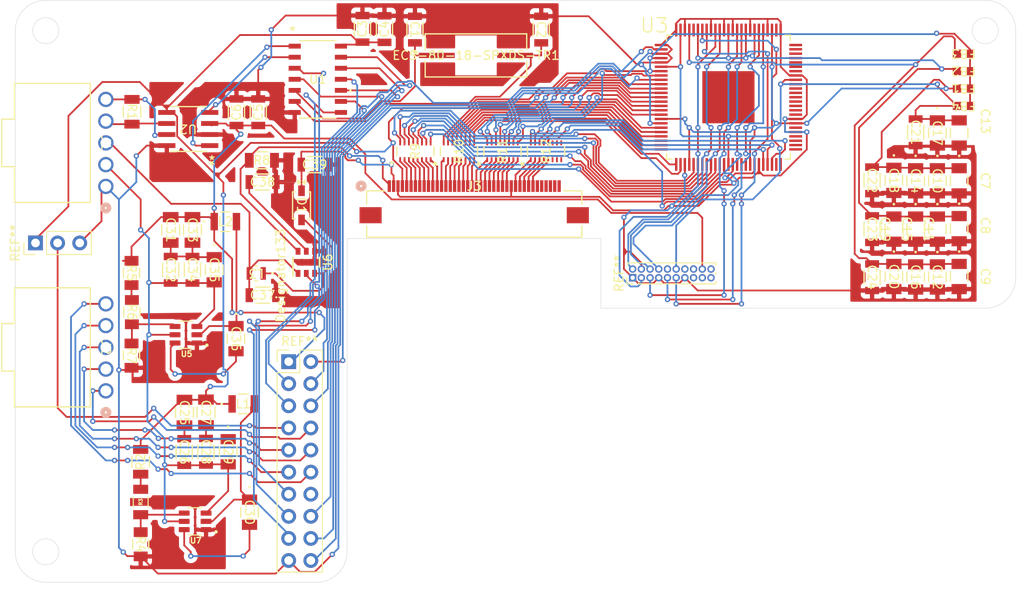
<source format=kicad_pcb>
(kicad_pcb (version 20240108) (generator "pcbnew") (generator_version "8.0")
  (layers (0 "F.Cu" signal) (31 "B.Cu" signal) (34 "B.Paste" user) (35 "F.Paste" user) (36 "B.SilkS" user "B.Silkscreen") (37 "F.SilkS" user "F.Silkscreen") (38 "B.Mask" user) (39 "F.Mask" user) (44 "Edge.Cuts" user))
  (net 0 "")
  (net 1 "+3.3V")
  (net 2 "Net-(U1-OSC2)")
  (net 3 "Net-(U1-OSC1)")
  (net 4 "+5V")
  (net 5 "Net-(U3-OVDD)")
  (net 6 "Net-(U3-AVDD)")
  (net 7 "Net-(U3-PVDD)")
  (net 8 "Net-(U3-DVDD)")
  (net 9 "7V")
  (net 10 "Net-(U7-VBST)")
  (net 11 "Net-(U7-SW)")
  (net 12 "Net-(U5-VBST)")
  (net 13 "Net-(U5-SW)")
  (net 14 "12V")
  (net 15 "Net-(U6-COMP)")
  (net 16 "/LEDA")
  (net 17 "Net-(D1-ANODE)")
  (net 18 "/GND")
  (net 19 "/CAN Bus connection L")
  (net 20 "/CAN Bus connection H")
  (net 21 "unconnected-(J2-Pad1)")
  (net 22 "/VSYNC")
  (net 23 "/B6")
  (net 24 "/G1")
  (net 25 "/G4")
  (net 26 "/B1")
  (net 27 "/G3")
  (net 28 "/R1")
  (net 31 "/B5")
  (net 32 "/G2")
  (net 33 "/B7")
  (net 34 "/G0")
  (net 35 "/R7")
  (net 36 "/HSYNC")
  (net 38 "/R4")
  (net 39 "/G6")
  (net 40 "/DISPEN")
  (net 41 "/R0")
  (net 42 "/R6")
  (net 43 "/G5")
  (net 44 "/PIXCLK")
  (net 45 "/B3")
  (net 46 "/LEDK")
  (net 48 "/B2")
  (net 49 "/B4")
  (net 51 "/R2")
  (net 52 "/ACTIVE")
  (net 54 "/B0")
  (net 55 "/G7")
  (net 56 "/R5")
  (net 57 "/R3")
  (net 58 "Net-(U3-RX2-)")
  (net 59 "Net-(U3-RX1+)")
  (net 60 "Net-(U3-RX0-)")
  (net 61 "Net-(U3-RXC+)")
  (net 62 "Net-(U3-RXC-)")
  (net 63 "Net-(U3-RX1-)")
  (net 64 "Net-(U3-RX2+)")
  (net 65 "Net-(U3-RX0+)")
  (net 66 "Net-(R2-Pad1)")
  (net 67 "Net-(U7-VFB)")
  (net 68 "Net-(R5-Pad2)")
  (net 69 "Net-(U5-VFB)")
  (net 70 "/Rasberry PI (SPI input)")
  (net 71 "/RX")
  (net 72 "/TX")
  (net 73 "/Rasberry PI (chip select)")
  (net 74 "/Rasberry PI (SPI clock input)")
  (net 75 "/Rasberry PI (SPI output)")
  (net 76 "/Rasberry PI (RX interupt active low)")
  (net 77 "/Rasberry PI (TX interupt active low)")
  (net 78 "/Rasberry PI (interupt active low)")
  (net 79 "/Rasberry PI (clock output)")
  (net 101 "/PWRON")
  (net 109 "/PWRON_D")
  (net 111 "/PWM")
  (net 112 "Net-(J3-Pad7)")
  (net 113 "Net-(J3-Pad18)")
  (net 114 "Net-(J3-Pad24)")
  (net 115 "Net-(J3-Pad20)")
  (net 116 "Net-(J3-Pad15)")
  (net 117 "Net-(J3-Pad23)")
  (net 118 "Net-(J3-Pad26)")
  (net 119 "Net-(J3-Pad6)")
  (net 120 "Net-(J3-Pad22)")
  (net 121 "Net-(J3-Pad10)")
  (net 122 "Net-(J3-Pad16)")
  (net 123 "Net-(J3-Pad12)")
  (net 124 "Net-(J3-Pad11)")
  (net 125 "Net-(J3-Pad5)")
  (net 126 "Net-(J3-Pad28)")
  (net 127 "Net-(J3-Pad13)")
  (net 128 "Net-(J3-Pad25)")
  (net 129 "Net-(J3-Pad8)")
  (net 130 "Net-(J3-Pad27)")
  (net 131 "Net-(J3-Pad9)")
  (net 132 "Net-(J3-Pad19)")
  (net 133 "Net-(J3-Pad21)")
  (net 134 "Net-(J3-Pad17)")
  (net 135 "Net-(J3-Pad14)")
  (footprint "CustomLibrary:CONN_SD-105313-100_05_MOL" (layer "F.Cu") (at 133 92 -90)
    (property "Reference" "J2")
    (property "Value" "1053131105")
  )
  (footprint "Connector_PinHeader_2.54mm:PinHeader_2x10_P2.54mm_Vertical" (layer "F.Cu") (at 154 88.64)
    (property "Reference" "REF**")
    (property "Value" "PinHeader_2x10_P2.54mm_Vertical")
  )
  (footprint "CustomLibrary:DBV0006A_L" (layer "F.Cu") (at 156.022201 77.224999 90)
    (property "Reference" "U6")
    (property "Value" "TPS61165DBV")
  )
  (footprint "CustomLibrary:CAP_1206_B_WAL" (layer "F.Cu") (at 231 62.357802 -90)
    (property "Reference" "C13")
    (property "Value" "0.1uF")
  )
  (footprint "CustomLibrary:IND_TAIYO_LBR2012_TAY" (layer "F.Cu") (at 150.272299 78.5 180)
    (property "Reference" "L3")
    (property "Value" "10uH")
  )
  (footprint "CustomLibrary:RES_YC248_4X1P6_YAG" (layer "F.Cu") (at 178.552579 64.4652 90)
    (property "Reference" "R11")
    (property "Value" "YC248-JR-07330RL")
  )
  (footprint "CustomLibrary:CONN40_CF3140_CVI" (layer "F.Cu") (at 175.305855 71.6762)
    (property "Reference" "J3")
    (property "Value" "Conn_01x40_Socket")
  )
  (footprint "CustomLibrary:CL1206_SAM" (layer "F.Cu") (at 140.4473 73.501501 -90)
    (property "Reference" "C31")
    (property "Value" "22uF")
  )
  (footprint "CustomLibrary:CAP_CL31_SAM" (layer "F.Cu") (at 221 73.410002 -90)
    (property "Reference" "C23")
    (property "Value" "10uF")
  )
  (footprint "CustomLibrary:CAP_1206_B_WAL" (layer "F.Cu") (at 228.5 78.910002 -90)
    (property "Reference" "C12")
    (property "Value" "0.1uF")
  )
  (footprint "CustomLibrary:CAP_CL31_SAM" (layer "F.Cu") (at 168.5 50.472199 -90)
    (property "Reference" "C1")
    (property "Value" "22pF")
  )
  (footprint "CustomLibrary:CAP_1206_B_WAL" (layer "F.Cu") (at 228.5 62.357802 -90)
    (property "Reference" "C17")
    (property "Value" "0.1uF")
  )
  (footprint "CustomLibrary:CAP_CL31_SAM" (layer "F.Cu") (at 226 62.277801 -90)
    (property "Reference" "C21")
    (property "Value" "10uF")
  )
  (footprint "CustomLibrary:RC1206N_YAG" (layer "F.Cu") (at 135.9912 82.9507 -90)
    (property "Reference" "R6")
    (property "Value" "4.7k")
  )
  (footprint "CustomLibrary:CL1206_SAM" (layer "F.Cu") (at 142.0268 94.5 -90)
    (property "Reference" "C25")
    (property "Value" "22uF")
  )
  (footprint "CustomLibrary:SOT95P280X110-6N" (layer "F.Cu") (at 143.255 107 180)
    (property "Reference" "U7")
    (property "Value" "TPS562201")
  )
  (footprint "CustomLibrary:CAP_1206_B_WAL" (layer "F.Cu") (at 147.9473 86.0005 -90)
    (property "Reference" "C36")
    (property "Value" "0.1uF")
  )
  (footprint "CustomLibrary:CAP_CL31_SAM" (layer "F.Cu") (at 221 67.805602 -90)
    (property "Reference" "C22")
    (property "Value" "10uF")
  )
  (footprint "CustomLibrary:CAP_1206_B_WAL" (layer "F.Cu") (at 226 78.910002 -90)
    (property "Reference" "C16")
    (property "Value" "0.1uF")
  )
  (footprint "CustomLibrary:FERRITE_0603_1P6XP8_MUR" (layer "F.Cu") (at 231.5 57.25 180)
    (property "Reference" "FB1")
    (property "Value" "BLM18RK601SN1D" (hide yes))
  )
  (footprint "CustomLibrary:IND_TAIYO_LB3218_TAY" (layer "F.Cu") (at 148.77635 93.5)
    (property "Reference" "L1")
    (property "Value" "3.3uH")
  )
  (footprint "CustomLibrary:SOT95P280X110-6N" (layer "F.Cu") (at 142.2023 85.5527 180)
    (property "Reference" "U5")
    (property "Value" "TPS562201")
  )
  (footprint "CustomLibrary:CAP_1206_B_WAL" (layer "F.Cu") (at 145.4473 78.080501 -90)
    (property "Reference" "C35")
    (property "Value" "0.1uF")
  )
  (footprint "CustomLibrary:CAP_CL31_SAM" (layer "F.Cu") (at 148 59.972199 90)
    (property "Reference" "C6")
    (property "Value" "10nF")
  )
  (footprint "CustomLibrary:QFP50P1600X1600X120-101N" (layer "F.Cu") (at 204.5 58.25)
    (property "Reference" "U3")
    (property "Value" "~" (hide yes))
  )
  (footprint "CustomLibrary:RES_YC248_4X1P6_YAG" (layer "F.Cu") (at 173.552579 64.4652 90)
    (property "Reference" "R10")
    (property "Value" "YC248-JR-07330RL")
  )
  (footprint "Connector_PinHeader_2.54mm:PinHeader_1x03_P2.54mm_Vertical" (layer "F.Cu") (at 124.92 75 90)
    (property "Reference" "REF**")
    (property "Value" "PinHeader_1x03_P2.54mm_Vertical")
  )
  (footprint "CustomLibrary:CAP_CL31_SAM" (layer "F.Cu") (at 151 81)
    (property "Reference" "C37")
    (property "Value" "4.7uF")
  )
  (footprint "CustomLibrary:CAP_1206_B_WAL" (layer "F.Cu") (at 223.5 78.857802 -90)
    (property "Reference" "C20")
    (property "Value" "0.1uF")
  )
  (footprint "CustomLibrary:CAP_1206_B_WAL" (layer "F.Cu") (at 223.5 67.805602 -90)
    (property "Reference" "C18")
    (property "Value" "0.1uF")
  )
  (footprint "CustomLibrary:CONN_SD-105313-100_05_MOL" (layer "F.Cu") (at 133 68.5 -90)
    (property "Reference" "J1")
    (property "Value" "1053131105")
  )
  (footprint "CustomLibrary:RES_CSRT1206FT5R00_STP" (layer "F.Cu") (at 150.919999 65.5)
    (property "Reference" "R8")
    (property "Value" "5Ω")
  )
  (footprint "CustomLibrary:STA_RMCF1206_STP" (layer "F.Cu") (at 137 100.1576 90)
    (property "Reference" "R2")
    (property "Value" "15k")
  )
  (footprint "CustomLibrary:RC1206N_YAG" (layer "F.Cu") (at 137 109.6322 -90)
    (property "Reference" "R4")
    (property "Value" "4.7k")
  )
  (footprint "CustomLibrary:CAP_1206_B_WAL" (layer "F.Cu") (at 228.5 73.410002 -90)
    (property "Reference" "C11")
    (property "Value" "0.1uF")
  )
  (footprint "CustomLibrary:CAP_CL31_SAM" (layer "F.Cu") (at 144.5 99 -90)
    (property "Reference" "C28")
    (property "Value" "10uF")
  )
  (footprint "CustomLibrary:RES_YC248_4X1P6_YAG" (layer "F.Cu") (at 168.552577 64.4652 90)
    (property "Reference" "R9")
    (property "Value" "YC248-JR-07330RL")
  )
  (footprint "CustomLibrary:CAP_1206_B_WAL" (layer "F.Cu") (at 226 67.857802 -90)
    (property "Reference" "C14")
    (property "Value" "0.1uF")
  )
  (footprint "CustomLibrary:ABLS-8.000MHZ-B2-T_ABR" (layer "F.Cu") (at 175.5042 53.444398)
    (property "Reference" "ECS-80-18-SPXDS-TR1")
    (property "Value" "8MHz")
  )
  (footprint "CustomLibrary:STA_RMCF1206_STP" (layer "F.Cu") (at 136 59.9224 -90)
    (property "Reference" "R1")
    (property "Value" "120 ohm")
  )
  (footprint "CustomLibrary:RC1206N_YAG" (layer "F.Cu") (at 135.9473 78.4497 -90)
    (property "Reference" "R5")
    (property "Value" "33k")
  )
  (footprint "CustomLibrary:CL1206_SAM" (layer "F.Cu") (at 144.5 94.4732 -90)
    (property "Reference" "C27")
    (property "Value" "22uF")
  )
  (footprint "CustomLibrary:RC1206N_YAG" (layer "F.Cu") (at 135.9473 87.9497 -90)
    (property "Reference" "R7")
    (property "Value" "6.8k")
  )
  (footprint "CustomLibrary:CAP_CL31_SAM" (layer "F.Cu") (at 165 50.416597 90)
    (property "Reference" "C4")
    (property "Value" "10nF")
  )
  (footprint "CustomLibrary:SOIC8_4P9X3P9MC_MCH" (layer "F.Cu") (at 142.4638 61.905 180)
    (property "Reference" "U2")
    (property "Value" "MCP2542FD-E/SN")
  )
  (footprint "CustomLibrary:CAP_1206_B_WAL" (layer "F.Cu") (at 231 78.857802 -90)
    (property "Reference" "C9")
    (property "Value" "0.1uF")
  )
  (footprint "CustomLibrary:CL1206_SAM" (layer "F.Cu") (at 142.9473 73.501501 -90)
    (property "Reference" "C33")
    (property "Value" "22uF")
  )
  (footprint "CustomLibrary:CAP_CL31_SAM" (layer "F.Cu") (at 221 78.937803 -90)
    (property "Reference" "C24")
    (property "Value" "10uF")
  )
  (footprint "CustomLibrary:CAP_CL31_SAM" (layer "F.Cu") (at 183 50.472199 -90)
    (property "Reference" "C2")
    (property "Value" "22pF")
  )
  (footprint "CustomLibrary:CAP_1206_B_WAL" (layer "F.Cu") (at 223.5 73.410002 -90)
    (property "Reference" "C19")
    (property "Value" "0.1uF")
  )
  (footprint "CustomLibrary:FERRITE_0603_1P6XP8_MUR" (layer "F.Cu") (at 231.5 53.25 180)
    (property "Reference" "FB3")
    (property "Value" "BLM18RK601SN1D")
  )
  (footprint "CustomLibrary:FERRITE_0603_1P6XP8_MUR" (layer "F.Cu") (at 231.5 59.25 180)
    (property "Reference" "FB4")
    (property "Value" "BLM18RK601SN1D" (hide yes))
  )
  (footprint "CustomLibrary:CAP_CL31_SAM" (layer "F.Cu") (at 142 99.027801 -90)
    (property "Reference" "C26")
    (property "Value" "10uF")
  )
  (footprint "CustomLibrary:SOIC14_150MIL_SL_MCH" (layer "F.Cu") (at 157.3457 56.19)
    (property "Reference" "U1")
    (property "Value" "MCP2518FDT-H/SL")
  )
  (footprint "CustomLibrary:CAP_CL31_SAM" (layer "F.Cu") (at 150.5 59.972199 90)
    (property "Reference" "C5")
    (property "Value" "10uF")
  )
  (footprint "CustomLibrary:CAP_1206_B_WAL" (layer "F.Cu") (at 231 67.857802 -90)
    (property "Reference" "C7")
    (property "Value" "0.1uF")
  )
  (footprint "CustomLibrary:CAP_1206_B_WAL" (layer "F.Cu") (at 226 73.410002 -90)
    (property "Reference" "C15")
    (property "Value" "0.1uF")
  )
  (footprint "CustomLibrary:CAP_1206_B_WAL" (layer "F.Cu") (at 147.0522 98.9986 -90)
    (property "Reference" "C29")
    (property "Value" "0.1uF")
  )
  (footprint "Connector_PinHeader_1.00mm:PinHeader_2x10_P1.00mm_Vertical" (layer "F.Cu") (at 193.5 79 90)
    (property "Reference" "REF**")
    (property "Value" "PinHeader_2x10_P1.00mm_Vertical")
  )
  (footprint "CustomLibrary:CAP_1206_B_WAL" (layer "F.Cu") (at 149.5 105.9478 -90)
    (property "Reference" "C30")
    (property "Value" "0.1uF")
  )
  (footprint "CustomLibrary:CAP_CL31_SAM" (layer "F.Cu") (at 156.972199 66)
    (property "Reference" "C39")
    (property "Value" "4.7uF")
  )
  (footprint "CustomLibrary:CAP_CL31_SAM" (layer "F.Cu") (at 140.4473 78.080501 -90)
    (property "Reference" "C32")
    (property "Value" "10uF")
  )
  (footprint "CustomLibrary:CAP_CL31_SAM" (layer "F.Cu") (at 162.472199 50.388796 90)
    (property "Reference" "C3")
    (property "Value" "10uF")
  )
  (footprint "CustomLibrary:CAP_1206_B_WAL" (layer "F.Cu") (at 228.5 67.857802 -90)
    (property "Reference" "C10")
    (property "Value" "0.1uF")
  )
  (footprint "CustomLibrary:FERRITE_0603_1P6XP8_MUR" (layer "F.Cu") (at 231.5 55.25 180)
    (property "Reference" "FB2")
    (property "Value" "BLM18RK601SN1D")
  )
  (footprint "CustomLibrary:CAP_CL31_SAM" (layer "F.Cu") (at 142.9473 78.080501 -90)
    (property "Reference" "C34")
    (property "Value" "10uF")
  )
  (footprint "CustomLibrary:CAP_CL31_SAM" (layer "F.Cu") (at 151 68)
    (property "Reference" "C38")
    (property "Value" "220nF")
  )
  (footprint "CustomLibrary:CAP_1206_B_WAL" (layer "F.Cu") (at 231 73.357802 -90)
    (property "Reference" "C8")
    (property "Value" "0.1uF")
  )
  (footprint "CustomLibrary:RESC3115X65N" (layer "F.Cu") (at 137 104.7752 90)
    (property "Reference" "R3")
    (property "Value" "470")
  )
  (footprint "CustomLibrary:IND_TAIYO_LB3218_TAY" (layer "F.Cu") (at 146.72365 72.5527)
    (property "Reference" "L2")
    (property "Value" "4.7uH")
  )
  (footprint "CustomLibrary:RES_YC248_4X1P6_YAG" (layer "F.Cu") (at 183.552578 64.4652 90)
    (property "Reference" "R12")
    (property "Value" "YC248-JR-07330RL")
  )
  (footprint "CustomLibrary:SOD-123_ONS" (layer "F.Cu") (at 155.472199 70.6764 -90)
    (property "Reference" "D1")
    (property "Value" "MBR0540")
  )
  (gr_poly (pts (xy 139.6 59.2) (xy 140.3 59.2) (xy 140 59.5)) (stroke (width 0.2)) (fill solid) (layer "F.Cu") (net 1))
  (gr_poly (pts (xy 145.9 67.2) (xy 145.5 67) (xy 146.1 67)) (stroke (width 0.2)) (fill solid) (layer "F.Cu") (net 1))
  (gr_poly (pts (xy 207.8 67) (xy 208.2 67) (xy 208 66.8)) (stroke (width 0.2)) (fill solid) (layer "F.Cu") (net 18))
  (gr_poly (pts (xy 157.7 78.5) (xy 157.9 78.7) (xy 157.9 78.5)) (stroke (width 0.2)) (fill solid) (layer "F.Cu") (net 17))
  (gr_poly (pts (xy 192.5 76.4) (xy 192.8 76) (xy 192.5 75.6)) (stroke (width 0.2)) (fill solid) (layer "F.Cu") (net 18))
  (gr_line (start 237.5 50.6) (end 237.5 79) (stroke (width 0.05)) (layer "Edge.Cuts"))
  (gr_line (start 160.71 74.5) (end 189.86 74.5) (stroke (width 0.05)) (layer "Edge.Cuts"))
  (gr_arc (start 160.7 110.5) (mid 159.674874 112.974874) (end 157.2 114) (stroke (width 0.05)) (layer "Edge.Cuts"))
  (gr_circle (center 126.1 50.6) (end 126.1 49.1) (stroke (width 0.05)) (fill none) (layer "Edge.Cuts"))
  (gr_line (start 122.6 110.5) (end 122.6 50.6) (stroke (width 0.05)) (layer "Edge.Cuts"))
  (gr_arc (start 126.1 114) (mid 123.625126 112.974874) (end 122.6 110.5) (stroke (width 0.05)) (layer "Edge.Cuts"))
  (gr_line (start 160.7 110.5) (end 160.71 74.5) (stroke (width 0.05)) (layer "Edge.Cuts"))
  (gr_line (start 157.2 114) (end 126.1 114) (stroke (width 0.05)) (layer "Edge.Cuts"))
  (gr_arc (start 122.6 50.6) (mid 123.625126 48.125126) (end 126.1 47.1) (stroke (width 0.05)) (layer "Edge.Cuts"))
  (gr_arc (start 237.5 79) (mid 236.474874 81.474874) (end 234 82.5) (stroke (width 0.05)) (layer "Edge.Cuts"))
  (gr_line (start 126.1 47.1) (end 234 47.1) (stroke (width 0.05)) (layer "Edge.Cuts"))
  (gr_line (start 234 82.5) (end 189.86 82.5) (stroke (width 0.05)) (layer "Edge.Cuts"))
  (gr_circle (center 126.1 110.5) (end 126.1 109) (stroke (width 0.05)) (fill none) (layer "Edge.Cuts"))
  (gr_line (start 189.86 82.5) (end 189.86 74.5) (stroke (width 0.05)) (layer "Edge.Cuts"))
  (gr_arc (start 234 47.1) (mid 236.474874 48.125126) (end 237.5 50.6) (stroke (width 0.05)) (layer "Edge.Cuts"))
  (gr_circle (center 234 50.6) (end 234 49.1) (stroke (width 0.05)) (fill none) (layer "Edge.Cuts"))
  (segment (start 144.5 93) (end 144.5 92) (width 0.2) (layer "F.Cu") (net 1))
  (segment (start 190.461688 55.25) (end 195.5 55.25) (width 0.2) (layer "F.Cu") (net 1))
  (segment (start 167.095472 59.5) (end 174.575736 59.5) (width 0.2) (layer "F.Cu") (net 1))
  (segment (start 165.5 61.095472) (end 167.095472 59.5) (width 0.2) (layer "F.Cu") (net 1))
  (segment (start 195.5028 55.2528) (end 195.5 55.25) (width 0.2) (layer "F.Cu") (net 1))
  (segment (start 162.188796 52.2) (end 162.472199 51.916597) (width 0.2) (layer "F.Cu") (net 1))
  (segment (start 146.5 69.5) (end 146.5 68.0527) (width 0.2) (layer "F.Cu") (net 1))
  (segment (start 147.5 93.5) (end 147.5 92.882328) (width 0.2) (layer "F.Cu") (net 1))
  (segment (start 160.802579 63.5) (end 161.802579 64.5) (width 0.2) (layer "F.Cu") (net 1))
  (segment (start 137 97.696278) (end 141.669478 93.0268) (width 0.2) (layer "F.Cu") (net 1))
  (segment (start 161.972199 51.916597) (end 161.155602 51.1) (width 0.2) (layer "F.Cu") (net 1))
  (segment (start 142.0268 97.4732) (end 142 97.5) (width 0.2) (layer "F.Cu") (net 1))
  (segment (start 142.9473 76.5527) (end 143.4473 76.5527) (width 0.2) (layer "F.Cu") (net 1))
  (segment (start 128.7 60.4) (end 128.7 70.8) (width 0.2) (layer "F.Cu") (net 1))
  (segment (start 228.45 50.95) (end 230.45 50.95) (width 0.2) (layer "F.Cu") (net 1))
  (segment (start 189.288312 55.5) (end 189.792893 54.995419) (width 0.2) (layer "F.Cu") (net 1))
  (segment (start 145.97365 67.52635) (end 141.1906 62.7433) (width 0.2) (layer "F.Cu") (net 1))
  (segment (start 228.4 50.9) (end 228.45 50.95) (width 0.2) (layer "F.Cu") (net 1))
  (segment (start 196.7742 53.75) (end 196.7784 53.7542) (width 0.2) (layer "F.Cu") (net 1))
  (segment (start 166 63.5) (end 166 65.421522) (width 0.2) (layer "F.Cu") (net 1))
  (segment (start 145.97365 67.158896) (end 149.632546 63.5) (width 0.2) (layer "F.Cu") (net 1))
  (segment (start 232.2493 59.25) (end 232.2493 57.25) (width 0.2) (layer "F.Cu") (net 1))
  (segment (start 145.755 93.5) (end 147.5 93.5) (width 0.2) (layer "F.Cu") (net 1))
  (segment (start 174.575736 59.5) (end 175.580317 58.495419) (width 0.2) (layer "F.Cu") (net 1))
  (segment (start 165.5 63) (end 165.5 61.095472) (width 0.2) (layer "F.Cu") (net 1))
  (segment (start 124.92 74.58) (end 124.92 75) (width 0.2) (layer "F.Cu") (net 1))
  (segment (start 142 97.5) (end 142.027801 97.472199) (width 0.2) (layer "F.Cu") (net 1))
  (segment (start 196.7784 55.2528) (end 195.5028 55.2528) (width 0.2) (layer "F.Cu") (net 1))
  (segment (start 196.7756 55.25) (end 196.7784 55.2528) (width 0.2) (layer "F.Cu") (net 1))
  (segment (start 195.5 53.75) (end 196.7742 53.75) (width 0.2) (layer "F.Cu") (net 1))
  (segment (start 141.1906 62.7433) (end 141.1906 60.4794) (width 0.2) (layer "F.Cu") (net 1))
  (segment (start 166 65.421522) (end 167.0505 66.472022) (width 0.2) (layer "F.Cu") (net 1))
  (segment (start 184.2745 57.195419) (end 185.969919 55.5) (width 0.2) (layer "F.Cu") (net 1))
  (segment (start 181.592893 58.495419) (end 182.892893 57.195419) (width 0.2) (layer "F.Cu") (net 1))
  (segment (start 144.5 92) (end 145 91.5) (width 0.2) (layer "F.Cu") (net 1))
  (segment (start 142.027801 97.472199) (end 144.5 97.472199) (width 0.2) (layer "F.Cu") (net 1))
  (segment (start 232.2493 52.7493) (end 232.2493 53.25) (width 0.2) (layer "F.Cu") (net 1))
  (segment (start 148.4 51.1) (end 140 59.5) (width 0.2) (layer "F.Cu") (net 1))
  (segment (start 162.472199 51.916597) (end 161.972199 51.916597) (width 0.2) (layer "F.Cu") (net 1))
  (segment (start 144.5 95.9464) (end 144.5 97.472199) (width 0.2) (layer "F.Cu") (net 1))
  (segment (start 145.97365 67.52635) (end 145.97365 67.158896) (width 0.2) (layer "F.Cu") (net 1))
  (segment (start 140 59.6) (end 136.9 56.5) (width 0.2) (layer "F.Cu") (net 1))
  (segment (start 230.45 50.95) (end 232.2493 52.7493) (width 0.2) (layer "F.Cu") (net 1))
  (segment (start 140.4473 76.5527) (end 142.9473 76.5527) (width 0.2) (layer "F.Cu") (net 1))
  (segment (start 190.207107 54.995419) (end 190.461688 55.25) (width 0.2) (layer "F.Cu") (net 1))
  (segment (start 189.792893 54.995419) (end 190.207107 54.995419) (width 0.2) (layer "F.Cu") (net 1))
  (segment (start 140 59.5) (end 140 60) (width 0.2) (layer "F.Cu") (net 1))
  (segment (start 145.255 93) (end 145.755 93.5) (width 0.2) (layer "F.Cu") (net 1))
  (segment (start 140 60) (end 140 59.6) (width 0.2) (layer "F.Cu") (net 1))
  (segment (start 149.632546 63.5) (end 160.802579 63.5) (width 0.2) (layer "F.Cu") (net 1))
  (segment (start 141.1906 60.4794) (end 140.7112 60) (width 0.2) (layer "F.Cu") (net 1))
  (segment (start 232.2493 53.25) (end 232.2493 55.25) (width 0.2) (layer "F.Cu") (net 1))
  (segment (start 142.0268 93.0268) (end 144.4732 93.0268) (width 0.2) (layer "F.Cu") (net 1))
  (segment (start 185.969919 55.5) (end 189.288312 55.5) (width 0.2) (layer "F.Cu") (net 1))
  (segment (start 143.4473 76.5527) (end 143.527301 76.632701) (width 0.2) (layer "F.Cu") (net 1))
  (segment (start 128.7 70.8) (end 124.92 74.58) (width 0.2) (layer "F.Cu") (net 1))
  (segment (start 145.3058 97.5508) (end 147.0522 97.5508) (width 0.2) (layer "F.Cu") (net 1))
  (segment (start 137 98.7352) (end 137 97.696278) (width 0.2) (layer "F.Cu") (net 1))
  (segment (start 166 63.5) (end 165.5 63) (width 0.2) (layer "F.Cu") (net 1))
  (segment (start 144.5 97.472199) (end 145.227199 97.472199) (width 0.2) (layer "F.Cu") (net 1))
  (segment (start 232.2493 55.25) (end 232.2493 57.25) (width 0.2) (layer "F.Cu") (net 1))
  (segment (start 142.9473 74.974701) (end 142.9473 76.5527) (width 0.2) (layer "F.Cu") (net 1))
  (segment (start 136.9 56.5) (end 132.6 56.5) (width 0.2) (layer "F.Cu") (net 1))
  (segment (start 144.5 93) (end 145.255 93) (width 0.2) (layer "F.Cu") (net 1))
  (segment (start 161.155602 51.1) (end 148.4 51.1) (width 0.2) (layer "F.Cu") (net 1))
  (segment (start 182.892893 57.195419) (end 184.2745 57.195419) (width 0.2) (layer "F.Cu") (net 1))
  (segment (start 165 51.944398) (end 162.5 51.944398) (width 0.2) (layer "F.Cu") (net 1))
  (segment (start 145.227199 97.472199) (end 145.3058 97.5508) (width 0.2) (layer "F.Cu") (net 1))
  (segment (start 143.527301 76.632701) (end 145.4473 76.632701) (width 0.2) (layer "F.Cu") (net 1))
  (segment (start 160.18 52.2) (end 162.188796 52.2) (width 0.2) (layer "F.Cu") (net 1))
  (segment (start 142.0268 95.9732) (end 142.0268 97.4732) (width 0.2) (layer "F.Cu") (net 1))
  (segment (start 147.27635 93.72365) (end 147.5 93.5) (width 0.2) (layer "F.Cu") (net 1))
  (segment (start 146.5 68.0527) (end 145.97365 67.52635) (width 0.2) (layer "F.Cu") (net 1))
  (segment (start 144.4732 93.0268) (end 144.5 93) (width 0.2) (layer "F.Cu") (net 1))
  (segment (start 140.4473 74.974701) (end 140.4473 76.5527) (width 0.2) (layer "F.Cu") (net 1))
  (segment (start 160 52.38) (end 160.18 52.2) (width 0.2) (layer "F.Cu") (net 1))
  (segment (start 167.0505 66.472022) (end 167.0505 68.2869) (width 0.2) (layer "F.Cu") (net 1))
  (segment (start 175.580317 58.495419) (end 181.592893 58.495419) (width 0.2) (layer "F.Cu") (net 1))
  (segment (start 132.6 56.5) (end 128.7 60.4) (width 0.2) (layer "F.Cu") (net 1))
  (segment (start 140.7112 60) (end 140 60) (width 0.2) (layer "F.Cu") (net 1))
  (segment (start 141.669478 93.0268) (end 142.0268 93.0268) (width 0.2) (layer "F.Cu") (net 1))
  (via (at 161.802579 64.5) (size 0.6) (drill 0.3) (layers "F.Cu" "B.Cu") (net 1))
  (via (at 195.5 55.25) (size 0.6) (drill 0.3) (layers "F.Cu" "B.Cu") (net 1))
  (via (at 146.5 69.5) (size 0.6) (drill 0.3) (layers "F.Cu" "B.Cu") (net 1))
  (via (at 228.4 50.9) (size 0.6) (drill 0.3) (layers "F.Cu" "B.Cu") (net 1))
  (via (at 166 63.5) (size 0.6) (drill 0.3) (layers "F.Cu" "B.Cu") (net 1))
  (via (at 145 91.5) (size 0.6) (drill 0.3) (layers "F.Cu" "B.Cu") (net 1))
  (via (at 195.5 53.75) (size 0.6) (drill 0.3) (layers "F.Cu" "B.Cu") (net 1))
  (segment (start 165 64.5) (end 161.802579 64.5) (width 0.2) (layer "B.Cu") (net 1))
  (segment (start 198.25 51) (end 195.5 53.75) (width 0.2) (layer "B.Cu") (net 1))
  (segment (start 147 91.207107) (end 146.707107 91.5) (width 0.2) (layer "B.Cu") (net 1))
  (segment (start 228.3 51) (end 198.25 51) (width 0.2) (layer "B.Cu") (net 1))
  (segment (start 166 63.5) (end 165 64.5) (width 0.2) (layer "B.Cu") (net 1))
  (segment (start 146.707107 91.5) (end 145 91.5) (width 0.2) (layer "B.Cu") (net 1))
  (segment (start 146.707107 89.5527) (end 147 89.845593) (width 0.2) (layer "B.Cu") (net 1))
  (segment (start 146.5 69.5) (end 146.5527 69.4473) (width 0.2) (layer "B.Cu") (net 1))
  (segment (start 146.5 89.5527) (end 146.707107 89.5527) (width 0.2) (layer "B.Cu") (net 1))
  (segment (start 146.5 69.5) (end 146.5 89.5527) (width 0.2) (layer "B.Cu") (net 1))
  (segment (start 195.5 55.25) (end 195.5 53.75) (width 0.2) (layer "B.Cu") (net 1))
  (segment (start 147 89.845593) (end 147 91.207107) (width 0.2) (layer "B.Cu") (net 1))
  (segment (start 228.4 50.9) (end 228.3 51) (width 0.2) (layer "B.Cu") (net 1))
  (segment (start 157.9314 60.7) (end 154.6914 57.46) (width 0.2) (layer "F.Cu") (net 2))
  (segment (start 164.744398 58.7) (end 162.744398 60.7) (width 0.2) (layer "F.Cu") (net 2))
  (segment (start 166.8 58.7) (end 164.744398 58.7) (width 0.2) (layer "F.Cu") (net 2))
  (segment (start 168.5 57) (end 166.8 58.7) (width 0.2) (layer "F.Cu") (net 2))
  (segment (start 168.5 53.2) (end 168.5 57) (width 0.2) (layer "F.Cu") (net 2))
  (segment (start 171.0084 53.444398) (end 168.5 53.444398) (width 0.2) (layer "F.Cu") (net 2))
  (segment (start 168.5 53.444398) (end 168.5 52) (width 0.2) (layer "F.Cu") (net 2))
  (segment (start 162.744398 60.7) (end 157.9314 60.7) (width 0.2) (layer "F.Cu") (net 2))
  (segment (start 163 61) (end 165 59) (width 0.2) (layer "F.Cu") (net 3))
  (segment (start 180 53.444398) (end 181.8 53.444398) (width 0.2) (layer "F.Cu") (net 3))
  (segment (start 174.651472 59) (end 175.456053 58.195419) (width 0.2) (layer "F.Cu") (net 3))
  (segment (start 183 53.444398) (end 183 52) (width 0.2) (layer "F.Cu") (net 3))
  (segment (start 180 53.444398) (end 181.544398 53.444398) (width 0.2) (layer "F.Cu") (net 3))
  (segment (start 165 59) (end 174.651472 59) (width 0.2) (layer "F.Cu") (net 3))
  (segment (start 178.248979 58.195419) (end 181.8 54.644398) (width 0.2) (layer "F.Cu") (net 3))
  (segment (start 181.8 53.444398) (end 181.8 54.6) (width 0.2) (layer "F.Cu") (net 3))
  (segment (start 156.9614 61) (end 163 61) (width 0.2) (layer "F.Cu") (net 3))
  (segment (start 181.8 54.644398) (end 181.8 54.3) (width 0.2) (layer "F.Cu") (net 3))
  (segment (start 154.6914 58.73) (end 156.9614 61) (width 0.2) (layer "F.Cu") (net 3))
  (segment (start 183 53.444398) (end 180 53.444398) (width 0.2) (layer "F.Cu") (net 3))
  (segment (start 175.456053 58.195419) (end 178.248979 58.195419) (width 0.2) (layer "F.Cu") (net 3))
  (segment (start 150.5 61.5) (end 152 61.5) (width 0.2) (layer "F.Cu") (net 4))
  (segment (start 135.9473 77.0527) (end 135.9473 75.426601) (width 0.2) (layer "F.Cu") (net 4))
  (segment (start 148 61.5) (end 150.5 61.5) (width 0.2) (layer "F.Cu") (net 4))
  (segment (start 189.5 70) (end 191.05 71.55) (width 0.2) (layer "F.Cu") (net 4))
  (segment (start 152 61.5) (end 153.5 63) (width 0.2) (layer "F.Cu") (net 4))
  (segment (start 148.5 83) (end 157.5 83) (width 0.2) (layer "F.Cu") (net 4))
  (segment (start 145.4473 72.5527) (end 145.4473 74.772201) (width 0.2) (layer "F.Cu") (net 4))
  (segment (start 191.05 71.55) (end 200.95 71.55) (width 0.2) (layer "F.Cu") (net 4))
  (segment (start 200.95 71.55) (end 201.5 72.1) (width 0.2) (layer "F.Cu") (net 4))
  (segment (start 161.009686 63) (end 162.802579 64.792893) (width 0.2) (layer "F.Cu") (net 4))
  (segment (start 135.9473 75.426601) (end 139.3456 72.028301) (width 0.2) (layer "F.Cu") (net 4))
  (segment (start 145.4473 72.5527) (end 144.922901 72.028301) (width 0.2) (layer "F.Cu") (net 4))
  (segment (start 144.922901 72.028301) (end 142.9473 72.028301) (width 0.2) (layer "F.Cu") (net 4))
  (segment (start 148.5 62.5) (end 148 62) (width 0.2) (layer "F.Cu") (net 4))
  (segment (start 148 61.5) (end 147 61.5) (width 0.2) (layer "F.Cu") (net 4))
  (segment (start 145.4473 71) (end 145.4473 72.5527) (width 0.2) (layer "F.Cu") (net 4))
  (segment (start 147.5 76.824901) (end 147.5 83) (width 0.2) (layer "F.Cu") (net 4))
  (segment (start 147 61.5) (end 146.77 61.27) (width 0.2) (layer "F.Cu") (net 4))
  (segment (start 139.3456 72.028301) (end 140.4473 72.028301) (width 0.2) (layer "F.Cu") (net 4))
  (segment (start 162.802579 66.975881) (end 165.826698 70) (width 0.2) (layer "F.Cu") (net 4))
  (segment (start 162.802579 64.792893) (end 162.802579 66.975881) (width 0.2) (layer "F.Cu") (net 4))
  (segment (start 145.1576 61.5) (end 144.9276 61.27) (width 0.2) (layer "F.Cu") (net 4))
  (segment (start 146.77 61.27) (end 144.9276 61.27) (width 0.2) (layer "F.Cu") (net 4))
  (segment (start 201.5 72.1) (end 201.5 78) (width 0.2) (layer "F.Cu") (net 4))
  (segment (start 148 62) (end 148 61.5) (width 0.2) (layer "F.Cu") (net 4))
  (segment (start 153.5 63) (end 161.009686 63) (width 0.2) (layer "F.Cu") (net 4))
  (segment (start 140.4473 72.028301) (end 142.9473 72.028301) (width 0.2) (layer "F.Cu") (net 4))
  (segment (start 145.4473 74.772201) (end 147.5 76.824901) (width 0.2) (layer "F.Cu") (net 4))
  (segment (start 165.826698 70) (end 189.5 70) (width 0.2) (layer "F.Cu") (net 4))
  (segment (start 135.9473 77.0527) (end 134.9472 77.0527) (width 0.2) (layer "F.Cu") (net 4))
  (via (at 145.4473 71) (size 0.6) (drill 0.3) (layers "F.Cu" "B.Cu") (net 4))
  (via (at 148.5 62.5) (size 0.6) (drill 0.3) (layers "F.Cu" "B.Cu") (net 4))
  (via (at 148.5 83) (size 0.6) (drill 0.3) (layers "F.Cu" "B.Cu") (net 4))
  (via (at 157.5 83) (size 0.6) (drill 0.3) (layers "F.Cu" "B.Cu") (net 4))
  (via (at 147.5 83) (size 0.6) (drill 0.3) (layers "F.Cu" "B.Cu") (net 4))
  (segment (start 158.1 84.9) (end 154.36 88.64) (width 0.2) (layer "B.Cu") (net 4))
  (segment (start 147.5 83) (end 148.5 83) (width 0.2) (layer "B.Cu") (net 4))
  (segment (start 148.5 62.5) (end 145.4473 65.5527) (width 0.2) (layer "B.Cu") (net 4))
  (segment (start 145.4473 65.5527) (end 145.4473 71) (width 0.2) (layer "B.Cu") (net 4))
  (segment (start 154.067107 88.64) (end 154 88.64) (width 0.2) (layer "B.Cu") (net 4))
  (segment (start 154.36 88.64) (end 154 88.64) (width 0.2) (layer "B.Cu") (net 4))
  (segment (start 157.5 83) (end 158.1 83.6) (width 0.2) (layer "B.Cu") (net 4))
  (segment (start 158.1 83.6) (end 158.1 84.9) (width 0.2) (layer "B.Cu") (net 4))
  (segment (start 222.1 65.177801) (end 221 66.277801) (width 0.2) (layer "F.Cu") (net 5))
  (segment (start 209.5 54.75) (end 209.5038 54.7462) (width 0.2) (layer "F.Cu") (net 5))
  (segment (start 207.5 61.75) (end 207.5 62.75) (width 0.2) (layer "F.Cu") (net 5))
  (segment (start 200 63.75) (end 200.0042 63.7542) (width 0.2) (layer "F.Cu") (net 5))
  (segment (start 206.9892 63.2608) (end 206.9892 65.9716) (width 0.2) (layer "F.Cu") (net 5))
  (segment (start 209.5038 54.7462) (end 209.5038 50.5284) (width 0.2) (layer "F.Cu") (net 5))
  (segment (start 222.1 62.25) (end 222.1 65.177801) (width 0.2) (layer "F.Cu") (net 5))
  (segment (start 200.0042 63.7542) (end 200.0042 65.9716) (width 0.2) (layer "F.Cu") (net 5))
  (segment (start 207.5 62.75) (end 206.9892 63.2608) (width 0.2) (layer "F.Cu") (net 5))
  (segment (start 210.0028 61.2472) (end 212.2216 61.2472) (width 0.2) (layer "F.Cu") (net 5))
  (segment (start 229.5 57.042893) (end 228.707107 56.25) (width 0.2) (layer "F.Cu") (net 5))
  (segment (start 223.5 66.357802) (end 225.9478 66.357802) (width 0.2) (layer "F.Cu") (net 5))
  (segment (start 228.5 66.410002) (end 231 66.410002) (width 0.2) (layer "F.Cu") (net 5))
  (segment (start 229.5 57.25) (end 230.7507 57.25) (width 0.2) (layer "F.Cu") (net 5))
  (segment (start 210 61.25) (end 210.0028 61.2472) (width 0.2) (layer "F.Cu") (net 5))
  (segment (start 226 66.410002) (end 228.5 66.410002) (width 0.2) (layer "F.Cu") (net 5))
  (segment (start 228.707107 56.25) (end 228.1 56.25) (width 0.2) (layer "F.Cu") (net 5))
  (segment (start 213.4972 61.2472) (end 213.5 61.25) (width 0.2) (layer "F.Cu") (net 5))
  (segment (start 221 66.277801) (end 223.419999 66.277801) (width 0.2) (layer "F.Cu") (net 5))
  (segment (start 228.1 56.25) (end 222.1 62.25) (width 0.2) (layer "F.Cu") (net 5))
  (segment (start 196.7784 60.7392) (end 199.4892 60.7392) (width 0.2) (layer "F.Cu") (net 5))
  (segment (start 229.5 57.25) (end 229.5 57.042893) (width 0.2) (layer "F.Cu") (net 5))
  (segment (start 200 61.75) (end 200 63.75) (width 0.2) (layer "F.Cu") (net 5))
  (segment (start 212.2216 61.2472) (end 213.4972 61.2472) (width 0.2) (layer "F.Cu") (net 5))
  (segment (start 199.4892 60.7392) (end 199.5 60.75) (width 0.2) (layer "F.Cu") (net 5))
  (via (at 213.4972 61.2472) (size 0.6) (drill 0.3) (layers "F.Cu" "B.Cu") (net 5))
  (via (at 200 61.75) (size 0.6) (drill 0.3) (layers "F.Cu" "B.Cu") (net 5))
  (via (at 207.5 61.75) (size 0.6) (drill 0.3) (layers "F.Cu" "B.Cu") (net 5))
  (via (at 199.5 60.75) (size 0.6) (drill 0.3) (layers "F.Cu" "B.Cu") (net 5))
  (via (at 209.5 54.75) (size 0.6) (drill 0.3) (layers "F.Cu" "B.Cu") (net 5))
  (via (at 229.5 57.25) (size 0.6) (drill 0.3) (layers "F.Cu" "B.Cu") (net 5))
  (via (at 210 61.25) (size 0.6) (drill 0.3) (layers "F.Cu" "B.Cu") (net 5))
  (segment (start 200.5 62.25) (end 200 61.75) (width 0.2) (layer "B.Cu") (net 5))
  (segment (start 207.5 61.75) (end 207 62.25) (width 0.2) (layer "B.Cu") (net 5))
  (segment (start 213.4972 61.2472) (end 217.4944 57.25) (width 0.2) (layer "B.Cu") (net 5))
  (segment (start 209.5 60.75) (end 210 61.25) (width 0.2) (layer "B.Cu") (net 5))
  (segment (start 209.5 61.75) (end 210 61.25) (width 0.2) (layer "B.Cu") (net 5))
  (segment (start 199.5 61.25) (end 199.5 60.75) (width 0.2) (layer "B.Cu") (net 5))
  (segment (start 207 62.25) (end 200.5 62.25) (width 0.2) (layer "B.Cu") (net 5))
  (segment (start 200 61.75) (end 199.5 61.25) (width 0.2) (layer "B.Cu") (net 5))
  (segment (start 209.5 54.75) (end 209.5 60.75) (width 0.2) (layer "B.Cu") (net 5))
  (segment (start 207.5 61.75) (end 209.5 61.75) (width 0.2) (layer "B.Cu") (net 5))
  (segment (start 217.4944 57.25) (end 229.5 57.25) (width 0.2) (layer "B.Cu") (net 5))
  (segment (start 207.249998 53.500001) (end 207.4972 53.252799) (width 0.2) (layer "F.Cu") (net 6))
  (segment (start 230.5007 55) (end 230.7507 55.25) (width 0.2) (layer "F.Cu") (net 6))
  (segment (start 206.5066 53.7434) (end 206.5066 50.5284) (width 0.2) (layer "F.Cu") (net 6))
  (segment (start 226.25 55) (end 219.5 61.75) (width 0.2) (layer "F.Cu") (net 6))
  (segment (start 204.5 50.5284) (end 204.5 53.75) (width 0.2) (layer "F.Cu") (net 6))
  (segment (start 219.5 70.382201) (end 221 71.882201) (width 0.2) (layer "F.Cu") (net 6))
  (segment (start 219.5 61.75) (end 219.5 70.382201) (width 0.2) (layer "F.Cu") (net 6))
  (segment (start 221 71.882201) (end 223.419999 71.882201) (width 0.2) (layer "F.Cu") (net 6))
  (segment (start 226 71.962202) (end 228.5 71.962202) (width 0.2) (layer "F.Cu") (net 6))
  (segment (start 223.5 71.962202) (end 226 71.962202) (width 0.2) (layer "F.Cu") (net 6))
  (segment (start 229 55) (end 230.5007 55) (width 0.2) (layer "F.Cu") (net 6))
  (segment (start 207.4972 53.252799) (end 207.4972 50.5284) (width 0.2) (layer "F.Cu") (net 6))
  (segment (start 229 55) (end 226.25 55) (width 0.2) (layer "F.Cu") (net 6))
  (segment (start 206.5 53.75) (end 206.5066 53.7434) (width 0.2) (layer "F.Cu") (net 6))
  (segment (start 200.9948 53.7448) (end 200.9948 50.5284) (width 0.2) (layer "F.Cu") (net 6))
  (segment (start 201 53.75) (end 200.9948 53.7448) (width 0.2) (layer "F.Cu") (net 6))
  (segment (start 228.5 71.962202) (end 230.9478 71.962202) (width 0.2) (layer "F.Cu") (net 6))
  (via (at 229 55) (size 0.6) (drill 0.3) (layers "F.Cu" "B.Cu") (net 6))
  (via (at 204.5 53.75) (size 0.6) (drill 0.3) (layers "F.Cu" "B.Cu") (net 6))
  (via (at 206.5 53.75) (size 0.6) (drill 0.3) (layers "F.Cu" "B.Cu") (net 6))
  (via (at 201 53.75) (size 0.6) (drill 0.3) (layers "F.Cu" "B.Cu") (net 6))
  (via (at 207.249998 53.500001) (size 0.6) (drill 0.3) (layers "F.Cu" "B.Cu") (net 6))
  (segment (start 228 54) (end 215.249997 54) (width 0.2) (layer "B.Cu") (net 6))
  (segment (start 214.999997 53.75) (end 207.499997 53.75) (width 0.2) (layer "B.Cu") (net 6))
  (segment (start 206.5 53.75) (end 204.5 53.75) (width 0.2) (layer "B.Cu") (net 6))
  (segment (start 229 55) (end 228 54) (width 0.2) (layer "B.Cu") (net 6))
  (segment (start 207.499997 53.75) (end 207.249998 53.500001) (width 0.2) (layer "B.Cu") (net 6))
  (segment (start 206.749999 53.500001) (end 206.5 53.75) (width 0.2) (layer "B.Cu") (net 6))
  (segment (start 207.249998 53.500001) (end 206.749999 53.500001) (width 0.2) (layer "B.Cu") (net 6))
  (segment (start 215.249997 54) (end 214.999997 53.75) (width 0.2) (layer "B.Cu") (net 6))
  (segment (start 204.5 53.75) (end 201 53.75) (width 0.2) (layer "B.Cu") (net 6))
  (segment (start 200.0042 54.2458) (end 200.0042 50.5284) (width 0.2) (layer "F.Cu") (net 7))
  (segment (start 228.5 77.462202) (end 226 77.462202) (width 0.2) (layer "F.Cu") (net 7))
  (segment (start 230.5 51.542893) (end 230.207107 51.25) (width 0.2) (layer "F.Cu") (net 7))
  (segment (start 230.5 52.9993) (end 230.5 51.542893) (width 0.2) (layer "F.Cu") (net 7))
  (segment (start 228.25 52.25) (end 226 54.5) (width 0.2) (layer "F.Cu") (net 7))
  (segment (start 229.25 51.25) (end 228.25 52.25) (width 0.2) (layer "F.Cu") (net 7))
  (segment (start 219.5 76.75) (end 220.339998 76.75) (width 0.2) (layer "F.Cu") (net 7))
  (segment (start 230.207107 51.25) (end 229.25 51.25) (width 0.2) (layer "F.Cu") (net 7))
  (segment (start 219 61.5) (end 219 76.25) (width 0.2) (layer "F.Cu") (net 7))
  (segment (start 219 76.25) (end 219.5 76.75) (width 0.2) (layer "F.Cu") (net 7))
  (segment (start 231 77.410002) (end 228.5522 77.410002) (width 0.2) (layer "F.Cu") (net 7))
  (segment (start 200 54.25) (end 200.0042 54.2458) (width 0.2) (layer "F.Cu") (net 7))
  (segment (start 226 54.5) (end 219 61.5) (width 0.2) (layer "F.Cu") (net 7))
  (segment (start 226 77.462202) (end 223.5522 77.462202) (width 0.2) (layer "F.Cu") (net 7))
  (segment (start 230.7507 53.25) (end 230.5 52.9993) (width 0.2) (layer "F.Cu") (net 7))
  (segment (start 220.339998 76.75) (end 221 77.410002) (width 0.2) (layer "F.Cu") (net 7))
  (segment (start 223.5 77.410002) (end 221 77.410002) (width 0.2) (layer "F.Cu") (net 7))
  (via (at 226 54.5) (size 0.6) (drill 0.3) (layers "F.Cu" "B.Cu") (net 7))
  (via (at 200 54.25) (size 0.6) (drill 0.3) (layers "F.Cu" "B.Cu") (net 7))
  (segment (start 209.957107 54.5) (end 209.707107 54.25) (width 0.2) (layer "B.Cu") (net 7))
  (segment (start 226 54.5) (end 209.957107 54.5) (width 0.2) (layer "B.Cu") (net 7))
  (segment (start 209.707107 54.25) (end 200 54.25) (width 0.2) (layer "B.Cu") (net 7))
  (segment (start 226 60.75) (end 228.339998 60.75) (width 0.2) (layer "F.Cu") (net 8))
  (segment (start 211 56.25) (end 212.2216 56.25) (width 0.2) (layer "F.Cu") (net 8))
  (segment (start 198.9948 54.7448) (end 199 54.75) (width 0.2) (layer "F.Cu") (net 8))
  (segment (start 198.9882 50.5284) (end 198.9882 54.7382) (width 0.2) (layer "F.Cu") (net 8))
  (segment (start 196.7784 54.7448) (end 198.9948 54.7448) (width 0.2) (layer "F.Cu") (net 8))
  (segment (start 204.5 62.75) (end 204.5 65.9716) (width 0.2) (layer "F.Cu") (net 8))
  (segment (start 226.5 59.25) (end 226 59.75) (width 0.2) (layer "F.Cu") (net 8))
  (segment (start 228.5 56.9993) (end 230.7507 59.25) (width 0.2) (layer "F.Cu") (net 8))
  (segment (start 228.5 56.75) (end 228.5 56.9993) (width 0.2) (layer "F.Cu") (net 8))
  (segment (start 228.5 60.910002) (end 231 60.910002) (width 0.2) (layer "F.Cu") (net 8))
  (segment (start 210.5 56.75) (end 211 56.25) (width 0.2) (layer "F.Cu") (net 8))
  (segment (start 226 59.75) (end 226 60.75) (width 0.2) (layer "F.Cu") (net 8))
  (segment (start 230.7507 59.25) (end 226.5 59.25) (width 0.2) (layer "F.Cu") (net 8))
  (segment (start 198.9882 54.7382) (end 199 54.75) (width 0.2) (layer "F.Cu") (net 8))
  (via (at 199 54.75) (size 0.6) (drill 0.3) (layers "F.Cu" "B.Cu") (net 8))
  (via (at 210.5 56.75) (size 0.6) (drill 0.3) (layers "F.Cu" "B.Cu") (net 8))
  (via (at 228.5 56.75) (size 0.6) (drill 0.3) (layers "F.Cu" "B.Cu") (net 8))
  (via (at 204.5 62.75) (size 0.6) (drill 0.3) (layers "F.Cu" "B.Cu") (net 8))
  (segment (start 210.5 56.75) (end 228.5 56.75) (width 0.2) (layer "B.Cu") (net 8))
  (segment (start 204.5 62.75) (end 199.292893 62.75) (width 0.2) (layer "B.Cu") (net 8))
  (segment (start 210.5 61.457107) (end 210.5 56.75) (width 0.2) (layer "B.Cu") (net 8))
  (segment (start 199 62.457107) (end 199 54.75) (width 0.2) (layer "B.Cu") (net 8))
  (segment (start 199.292893 62.75) (end 199 62.457107) (width 0.2) (layer "B.Cu") (net 8))
  (segment (start 204.5 62.75) (end 209.207107 62.75) (width 0.2) (layer "B.Cu") (net 8))
  (segment (start 209.207107 62.75) (end 210.5 61.457107) (width 0.2) (layer "B.Cu") (net 8))
  (segment (start 147.0522 100.4464) (end 147.0522 103.5078) (width 0.2) (layer "F.Cu") (net 9))
  (segment (start 144.5 100.527801) (end 145.227199 100.527801) (width 0.2) (layer "F.Cu") (net 9))
  (segment (start 140.4473 79.608302) (end 138.002902 79.608302) (width 0.2) (layer "F.Cu") (net 9))
  (segment (start 137 73.5) (end 137 70) (width 0.2) (layer "F.Cu") (net 9))
  (segment (start 145.4473 82.6127) (end 143.4573 84.6027) (width 0.2) (layer "F.Cu") (net 9))
  (segment (start 145.4473 79.528301) (end 145.4473 82.6127) (width 0.2) (layer "F.Cu") (net 9))
  (segment (start 142 100.555602) (end 139.810602 100.555602) (width 0.2) (layer "F.Cu") (net 9))
  (segment (start 144.472199 100.555602) (end 144.5 100.527801) (width 0.2) (layer "F.Cu") (net 9))
  (segment (start 145.367299 79.608302) (end 145.4473 79.528301) (width 0.2) (layer "F.Cu") (net 9))
  (segment (start 137.9473 85.5527) (end 140.9473 85.5527) (width 0.2) (layer "F.Cu") (net 9))
  (segment (start 142.9473 79.608302) (end 145.367299 79.608302) (width 0.2) (layer "F.Cu") (net 9))
  (segment (start 139.755 107) (end 142 107) (width 0.2) (layer "F.Cu") (net 9))
  (segment (start 140.4473 79.608302) (end 142.9473 79.608302) (width 0.2) (layer "F.Cu") (net 9))
  (segment (start 139.810602 100.555602) (end 139.755 100.5) (width 0.2) (layer "F.Cu") (net 9))
  (segment (start 147.0522 103.5078) (end 144.51 106.05) (width 0.2) (layer "F.Cu") (net 9))
  (segment (start 137 70) (end 133 66) (width 0.2) (layer "F.Cu") (net 9))
  (segment (start 138.002902 79.608302) (end 137.9473 79.5527) (width 0.2) (layer "F.Cu") (net 9))
  (segment (start 145.3086 100.4464) (end 147.0522 100.4464) (width 0.2) (layer "F.Cu") (net 9))
  (segment (start 142 100.555602) (end 144.472199 100.555602) (width 0.2) (layer "F.Cu") (net 9))
  (segment (start 145.227199 100.527801) (end 145.3086 100.4464) (width 0.2) (layer "F.Cu") (net 9))
  (via (at 137.9473 85.5527) (size 0.6) (drill 0.3) (layers "F.Cu" "B.Cu") (net 9))
  (via (at 137.9473 79.5527) (size 0.6) (drill 0.3) (layers "F.Cu" "B.Cu") (net 9))
  (via (at 137 73.5) (size 0.6) (drill 0.3) (layers "F.Cu" "B.Cu") (net 9))
  (via (at 139.755 100.5) (size 0.6) (drill 0.3) (layers "F.Cu" "B.Cu") (net 9))
  (via (at 139.755 107) (size 0.6) (drill 0.3) (layers "F.Cu" "B.Cu") (net 9))
  (segment (start 137.77635 85.72365) (end 137.9473 85.5527) (width 0.2) (layer "B.Cu") (net 9))
  (segment (start 137.77635 95.5) (end 139.755 97.47865) (width 0.2) (layer "B.Cu") (net 9))
  (segment (start 139.755 97.47865) (end 139.755 100.5) (width 0.2) (layer "B.Cu") (net 9))
  (segment (start 137.9473 79.974701) (end 137.9473 85.5527) (width 0.2) (layer "B.Cu") (net 9))
  (segment (start 137.9473 74.4473) (end 137.9473 79.5527) (width 0.2) (layer "B.Cu") (net 9))
  (segment (start 137.9473 79.5527) (end 137.9473 79.974701) (width 0.2) (layer "B.Cu") (net 9))
  (segment (start 137.77635 95.5) (end 137.77635 85.72365) (width 0.2) (layer "B.Cu") (net 9))
  (segment (start 137 73.5) (end 137.9473 74.4473) (width 0.2) (layer "B.Cu") (net 9))
  (segment (start 139.755 100.5) (end 139.755 107) (width 0.2) (layer "B.Cu") (net 9))
  (segment (start 142.755 111) (end 142.755 110.51) (width 0.2) (layer "F.Cu") (net 10))
  (segment (start 149.5 110.255) (end 148.765675 110.989325) (width 0.2) (layer "F.Cu") (net 10))
  (segment (start 149.5 107.3956) (end 149.5 110.255) (width 0.2) (layer "F.Cu") (net 10))
  (segment (start 142.755 110.51) (end 142 109.755) (width 0.2) (layer "F.Cu") (net 10))
  (segment (start 142 109.755) (end 142 107.95) (width 0.2) (layer "F.Cu") (net 10))
  (via (at 142.755 111) (size 0.6) (drill 0.3) (layers "F.Cu" "B.Cu") (net 10))
  (via (at 148.765675 110.989325) (size 0.6) (drill 0.3) (layers "F.Cu" "B.Cu") (net 10))
  (segment (start 148.765675 110.989325) (end 148.755 111) (width 0.2) (layer "B.Cu") (net 10))
  (segment (start 148.755 111) (end 142.755 111) (width 0.2) (layer "B.Cu") (net 10))
  (segment (start 145.238343 107) (end 144.51 107) (width 0.2) (layer "F.Cu") (net 11))
  (segment (start 147.738343 104.5) (end 145.238343 107) (width 0.2) (layer "F.Cu") (net 11))
  (segment (start 148.5 95.670372) (end 148.5 103.5) (width 0.2) (layer "F.Cu") (net 11))
  (segment (start 149.67645 93.87625) (end 149.67645 94.493922) (width 0.2) (layer "F.Cu") (net 11))
  (segment (start 149.5 104.5) (end 147.738343 104.5) (width 0.2) (layer "F.Cu") (net 11))
  (segment (start 149.67645 94.493922) (end 148.5 95.670372) (width 0.2) (layer "F.Cu") (net 11))
  (segment (start 150.0527 93.5) (end 149.67645 93.87625) (width 0.2) (layer "F.Cu") (net 11))
  (segment (start 148.5 103.5) (end 149.5 104.5) (width 0.2) (layer "F.Cu") (net 11))
  (segment (start 140.4473 89.5527) (end 140.4473 87.0027) (width 0.2) (layer "F.Cu") (net 12))
  (segment (start 140.4473 87.0027) (end 140.9473 86.5027) (width 0.2) (layer "F.Cu") (net 12))
  (segment (start 140.9473 90.0527) (end 140.4473 89.5527) (width 0.2) (layer "F.Cu") (net 12))
  (segment (start 146.5 90.0527) (end 147.9473 88.6054) (width 0.2) (layer "F.Cu") (net 12))
  (segment (start 147.9473 88.6054) (end 147.9473 87.4483) (width 0.2) (layer "F.Cu") (net 12))
  (via (at 140.9473 90.0527) (size 0.6) (drill 0.3) (layers "F.Cu" "B.Cu") (net 12))
  (via (at 146.5 90.0527) (size 0.6) (drill 0.3) (layers "F.Cu" "B.Cu") (net 12))
  (segment (start 146.5 90.0527) (end 140.9473 90.0527) (width 0.2) (layer "B.Cu") (net 12))
  (segment (start 147.9473 84.5527) (end 144.869301 84.5527) (width 0.2) (layer "F.Cu") (net 13))
  (segment (start 148 72.5527) (end 148 84.5) (width 0.2) (layer "F.Cu") (net 13))
  (segment (start 144.869301 84.5527) (end 143.869301 85.5527) (width 0.2) (layer "F.Cu") (net 13))
  (segment (start 148 84.5) (end 147.9473 84.5527) (width 0.2) (layer "F.Cu") (net 13))
  (segment (start 143.869301 85.5527) (end 143.4573 85.5527) (width 0.2) (layer "F.Cu") (net 13))
  (segment (start 149.727799 78.2444) (end 149.727799 77.785478) (width 0.2) (layer "F.Cu") (net 14))
  (segment (start 149.472199 78.5) (end 149.727799 78.2444) (width 0.2) (layer "F.Cu") (net 14))
  (segment (start 133.5 63.5) (end 140.5 70.5) (width 0.2) (layer "F.Cu") (net 14))
  (segment (start 149.5 78.472199) (end 149.472199 78.5) (width 0.2) (layer "F.Cu") (net 14))
  (segment (start 149.472199 81) (end 149.472199 78.5) (width 0.2) (layer "F.Cu") (net 14))
  (segment (start 150.513277 77) (end 153.5722 77) (width 0.2) (layer "F.Cu") (net 14))
  (segment (start 133 63.5) (end 133.5 63.5) (width 0.2) (layer "F.Cu") (net 14))
  (segment (start 149.727799 77.785478) (end 150.513277 77) (width 0.2) (layer "F.Cu") (net 14))
  (segment (start 153.5722 77) (end 155.0722 78.5) (width 0.2) (layer "F.Cu") (net 14))
  (segment (start 149.5 71.5) (end 149.5 78.472199) (width 0.2) (layer "F.Cu") (net 14))
  (segment (start 148.5 70.5) (end 149.5 71.5) (width 0.2) (layer "F.Cu") (net 14))
  (segment (start 140.5 70.5) (end 148.5 70.5) (width 0.2) (layer "F.Cu") (net 14))
  (segment (start 149.472199 68) (end 149.472199 69.275) (width 0.2) (layer "F.Cu") (net 15))
  (segment (start 149.472199 69.275) (end 156.022201 75.825002) (width 0.2) (layer "F.Cu") (net 15))
  (segment (start 156.022201 75.825002) (end 156.022201 75.95) (width 0.2) (layer "F.Cu") (net 15))
  (segment (start 160.5 65.207107) (end 160.792893 65.5) (width 0.2) (layer "F.Cu") (net 16))
  (segment (start 160.792893 65.5) (end 162 65.5) (width 0.2) (layer "F.Cu") (net 16))
  (segment (start 155.472199 69) (end 155.472199 66.027801) (width 0.2) (layer "F.Cu") (net 16))
  (segment (start 155.5 64.5) (end 160 64.5) (width 0.2) (layer "F.Cu") (net 16))
  (segment (start 165.802579 66) (end 165.802579 67) (width 0.2) (layer "F.Cu") (net 16))
  (segment (start 160.5 65) (end 160.5 65.207107) (width 0.2) (layer "F.Cu") (net 16))
  (segment (start 155.444398 66) (end 155.444398 64.555602) (width 0.2) (layer "F.Cu") (net 16))
  (segment (start 160 64.5) (end 160.5 65) (width 0.2) (layer "F.Cu") (net 16))
  (segment (start 166.050248 67.247669) (end 166.050248 68.2869) (width 0.2) (layer "F.Cu") (net 16))
  (segment (start 165.802579 67) (end 166.050248 67.247669) (width 0.2) (layer "F.Cu") (net 16))
  (segment (start 155.444398 64.555602) (end 155.5 64.5) (width 0.2) (layer "F.Cu") (net 16))
  (segment (start 155.472199 66.027801) (end 155.444398 66) (width 0.2) (layer "F.Cu") (net 16))
  (via (at 162 65.5) (size 0.6) (drill 0.3) (layers "F.Cu" "B.Cu") (net 16))
  (via (at 165.802579 66) (size 0.6) (drill 0.3) (layers "F.Cu" "B.Cu") (net 16))
  (segment (start 165.802579 66) (end 162.5 66) (width 0.2) (layer "B.Cu") (net 16))
  (segment (start 162.5 66) (end 162 65.5) (width 0.2) (layer "B.Cu") (net 16))
  (segment (start 157.972199 80) (end 157.972199 78.5) (width 0.2) (layer "F.Cu") (net 17))
  (segment (start 157.472199 80.5) (end 157.972199 80) (width 0.2) (layer "F.Cu") (net 17))
  (segment (start 152.472199 78.5) (end 154.472199 80.5) (width 0.2) (layer "F.Cu") (net 17))
  (segment (start 151.072399 78.5) (end 152.472199 78.5) (width 0.2) (layer "F.Cu") (net 17))
  (segment (start 158.972199 75.5) (end 158.972199 77.5) (width 0.2) (layer "F.Cu") (net 17))
  (segment (start 158.972199 77.5) (end 157.972199 78.5) (width 0.2) (layer "F.Cu") (net 17))
  (segment (start 154.472199 80.5) (end 157.472199 80.5) (width 0.2) (layer "F.Cu") (net 17))
  (segment (start 155.472199 72.3528) (end 155.824999 72.3528) (width 0.2) (layer "F.Cu") (net 17))
  (segment (start 157.972199 78.5) (end 156.972199 78.5) (width 0.2) (layer "F.Cu") (net 17))
  (segment (start 155.824999 72.3528) (end 158.972199 75.5) (width 0.2) (layer "F.Cu") (net 17))
  (segment (start 207 49.25) (end 209 49.25) (width 0.2) (layer "F.Cu") (net 18))
  (segment (start 221 80.465604) (end 223.339998 80.465604) (width 0.2) (layer "F.Cu") (net 18))
  (segment (start 194.7378 54.2622) (end 196.7784 54.2622) (width 0.2) (layer "F.Cu") (net 18))
  (segment (start 198 53.75) (end 197.5 54.25) (width 0.2) (layer "F.Cu") (net 18))
  (segment (start 205.129239 68.12924) (end 204.952643 68.305836) (width 0.2) (layer "F.Cu") (net 18))
  (segment (start 135.6913 89.6027) (end 135.9473 89.3467) (width 0.2) (layer "F.Cu") (net 18))
  (segment (start 204 49.25) (end 205 49.25) (width 0.2) (layer "F.Cu") (net 18))
  (segment (start 205 50.5284) (end 205 49.25) (width 0.2) (layer "F.Cu") (net 18))
  (segment (start 192.5 78) (end 193.5 79) (width 0.2) (layer "F.Cu") (net 18))
  (segment (start 204.242064 67.505836) (end 205 66.7479) (width 0.2) (layer "F.Cu") (net 18))
  (segment (start 134.4473 89.6027) (end 134.5 89.6027) (width 0.2) (layer "F.Cu") (net 18))
  (segment (start 210.5038 54.7538) (end 210.5038 50.5322) (width 0.2) (layer "F.Cu") (net 18))
  (segment (start 140 63.81) (end 137.69 63.81) (width 0.2) (layer "F.Cu") (net 18))
  (segment (start 197.599999 70.75) (end 197.099999 71.25) (width 0.2) (layer "F.Cu") (net 18))
  (segment (start 197.5 54.25) (end 196.7784 54.25) (width 0.2) (layer "F.Cu") (net 18))
  (segment (start 205.12924 68.12924) (end 205.129239 68.12924) (width 0.2) (layer "F.Cu") (net 18))
  (segment (start 192.5 72.05) (end 192.5 76) (width 0.2) (layer "F.Cu") (net 18))
  (segment (start 210.4979 67.25) (end 213.5 64.2479) (width 0.2) (layer "F.Cu") (net 18))
  (segment (start 199.5 49.25) (end 199.5 50.5246) (width 0.2) (layer "F.Cu") (net 18))
  (segment (start 132.5 69) (end 132.5 72.5) (width 0.2) (layer "F.Cu") (net 18))
  (segment (start 212.2216 55.7608) (end 211.5108 55.7608) (width 0.2) (layer "F.Cu") (net 18))
  (segment (start 211 60.7472) (end 212.2136 60.7472) (width 0.2) (layer "F.Cu") (net 18))
  (segment (start 226 80.357802) (end 228.5 80.357802) (width 0.2) (layer "F.Cu") (net 18))
  (segment (start 195.875 79.625) (end 196.5 79) (width 0.2) (layer "F.Cu") (net 18))
  (segment (start 199.4962 67.217092) (end 199.481646 67.231646) (width 0.2) (layer "F.Cu") (net 18))
  (segment (start 199.4962 65.9716) (end 199.4962 67.217092) (width 0.2) (layer "F.Cu") (net 18))
  (segment (start 202.5 49.25) (end 204 49.25) (width 0.2) (layer "F.Cu") (net 18))
  (segment (start 196.7784 52.25) (end 198.5 50.5284) (width 0.2) (layer "F.Cu") (net 18))
  (segment (start 213.0153 60.7392) (end 213.5 60.2545) (width 0.2) (layer "F.Cu") (net 18))
  (segment (start 132.5 72.5) (end 130 75) (width 0.2) (layer "F.Cu") (net 18))
  (segment (start 198.5 50.5284) (end 198.5 49.7521) (width 0.2) (layer "F.Cu") (net 18))
  (segment (start 228.5 80.357802) (end 230.9478 80.357802) (width 0.2) (layer "F.Cu") (net 18))
  (segment (start 199.5 50.5246) (end 199.4962 50.5284) (width 0.2) (layer "F.Cu") (net 18))
  (segment (start 207 49.25) (end 207 50.5284) (width 0.2) (layer "F.Cu") (net 18))
  (segment (start 157 112.8) (end 155.3 112.8) (width 0.2) (layer "F.Cu") (net 18))
  (segment (start 194.125 79.625) (end 195.875 79.625) (width 0.2) (layer "F.Cu") (net 18))
  (segment (start 196.7784 53.2462) (end 197.4962 53.2462) (width 0.2) (layer "F.Cu") (net 18))
  (segment (start 155.3 112.8) (end 154 111.5) (width 0.2) (layer "F.Cu") (net 18))
  (segment (start 210.5038 50.5322) (end 210.5 50.5284) (width 0.2) (layer "F.Cu") (net 18))
  (segment (start 199.0021 49.25) (end 199.5 49.25) (width 0.2) (layer "F.Cu") (net 18))
  (segment (start 199.5 49.25) (end 202.5 49.25) (width 0.2) (layer "F.Cu") (net 18))
  (segment (start 194.5 54.5) (end 194.7378 54.2622) (width 0.2) (layer "F.Cu") (net 18))
  (segment (start 210.5 49.5918) (end 210.5 50.5284) (width 0.2) (layer "F.Cu") (net 18))
  (segment (start 153.639005 48.860995) (end 152 50.5) (width 0.2) (layer "F.Cu") (net 18))
  (segment (start 150.817354 54.817354) (end 150.5 55.134708) (width 0.2) (layer "F.Cu") (net 18))
  (segment (start 208.0052 65.9716) (end 208.0052 66.7531) (width 0.2) (layer "F.Cu") (net 18))
  (segment (start 208.0052 66.7399) (end 208.0052 65.9716) (width 0.2) (layer "F.Cu") (net 18))
  (segment (start 198 52.75) (end 197.5056 52.2556) (width 0.2) (layer "F.Cu") (net 18))
  (segment (start 204.952643 68.305836) (end 203.5 68.305836) (width 0.2) (layer "F.Cu") (net 18))
  (segment (start 226 63.805602) (end 228.5 63.805602) (width 0.2) (layer "F.Cu") (net 18))
  (segment (start 197.5038 53.2462) (end 198 52.75) (width 0.2) (layer "F.Cu") (net 18))
  (segment (start 189.7 69.7) (end 166.800748 69.7) (width 0.2) (layer "F.Cu") (net 18))
  (segment (start 194.5 77.3) (end 194.5 78) (width 0.2) (layer "F.Cu") (net 18))
  (segment (start 213.5 60.2545) (end 213.5 56.2455) (width 0.2) (layer "F.Cu") (net 18))
  (segment (start 208.9958 49.2542) (end 209 49.25) (width 0.2) (layer "F.Cu") (net 18))
  (segment (start 196.7784 53.2462) (end 195.7462 53.2462) (width 0.2) (layer "F.Cu") (net 18))
  (segment (start 198.5 49.7521) (end 199.0021 49.25) (width 0.2) (layer "F.Cu") (net 18))
  (segment (start 194 54.5) (end 188.444398 48.944398) (width 0.2) (layer "F.Cu") (net 18))
  (segment (start 130.5 75.5) (end 130 75) (width 0.2) (layer "F.Cu") (net 18))
  (segment (start 226 74.857802) (end 228.5 74.857802) (width 0.2) (layer "F.Cu") (net 18))
  (segment (start 195.5 61.2472) (end 196.7784 61.2472) (width 0.2) (layer "F.Cu") (net 18))
  (segment (start 204.101472 67.505836) (end 204.242064 67.505836) (width 0.2) (layer "F.Cu") (net 18))
  (segment (start 137.69 63.81) (end 136.5 65) (width 0.2) (layer "F.Cu") (net 18))
  (segment (start 213.5 64.2479) (end 213.5 62.25) (width 0.2) (layer "F.Cu") (net 18))
  (segment (start 213.5 56.2455) (end 213.0153 55.7608) (width 0.2) (layer "F.Cu") (net 18))
  (segment (start 197.099999 71.25) (end 191.25 71.25) (width 0.2) (layer "F.Cu") (net 18))
  (segment (start 209 49.25) (end 210.1582 49.25) (width 0.2) (layer "F.Cu") (net 18))
  (segment (start 228.5 63.805602) (end 231 63.805602) (width 0.2) (layer "F.Cu") (net 18))
  (segment (start 133 68.5) (end 132.5 69) (width 0.2) (layer "F.Cu") (net 18))
  (segment (start 210.1582 49.25) (end 210.5 49.5918) (width 0.2) (layer "F.Cu") (net 18))
  (segment (start 193.2 76) (end 194.5 77.3) (width 0.2) (layer "F.Cu") (net 18))
  (segment (start 154 111.5) (end 152.5 113) (width 0.2) (layer "F.Cu") (net 18))
  (segment (start 199.5 50.5322) (end 199.4962 50.5284) (width 0.2) (layer "F.Cu") (net 18))
  (segment (start 202.5 49.25) (end 202.5 50.5284) (width 0.2) (layer "F.Cu") (net 18))
  (segment (start 203.5 68.305836) (end 201.055836 70.75) (width 0.2) (layer "F.Cu") (net 18))
  (segment (start 208.9958 50.5284) (end 208.9958 49.2542) (width 0.2) (layer "F.Cu") (net 18))
  (segment (start 223.5 80.305602) (end 225.9478 80.305602) (width 0.2) (layer "F.Cu") (net 18))
  (segment (start 205 49.25) (end 207 49.25) (width 0.2) (layer "F.Cu") (net 18))
  (segment (start 152.5 113) (end 138.9708 113) (width 0.2) (layer "F.Cu") (net 18))
  (segment (start 212.2136 60.7472) (end 212.2216 60.7392) (width 0.2) (layer "F.Cu") (net 18))
  (segment (start 228.5 74.857802) (end 230.9478 74.857802) (width 0.2) (layer "F.Cu") (net 18))
  (segment (start 221 69.333403) (end 223.419999 69.333403) (width 0.2) (layer "F.Cu") (net 18))
  (segment (start 193.5 79) (end 194.125 79.625) (width 0.2) (layer "F.Cu") (net 18))
  (segment (start 208.5021 67.25) (end 210.4979 67.25) (width 0.2) (layer "F.Cu") (net 18))
  (segment (start 197.125 79.625) (end 198.875 79.625) (width 0.2) (layer "F.Cu") (net 18))
  (segment (start 201.055836 70.75) (end 198 70.75) (width 0.2) (layer "F.Cu") (net 18))
  (segment (start 213.0153 55.7608) (end 212.2216 55.7608) (width 0.2) (layer "F.Cu") (net 18))
  (segment (start 135 110.5292) (end 135.4708 111) (width 0.2) (layer "F.Cu") (net 18))
  (segment (start 166.800748 69.7) (end 166.550374 69.449626) (width 0.2) (layer "F.Cu") (net 18))
  (segment (start 138.9708 113) (end 137 111.0292) (width 0.2) (layer "F.Cu") (net 18))
  (segment (start 150.5 55.134708) (end 150.5 58.444398) (width 0.2) (layer "F.Cu") (net 18))
  (segment (start 188.444398 48.944398) (end 183 48.944398) (width 0.2) (layer "F.Cu") (net 18))
  (segment (start 135.4708 111) (end 136.9708 111) (width 0.2) (layer "F.Cu") (net 18))
  (segment (start 159 110.8) (end 157 112.8) (width 0.2) (layer "F.Cu") (net 18))
  (segment (start 197.5056 52.2556) (end 196.7784 52.2556) (width 0.2) (layer "F.Cu") (net 18))
  (segment (start 204 49.25) (end 204 50.5284) (width 0.2) (layer "F.Cu") (net 18))
  (segment (start 223.5 74.857802) (end 226 74.857802) (width 0.2) (layer "F.Cu") (net 18))
  (segment (start 196.7784 52.2556) (end 196.7784 52.25) (width 0.2) (layer "F.Cu") (net 18))
  (segment (start 134.9899 110.5292) (end 135 110.5292) (width 0.2) (layer "F.Cu") (net 18))
  (segment (start 226 69.305602) (end 223.5522 69.305602) (width 0.2) (layer "F.Cu") (net 18))
  (segment (start 194.5 54.5) (end 194 54.5) (width 0.2) (layer "F.Cu") (net 18))
  (segment (start 192.5 76) (end 192.5 78) (width 0.2) (layer "F.Cu") (net 18))
  (segment (start 221 74.937803) (end 223.419999 74.937803) (width 0.2) (layer "F.Cu") (net 18))
  (segment (start 211.5108 55.7608) (end 210.5038 54.7538) (width 0.2) (layer "F.Cu") (net 18))
  (segment (start 198 70.75) (end 197.599999 70.75) (width 0.2) (layer "F.Cu") (net 18))
  (segment (start 208.0052 66.7531) (end 208.5021 67.25) (width 0.2) (layer "F.Cu") (net 18))
  (segment (start 205 66.7479) (end 205 65.9716) (width 0.2) (layer "F.Cu") (net 18))
  (segment (start 207.2451 67.5) (end 208.0052 66.7399) (width 0.2) (layer "F.Cu") (net 18))
  (segment (start 195.7462 53.2462) (end 195.5 53) (width 0.2) (layer "F.Cu") (net 18))
  (segment (start 192.5 76) (end 193.2 76) (width 0.2) (layer "F.Cu") (net 18))
  (segment (start 197.4962 53.2462) (end 198 53.75) (width 0.2) (layer "F.Cu") (net 18))
  (segment (start 205.75848 67.5) (end 207.2451 67.5) (width 0.2) (layer "F.Cu") (net 18))
  (segment (start 179.55365 69.64635) (end 179.5 69.7) (width 0.2) (layer "F.Cu") (net 18))
  (segment (start 228.5 69.305602) (end 231 69.305602) (width 0.2) (layer "F.Cu") (net 18))
  (segment (start 191.25 71.25) (end 189.7 69.7) (width 0.2) (layer "F.Cu") (net 18))
  (segment (start 200.965604 80.465604) (end 221 80.465604) (width 0.2) (layer "F.Cu") (net 18))
  (segment (start 166.550374 69.449626) (end 166.550374 68.2869) (width 0.2) (layer "F.Cu") (net 18))
  (segment (start 134.5 89.6027) (end 135.6913 89.6027) (width 0.2) (layer "F.Cu") (net 18))
  (segment (start 198.875 79.625) (end 199.5 79) (width 0.2) (layer "F.Cu") (net 18))
  (segment (start 205.12924 68.12924) (end 205.75848 67.5) (width 0.2) (layer "F.Cu") (net 18))
  (segment (start 212.2216 60.7392) (end 213.0153 60.7392) (width 0.2) (layer "F.Cu") (net 18))
  (segment (start 162.472199 48.860995) (end 153.639005 48.860995) (width 0.2) (layer "F.Cu") (net 18))
  (segment (start 136.9708 111) (end 137 111.0292) (width 0.2) (layer "F.Cu") (net 18))
  (segment (start 199.5 79) (end 200.965604 80.465604) (width 0.2) (layer "F.Cu") (net 18))
  (segment (start 196.7784 53.2462) (end 197.5038 53.2462) (width 0.2) (layer "F.Cu") (net 18))
  (segment (start 226 69.305602) (end 228.5 69.305602) (width 0.2) (layer "F.Cu") (net 18))
  (segment (start 196.5 79) (end 197.125 79.625) (width 0.2) (layer "F.Cu") (net 18))
  (segment (start 179.55365 68.2869) (end 179.55365 69.64635) (width 0.2) (layer "F.Cu") (net 18))
  (via (at 211 60.7472) (size 0.6) (drill 0.3) (layers "F.Cu" "B.Cu") (net 18))
  (via (at 199.481646 67.231646) (size 0.6) (drill 0.3) (layers "F.Cu" "B.Cu") (net 18))
  (via (at 159 110.8) (size 0.6) (drill 0.3) (layers "F.Cu" "B.Cu") (net 18))
  (via (at 135 110.5292) (size 0.6) (drill 0.3) (layers "F.Cu" "B.Cu") (net 18))
  (via (at 205.12924 68.12924) (size 0.6) (drill 0.3) (layers "F.Cu" "B.Cu") (net 18))
  (via (at 152 50.5) (size 0.6) (drill 0.3) (layers "F.Cu" "B.Cu") (net 18))
  (via (at 194.5 54.5) (size 0.6) (drill 0.3) (layers "F.Cu" "B.Cu") (net 18))
  (via (at 195.5 61.2472) (size 0.6) (drill 0.3) (layers "F.Cu" "B.Cu") (net 18))
  (via (at 150.817354 54.817354) (size 0.6) (drill 0.3) (layers "F.Cu" "B.Cu") (net 18))
  (via (at 134.5 89.6027) (size 0.6) (drill 0.3) (layers "F.Cu" "B.Cu") (net 18))
  (via (at 204.101472 67.505836) (size 0.6) (drill 0.3) (layers "F.Cu" "B.Cu") (net 18))
  (via (at 195.5 53) (size 0.6) (drill 0.3) (layers "F.Cu" "B.Cu") (net 18))
  (via (at 213.5 62.25) (size 0.6) (drill 0.3) (layers "F.Cu" "B.Cu") (net 18))
  (via (at 198 70.75) (size 0.6) (drill 0.3) (layers "F.Cu" "B.Cu") (net 18))
  (via (at 136.5 65) (size 0.6) (drill 0.3) (layers "F.Cu" "B.Cu") (net 18))
  (via (at 192.5 72.05) (size 0.6) (drill 0.3) (layers "F.Cu" "B.Cu") (net 18))
  (segment (start 159.71 110.09) (end 159.71 86.91132) (width 0.2) (layer "B.Cu") (net 18))
  (segment (start 159.71 86.91132) (end 159.91 86.71132) (width 0.2) (layer "B.Cu") (net 18))
  (segment (start 197.5 71.25) (end 198 70.75) (width 0.2) (layer "B.Cu") (net 18))
  (segment (start 186.868629 57.495419) (end 189.668629 54.695419) (width 0.2) (layer "B.Cu") (net 18))
  (segment (start 179.17868 59.2) (end 180.883261 57.495419) (width 0.2) (layer "B.Cu") (net 18))
  (segment (start 189.668629 54.695419) (end 191.169683 54.695419) (width 0.2) (layer "B.Cu") (net 18))
  (segment (start 136.5 65) (end 136.5 68) (width 0.2) (layer "B.Cu") (net 18))
  (segment (start 199.481646 69.268354) (end 199.481646 67.231646) (width 0.2) (layer "B.Cu") (net 18))
  (segment (start 135 110.5292) (end 134.5 110.0292) (width 0.2) (layer "B.Cu") (net 18))
  (segment (start 152 50.5) (end 152 53.634708) (width 0.2) (layer "B.Cu") (net 18))
  (segment (start 192.5 72.05) (end 193.3 71.25) (width 0.2) (layer "B.Cu") (net 18))
  (segment (start 136.5 68) (end 134.5 70) (width 0.2) (layer "B.Cu") (net 18))
  (segment (start 204.505836 67.505836) (end 204.101472 67.505836) (width 0.2) (layer "B.Cu") (net 18))
  (segment (start 191.169683 54.695419) (end 192.487132 56.012868) (width 0.2) (layer "B.Cu") (net 18))
  (segment (start 195 55.042893) (end 195.021447 55.021447) (width 0.2) (layer "B.Cu") (net 18))
  (segment (start 198 70.75) (end 199.481646 69.268354) (width 0.2) (layer "B.Cu") (net 18))
  (segment (start 211 62.25) (end 211 60.7472) (width 0.2) (layer "B.Cu") (net 18))
  (segment (start 180.883261 57.495419) (end 186.868629 57.495419) (width 0.2) (layer "B.Cu") (net 18))
  (segment (start 192.487132 56.012868) (end 195.5 53) (width 0.2) (layer "B.Cu") (net 18))
  (segment (start 159.91 64.958629) (end 165.668629 59.2) (width 0.2) (layer "B.Cu") (net 18))
  (segment (start 195 55.457107) (end 195 55.042893) (width 0.2) (layer "B.Cu") (net 18))
  (segment (start 195.021447 55.021447) (end 194.5 54.5) (width 0.2) (layer "B.Cu") (net 18))
  (segment (start 134.5 89.6027) (end 134.5 70) (width 0.2) (layer "B.Cu") (net 18))
  (segment (start 159.91 86.71132) (end 159.91 64.958629) (width 0.2) (layer "B.Cu") (net 18))
  (segment (start 195.5 61.2472) (end 195.5 55.957107) (width 0.2) (layer "B.Cu") (net 18))
  (segment (start 152 53.634708) (end 150.817354 54.817354) (width 0.2) (layer "B.Cu") (net 18))
  (segment (start 134.5 70) (end 133 68.5) (width 0.2) (layer "B.Cu") (net 18))
  (segment (start 159 110.8) (end 159.71 110.09) (width 0.2) (layer "B.Cu") (net 18))
  (segment (start 205.12924 68.12924) (end 204.505836 67.505836) (width 0.2) (layer "B.Cu") (net 18))
  (segment (start 193.3 71.25) (end 197.5 71.25) (width 0.2) (layer "B.Cu") (net 18))
  (segment (start 134.5 110.0292) (end 134.5 89.6027) (width 0.2) (layer "B.Cu") (net 18))
  (segment (start 213.5 62.25) (end 211 62.25) (width 0.2) (layer "B.Cu") (net 18))
  (segment (start 165.668629 59.2) (end 179.17868 59.2) (width 0.2) (layer "B.Cu") (net 18))
  (segment (start 195.5 55.957107) (end 195 55.457107) (width 0.2) (layer "B.Cu") (net 18))
  (segment (start 140 61.27) (end 139.2888 61.27) (width 0.2) (layer "F.Cu") (net 19))
  (segment (start 136 61.3448) (end 133.3448 61.3448) (width 0.2) (layer "F.Cu") (net 19))
  (segment (start 136.0748 61.27) (end 136 61.3448) (width 0.2) (layer "F.Cu") (net 19))
  (segment (start 140 61.27) (end 136.0748 61.27) (width 0.2) (layer "F.Cu") (net 19))
  (segment (start 133.3448 61.3448) (end 133 61) (width 0.2) (layer "F.Cu") (net 19))
  (segment (start 140 62.54) (end 138.725908 62.54) (width 0.2) (layer "F.Cu") (net 20))
  (segment (start 137.5 58.5) (end 136 58.5) (width 0.2) (layer "F.Cu") (net 20))
  (segment (start 136 58.5) (end 133 58.5) (width 0.2) (layer "F.Cu") (net 20))
  (segment (start 138.725908 62.54) (end 138.632954 62.632954) (width 0.2) (layer "F.Cu") (net 20))
  (via (at 137.5 58.5) (size 0.6) (drill 0.3) (layers "F.Cu" "B.Cu") (net 20))
  (via (at 138.632954 62.632954) (size 0.6) (drill 0.3) (layers "F.Cu" "B.Cu") (net 20))
  (segment (start 138.632954 62.632954) (end 138.632954 59.632954) (width 0.2) (layer "B.Cu") (net 20))
  (segment (start 138.632954 59.632954) (end 137.5 58.5) (width 0.2) (layer "B.Cu") (net 20))
  (segment (start 149.5 97) (end 149.81 97.31) (width 0.2) (layer "F.Cu") (net 21))
  (segment (start 133 92) (end 131.5 92) (width 0.2) (layer "F.Cu") (net 21))
  (segment (start 149.81 97.31) (end 152.81 97.31) (width 0.2) (layer "F.Cu") (net 21))
  (segment (start 138.5 95) (end 138 95.5) (width 0.2) (layer "F.Cu") (net 21))
  (segment (start 138 95.5) (end 131.5 95.5) (width 0.2) (layer "F.Cu") (net 21))
  (segment (start 153 97.5) (end 155.3 97.5) (width 0.2) (layer "F.Cu") (net 21))
  (segment (start 152.81 97.31) (end 153 97.5) (width 0.2) (layer "F.Cu") (net 21))
  (segment (start 155.3 97.5) (end 156.54 96.26) (width 0.2) (layer "F.Cu") (net 21))
  (via (at 131.5 95.5) (size 0.6) (drill 0.3) (layers "F.Cu" "B.Cu") (net 21))
  (via (at 149.5 97) (size 0.6) (drill 0.3) (layers "F.Cu" "B.Cu") (net 21))
  (via (at 131.5 92) (size 0.6) (drill 0.3) (layers "F.Cu" "B.Cu") (net 21))
  (via (at 138.5 95) (size 0.6) (drill 0.3) (layers "F.Cu" "B.Cu") (net 21))
  (segment (start 140 96.5) (end 149 96.5) (width 0.2) (layer "B.Cu") (net 21))
  (segment (start 138.5 95) (end 140 96.5) (width 0.2) (layer "B.Cu") (net 21))
  (segment (start 149 96.5) (end 149.5 97) (width 0.2) (layer "B.Cu") (net 21))
  (segment (start 131.5 92) (end 131.5 95.5) (width 0.2) (layer "B.Cu") (net 21))
  (segment (start 184.846446 61.9) (end 184.038546 62.7079) (width 0.2) (layer "F.Cu") (net 22))
  (segment (start 184.038546 62.7079) (end 183.876715 62.7079) (width 0.2) (layer "F.Cu") (net 22))
  (segment (start 181.554154 67.369324) (end 181.554154 68.2869) (width 0.2) (layer "F.Cu") (net 22))
  (segment (start 183.302578 65.6209) (end 181.554154 67.369324) (width 0.2) (layer "F.Cu") (net 22))
  (segment (start 208.9958 65.9716) (end 208.9958 64.2542) (width 0.2) (layer "F.Cu") (net 22))
  (segment (start 183.302578 65.4304) (end 183.302578 65.6209) (width 0.2) (layer "F.Cu") (net 22))
  (segment (start 183.302578 63.282037) (end 183.302578 63.5) (width 0.2) (layer "F.Cu") (net 22))
  (segment (start 208.9958 64.2542) (end 209.5 63.75) (width 0.2) (layer "F.Cu") (net 22))
  (segment (start 183.876715 62.7079) (end 183.302578 63.282037) (width 0.2) (layer "F.Cu") (net 22))
  (via (at 184.846446 61.9) (size 0.6) (drill 0.3) (layers "F.Cu" "B.Cu") (net 22))
  (via (at 209.5 63.75) (size 0.6) (drill 0.3) (layers "F.Cu" "B.Cu") (net 22))
  (segment (start 194.75 63.75) (end 209.5 63.75) (width 0.2) (layer "B.Cu") (net 22))
  (segment (start 192.2 61.2) (end 194.75 63.75) (width 0.2) (layer "B.Cu") (net 22))
  (segment (start 185.546446 61.2) (end 192.2 61.2) (width 0.2) (layer "B.Cu") (net 22))
  (segment (start 184.846446 61.9) (end 185.546446 61.2) (width 0.2) (layer "B.Cu") (net 22))
  (segment (start 189.605844 57.795419) (end 189.810425 58) (width 0.2) (layer "F.Cu") (net 23))
  (segment (start 191.75 58) (end 193.4986 59.7486) (width 0.2) (layer "F.Cu") (net 23))
  (segment (start 180.40129 62.401289) (end 179.802579 63) (width 0.2) (layer "F.Cu") (net 23))
  (segment (start 189 57.795419) (end 189.605844 57.795419) (width 0.2) (layer "F.Cu") (net 23))
  (segment (start 180.40129 62.2) (end 180.40129 62.401289) (width 0.2) (layer "F.Cu") (net 23))
  (segment (start 193.4986 59.7486) (end 196.7784 59.7486) (width 0.2) (layer "F.Cu") (net 23))
  (segment (start 179.802579 63) (end 179.802579 63.5) (width 0.2) (layer "F.Cu") (net 23))
  (segment (start 189.810425 58) (end 191.75 58) (width 0.2) (layer "F.Cu") (net 23))
  (segment (start 188.5 58.295419) (end 189 57.795419) (width 0.2) (layer "F.Cu") (net 23))
  (via (at 188.5 58.295419) (size 0.6) (drill 0.3) (layers "F.Cu" "B.Cu") (net 23))
  (via (at 180.40129 62.2) (size 0.6) (drill 0.3) (layers "F.Cu" "B.Cu") (net 23))
  (segment (start 180.40129 61.394183) (end 180.40129 62.2) (width 0.2) (layer "B.Cu") (net 23))
  (segment (start 180.795473 61) (end 180.40129 61.394183) (width 0.2) (layer "B.Cu") (net 23))
  (segment (start 187.5 60) (end 184.051472 60) (width 0.2) (layer "B.Cu") (net 23))
  (segment (start 188.5 58.295419) (end 188.5 59) (width 0.2) (layer "B.Cu") (net 23))
  (segment (start 183.051472 61) (end 180.795473 61) (width 0.2) (layer "B.Cu") (net 23))
  (segment (start 188.5 59) (end 187.5 60) (width 0.2) (layer "B.Cu") (net 23))
  (segment (start 184.051472 60) (end 183.051472 61) (width 0.2) (layer "B.Cu") (net 23))
  (segment (start 194.4878 62.2378) (end 191.345419 59.095419) (width 0.2) (layer "F.Cu") (net 24))
  (segment (start 196.7784 62.2378) (end 194.4878 62.2378) (width 0.2) (layer "F.Cu") (net 24))
  (segment (start 175.858997 59.095419) (end 172.302579 62.651837) (width 0.2) (layer "F.Cu") (net 24))
  (segment (start 172.302579 62.651837) (end 172.302579 63.5) (width 0.2) (layer "F.Cu") (net 24))
  (segment (start 191.345419 59.095419) (end 175.858997 59.095419) (width 0.2) (layer "F.Cu") (net 24))
  (segment (start 194.5118 63.7618) (end 190.745419 59.995419) (width 0.2) (layer "F.Cu") (net 25))
  (segment (start 176.231789 59.995419) (end 173.802579 62.424629) (width 0.2) (layer "F.Cu") (net 25))
  (segment (start 190.745419 59.995419) (end 176.231789 59.995419) (width 0.2) (layer "F.Cu") (net 25))
  (segment (start 173.802579 62.424629) (end 173.802579 63.5) (width 0.2) (layer "F.Cu") (net 25))
  (segment (start 196.7784 63.7618) (end 194.5118 63.7618) (width 0.2) (layer "F.Cu") (net 25))
  (segment (start 184 57.795419) (end 184.575736 57.795419) (width 0.2) (layer "F.Cu") (net 26))
  (segment (start 176.807254 62.2) (end 177.302579 62.695325) (width 0.2) (layer "F.Cu") (net 26))
  (segment (start 177.302579 62.695325) (end 177.302579 63.5) (width 0.2) (layer "F.Cu") (net 26))
  (segment (start 186.075736 56.295419) (end 192.166739 56.295419) (width 0.2) (layer "F.Cu") (net 26))
  (segment (start 192.166739 56.295419) (end 193.13072 57.2594) (width 0.2) (layer "F.Cu") (net 26))
  (segment (start 183.5 58.295419) (end 184 57.795419) (width 0.2) (layer "F.Cu") (net 26))
  (segment (start 184.575736 57.795419) (end 186.075736 56.295419) (width 0.2) (layer "F.Cu") (net 26))
  (segment (start 193.13072 57.2594) (end 196.7784 57.2594) (width 0.2) (layer "F.Cu") (net 26))
  (via (at 176.807254 62.2) (size 0.6) (drill 0.3) (layers "F.Cu" "B.Cu") (net 26))
  (via (at 183.5 58.295419) (size 0.6) (drill 0.3) (layers "F.Cu" "B.Cu") (net 26))
  (segment (start 180.151472 59.5) (end 179.056053 60.595419) (width 0.2) (layer "B.Cu") (net 26))
  (segment (start 179.056053 60.595419) (end 177.782896 60.595419) (width 0.2) (layer "B.Cu") (net 26))
  (segment (start 177.782896 60.595419) (end 176.807254 61.571061) (width 0.2) (layer "B.Cu") (net 26))
  (segment (start 176.807254 61.571061) (end 176.807254 62.2) (width 0.2) (layer "B.Cu") (net 26))
  (segment (start 182.295419 59.5) (end 180.151472 59.5) (width 0.2) (layer "B.Cu") (net 26))
  (segment (start 183.5 58.295419) (end 182.295419 59.5) (width 0.2) (layer "B.Cu") (net 26))
  (segment (start 194.5038 63.2538) (end 190.945419 59.695419) (width 0.2) (layer "F.Cu") (net 27))
  (segment (start 190.945419 59.695419) (end 176.107525 59.695419) (width 0.2) (layer "F.Cu") (net 27))
  (segment (start 196.7784 63.2538) (end 194.5038 63.2538) (width 0.2) (layer "F.Cu") (net 27))
  (segment (start 173.302579 62.500365) (end 173.302579 63.5) (width 0.2) (layer "F.Cu") (net 27))
  (segment (start 176.107525 59.695419) (end 173.302579 62.500365) (width 0.2) (layer "F.Cu") (net 27))
  (segment (start 189.302579 63.904528) (end 189.302579 65.878315) (width 0.2) (layer "F.Cu") (net 28))
  (segment (start 189.5 63.292893) (end 189.5 63.707107) (width 0.2) (layer "F.Cu") (net 28))
  (segment (start 189.5 63.707107) (end 189.302579 63.904528) (width 0.2) (layer "F.Cu") (net 28))
  (segment (start 189.302579 65.878315) (end 191.574264 68.15) (width 0.2) (layer "F.Cu") (net 28))
  (segment (start 188 63) (end 189.207107 63) (width 0.2) (layer "F.Cu") (net 28))
  (segment (start 166.802579 60.5) (end 166.802579 62.575736) (width 0.2) (layer "F.Cu") (net 28))
  (segment (start 199.753 68.15) (end 200.9948 66.9082) (width 0.2) (layer "F.Cu") (net 28))
  (segment (start 166.802579 62.575736) (end 167.302577 63.075734) (width 0.2) (layer "F.Cu") (net 28))
  (segment (start 189.207107 63) (end 189.5 63.292893) (width 0.2) (layer "F.Cu") (net 28))
  (segment (start 167.302577 63.075734) (end 167.302577 63.5) (width 0.2) (layer "F.Cu") (net 28))
  (segment (start 191.574264 68.15) (end 199.753 68.15) (width 0.2) (layer "F.Cu") (net 28))
  (segment (start 200.9948 66.9082) (end 200.9948 65.9716) (width 0.2) (layer "F.Cu") (net 28))
  (via (at 188 63) (size 0.6) (drill 0.3) (layers "F.Cu" "B.Cu") (net 28))
  (via (at 166.802579 60.5) (size 0.6) (drill 0.3) (layers "F.Cu" "B.Cu") (net 28))
  (segment (start 175.302579 63) (end 188.017128 63) (width 0.2) (layer "B.Cu") (net 28))
  (segment (start 167.874887 60.5) (end 168.274887 60.1) (width 0.2) (layer "B.Cu") (net 28))
  (segment (start 166.802579 60.5) (end 167.874887 60.5) (width 0.2) (layer "B.Cu") (net 28))
  (segment (start 172.402579 60.1) (end 175.302579 63) (width 0.2) (layer "B.Cu") (net 28))
  (segment (start 168.274887 60.1) (end 172.402579 60.1) (width 0.2) (layer "B.Cu") (net 28))
  (segment (start 193.414864 59.2406) (end 196.7784 59.2406) (width 0.2) (layer "F.Cu") (net 31))
  (segment (start 179.30258 62.499999) (end 179.30258 63.5) (width 0.2) (layer "F.Cu") (net 31))
  (segment (start 179.575645 62.2) (end 179.575645 62.226934) (width 0.2) (layer "F.Cu") (net 31))
  (segment (start 188.3 57.495419) (end 191.669683 57.495419) (width 0.2) (layer "F.Cu") (net 31))
  (segment (start 179.575645 62.226934) (end 179.30258 62.499999) (width 0.2) (layer "F.Cu") (net 31))
  (segment (start 191.669683 57.495419) (end 193.414864 59.2406) (width 0.2) (layer "F.Cu") (net 31))
  (segment (start 187.5 58.295419) (end 188.3 57.495419) (width 0.2) (layer "F.Cu") (net 31))
  (via (at 179.575645 62.2) (size 0.6) (drill 0.3) (layers "F.Cu" "B.Cu") (net 31))
  (via (at 187.5 58.295419) (size 0.6) (drill 0.3) (layers "F.Cu" "B.Cu") (net 31))
  (segment (start 180.10129 61.674355) (end 179.575645 62.2) (width 0.2) (layer "B.Cu") (net 31))
  (segment (start 182.927208 60.7) (end 180.671209 60.7) (width 0.2) (layer "B.Cu") (net 31))
  (segment (start 187.5 59) (end 186.8 59.7) (width 0.2) (layer "B.Cu") (net 31))
  (segment (start 186.8 59.7) (end 183.927208 59.7) (width 0.2) (layer "B.Cu") (net 31))
  (segment (start 180.10129 61.269919) (end 180.10129 61.674355) (width 0.2) (layer "B.Cu") (net 31))
  (segment (start 187.5 58.295419) (end 187.5 59) (width 0.2) (layer "B.Cu") (net 31))
  (segment (start 183.927208 59.7) (end 182.927208 60.7) (width 0.2) (layer "B.Cu") (net 31))
  (segment (start 180.671209 60.7) (end 180.10129 61.269919) (width 0.2) (layer "B.Cu") (net 31))
  (segment (start 194.4958 62.7458) (end 191.145419 59.395419) (width 0.2) (layer "F.Cu") (net 32))
  (segment (start 196.7784 62.7458) (end 194.4958 62.7458) (width 0.2) (layer "F.Cu") (net 32))
  (segment (start 191.145419 59.395419) (end 175.983261 59.395419) (width 0.2) (layer "F.Cu") (net 32))
  (segment (start 175.983261 59.395419) (end 172.802578 62.576102) (width 0.2) (layer "F.Cu") (net 32))
  (segment (start 172.802578 62.576102) (end 172.802578 63.5) (width 0.2) (layer "F.Cu") (net 32))
  (segment (start 193.430864 60.2566) (end 196.7784 60.2566) (width 0.2) (layer "F.Cu") (net 33))
  (segment (start 189.598737 58.495419) (end 191.669683 58.495419) (width 0.2) (layer "F.Cu") (net 33))
  (segment (start 191.669683 58.495419) (end 193.430864 60.2566) (width 0.2) (layer "F.Cu") (net 33))
  (segment (start 180.90129 61.60129) (end 180.90129 62.901288) (width 0.2) (layer "F.Cu") (net 33))
  (segment (start 180.90129 62.901288) (end 180.302578 63.5) (width 0.2) (layer "F.Cu") (net 33))
  (segment (start 189.398737 58.295419) (end 189.598737 58.495419) (width 0.2) (layer "F.Cu") (net 33))
  (via (at 180.90129 61.60129) (size 0.6) (drill 0.3) (layers "F.Cu" "B.Cu") (net 33))
  (via (at 189.398737 58.295419) (size 0.6) (drill 0.3) (layers "F.Cu" "B.Cu") (net 33))
  (segment (start 182.792893 61.4) (end 182.591603 61.60129) (width 0.2) (layer "B.Cu") (net 33))
  (segment (start 184.175736 60.3) (end 183.075736 61.4) (width 0.2) (layer "B.Cu") (net 33))
  (segment (start 187.7 60.3) (end 184.175736 60.3) (width 0.2) (layer "B.Cu") (net 33))
  (segment (start 189.398737 58.601263) (end 187.7 60.3) (width 0.2) (layer "B.Cu") (net 33))
  (segment (start 182.591603 61.60129) (end 180.90129 61.60129) (width 0.2) (layer "B.Cu") (net 33))
  (segment (start 189.398737 58.295419) (end 189.398737 58.601263) (width 0.2) (layer "B.Cu") (net 33))
  (segment (start 183.075736 61.4) (end 182.792893 61.4) (width 0.2) (layer "B.Cu") (net 33))
  (segment (start 171.80258 62.69742) (end 171.80258 63.5) (width 0.2) (layer "F.Cu") (net 34))
  (segment (start 191.545419 58.795419) (end 175.704581 58.795419) (width 0.2) (layer "F.Cu") (net 34))
  (segment (start 196.7784 61.7552) (end 194.5052 61.7552) (width 0.2) (layer "F.Cu") (net 34))
  (segment (start 194.5052 61.7552) (end 191.545419 58.795419) (width 0.2) (layer "F.Cu") (net 34))
  (segment (start 175.704581 58.795419) (end 171.80258 62.69742) (width 0.2) (layer "F.Cu") (net 34))
  (segment (start 203.992 65.9716) (end 203.992 66.9082) (width 0.2) (layer "F.Cu") (net 35))
  (segment (start 170.302576 62.500003) (end 170.302576 63.5) (width 0.2) (layer "F.Cu") (net 35))
  (segment (start 197.268628 69.95) (end 196.968628 70.25) (width 0.2) (layer "F.Cu") (net 35))
  (segment (start 191.052579 70.25) (end 187.302579 66.5) (width 0.2) (layer "F.Cu") (net 35))
  (segment (start 200.9502 69.95) (end 197.268628 69.95) (width 0.2) (layer "F.Cu") (net 35))
  (segment (start 196.968628 70.25) (end 191.052579 70.25) (width 0.2) (layer "F.Cu") (net 35))
  (segment (start 203.992 66.9082) (end 200.9502 69.95) (width 0.2) (layer "F.Cu") (net 35))
  (segment (start 170.302579 62.5) (end 170.302576 62.500003) (width 0.2) (layer "F.Cu") (net 35))
  (via (at 170.302579 62.5) (size 0.6) (drill 0.3) (layers "F.Cu" "B.Cu") (net 35))
  (via (at 187.302579 66.5) (size 0.6) (drill 0.3) (layers "F.Cu" "B.Cu") (net 35))
  (segment (start 171.802579 62.5) (end 175.802579 66.5) (width 0.2) (layer "B.Cu") (net 35))
  (segment (start 170.302579 62.5) (end 171.802579 62.5) (width 0.2) (layer "B.Cu") (net 35))
  (segment (start 175.802579 66.5) (end 187.302579 66.5) (width 0.2) (layer "B.Cu") (net 35))
  (segment (start 182.802577 65.4304) (end 182.802577 65.6209) (width 0.2) (layer "F.Cu") (net 36))
  (segment (start 209.5038 65.2462) (end 210 64.75) (width 0.2) (layer "F.Cu") (net 36))
  (segment (start 182.802577 63.097423) (end 182.802577 63.5) (width 0.2) (layer "F.Cu") (net 36))
  (segment (start 184 61.9) (end 182.802577 63.097423) (width 0.2) (layer "F.Cu") (net 36))
  (segment (start 210.5 64.75) (end 211 64.25) (width 0.2) (layer "F.Cu") (net 36))
  (segment (start 182.802577 65.6209) (end 181.054028 67.369449) (width 0.2) (layer "F.Cu") (net 36))
  (segment (start 209.5038 65.9716) (end 209.5038 65.2462) (width 0.2) (layer "F.Cu") (net 36))
  (segment (start 210 64.75) (end 210.5 64.75) (width 0.2) (layer "F.Cu") (net 36))
  (segment (start 181.054028 67.369449) (end 181.054028 68.2869) (width 0.2) (layer "F.Cu") (net 36))
  (segment (start 211 64.25) (end 211 63.25) (width 0.2) (layer "F.Cu") (net 36))
  (via (at 211 63.25) (size 0.6) (drill 0.3) (layers "F.Cu" "B.Cu") (net 36))
  (via (at 184 61.9) (size 0.6) (drill 0.3) (layers "F.Cu" "B.Cu") (net 36))
  (segment (start 184 61.475736) (end 184.575736 60.9) (width 0.2) (layer "B.Cu") (net 36))
  (segment (start 184.575736 60.9) (end 192.4 60.9) (width 0.2) (layer "B.Cu") (net 36))
  (segment (start 194.75 63.25) (end 211 63.25) (width 0.2) (layer "B.Cu") (net 36))
  (segment (start 192.4 60.9) (end 194.75 63.25) (width 0.2) (layer "B.Cu") (net 36))
  (segment (start 184 61.9) (end 184 61.475736) (width 0.2) (layer "B.Cu") (net 36))
  (segment (start 200.3516 69.05) (end 191.125371 69.05) (width 0.2) (layer "F.Cu") (net 38))
  (segment (start 168.302579 62) (end 168.302579 62.5) (width 0.2) (layer "F.Cu") (net 38))
  (segment (start 188.402579 66.327208) (end 188.402579 65.6) (width 0.2) (layer "F.Cu") (net 38))
  (segment (start 188.402579 65.6) (end 187.302579 64.5) (width 0.2) (layer "F.Cu") (net 38))
  (segment (start 202.4934 65.9716) (end 202.4934 66.9082) (width 0.2) (layer "F.Cu") (net 38))
  (segment (start 168.302579 62.5) (end 168.802577 62.999998) (width 0.2) (layer "F.Cu") (net 38))
  (segment (start 168.802577 62.999998) (end 168.802577 63.5) (width 0.2) (layer "F.Cu") (net 38))
  (segment (start 191.125371 69.05) (end 188.402579 66.327208) (width 0.2) (layer "F.Cu") (net 38))
  (segment (start 202.4934 66.9082) (end 200.3516 69.05) (width 0.2) (layer "F.Cu") (net 38))
  (via (at 168.302579 62) (size 0.6) (drill 0.3) (layers "F.Cu" "B.Cu") (net 38))
  (via (at 187.302579 64.5) (size 0.6) (drill 0.3) (layers "F.Cu" "B.Cu") (net 38))
  (segment (start 175.302579 64.5) (end 187.302579 64.5) (width 0.2) (layer "B.Cu") (net 38))
  (segment (start 169.292893 61) (end 171.802579 61) (width 0.2) (layer "B.Cu") (net 38))
  (segment (start 168.302579 62) (end 168.302579 61.990314) (width 0.2) (layer "B.Cu") (net 38))
  (segment (start 171.802579 61) (end 175.302579 64.5) (width 0.2) (layer "B.Cu") (net 38))
  (segment (start 168.302579 61.990314) (end 169.292893 61) (width 0.2) (layer "B.Cu") (net 38))
  (segment (start 178.73853 60.7) (end 178.633949 60.595419) (width 0.2) (layer "F.Cu") (net 39))
  (segment (start 194.5 64.75) (end 190.45 60.7) (width 0.2) (layer "F.Cu") (net 39))
  (segment (start 190.45 60.7) (end 178.73853 60.7) (width 0.2) (layer "F.Cu") (net 39))
  (segment (start 178.633949 60.595419) (end 176.480317 60.595419) (width 0.2) (layer "F.Cu") (net 39))
  (segment (start 196.5 64.75) (end 194.5 64.75) (width 0.2) (layer "F.Cu") (net 39))
  (segment (start 197.7216 65.9716) (end 196.5 64.75) (width 0.2) (layer "F.Cu") (net 39))
  (segment (start 176.480317 60.595419) (end 174.802579 62.273157) (width 0.2) (layer "F.Cu") (net 39))
  (segment (start 198.5056 65.9716) (end 197.7216 65.9716) (width 0.2) (layer "F.Cu") (net 39))
  (segment (start 174.802579 62.273157) (end 174.802579 63.5) (width 0.2) (layer "F.Cu") (net 39))
  (segment (start 182.05428 67.369198) (end 182.05428 68.2869) (width 0.2) (layer "F.Cu") (net 40))
  (segment (start 208.4878 64.258017) (end 208.495817 64.25) (width 0.2) (layer "F.Cu") (net 40))
  (segment (start 186 61.9) (end 184.8921 63.0079) (width 0.2) (layer "F.Cu") (net 40))
  (segment (start 183.802578 65.4304) (end 183.802578 65.6209) (width 0.2) (layer "F.Cu") (net 40))
  (segment (start 183.802578 63.206301) (end 183.802578 63.5) (width 0.2) (layer "F.Cu") (net 40))
  (segment (start 208.4878 65.9716) (end 208.4878 64.258017) (width 0.2) (layer "F.Cu") (net 40))
  (segment (start 184.000979 63.0079) (end 183.802578 63.206301) (width 0.2) (layer "F.Cu") (net 40))
  (segment (start 184.8921 63.0079) (end 184.000979 63.0079) (width 0.2) (layer "F.Cu") (net 40))
  (segment (start 183.802578 65.6209) (end 182.05428 67.369198) (width 0.2) (layer "F.Cu") (net 40))
  (via (at 186 61.9) (size 0.6) (drill 0.3) (layers "F.Cu" "B.Cu") (net 40))
  (via (at 208.495817 64.25) (size 0.6) (drill 0.3) (layers "F.Cu" "B.Cu") (net 40))
  (segment (start 186 61.9) (end 186.4 61.5) (width 0.2) (layer "B.Cu") (net 40))
  (segment (start 192 61.5) (end 194.75 64.25) (width 0.2) (layer "B.Cu") (net 40))
  (segment (start 194.75 64.25) (end 208.495817 64.25) (width 0.2) (layer "B.Cu") (net 40))
  (segment (start 186.4 61.5) (end 192 61.5) (width 0.2) (layer "B.Cu") (net 40))
  (segment (start 191.698528 67.85) (end 199.5704 67.85) (width 0.2) (layer "F.Cu") (net 41))
  (segment (start 200.5122 66.9082) (end 200.5122 65.9716) (width 0.2) (layer "F.Cu") (net 41))
  (segment (start 189.8 63.168629) (end 189.8 63.831371) (width 0.2) (layer "F.Cu") (net 41))
  (segment (start 166.802578 62.999999) (end 166.802578 63.5) (width 0.2) (layer "F.Cu") (net 41))
  (segment (start 189.8 63.831371) (end 189.602579 64.028792) (width 0.2) (layer "F.Cu") (net 41))
  (segment (start 187 62.5) (end 189.131371 62.5) (width 0.2) (layer "F.Cu") (net 41))
  (segment (start 166.15129 62.348711) (end 166.802578 62.999999) (width 0.2) (layer "F.Cu") (net 41))
  (segment (start 166.151289 62.348711) (end 166.15129 62.348711) (width 0.2) (layer "F.Cu") (net 41))
  (segment (start 189.131371 62.5) (end 189.8 63.168629) (width 0.2) (layer "F.Cu") (net 41))
  (segment (start 199.5704 67.85) (end 200.5122 66.9082) (width 0.2) (layer "F.Cu") (net 41))
  (segment (start 189.602579 65.754051) (end 191.698528 67.85) (width 0.2) (layer "F.Cu") (net 41))
  (segment (start 189.602579 64.028792) (end 189.602579 65.754051) (width 0.2) (layer "F.Cu") (net 41))
  (via (at 187 62.5) (size 0.6) (drill 0.3) (layers "F.Cu" "B.Cu") (net 41))
  (via (at 166.151289 62.348711) (size 0.6) (drill 0.3) (layers "F.Cu" "B.Cu") (net 41))
  (segment (start 166.795472 59.8) (end 166.151289 60.444183) (width 0.2) (layer "B.Cu") (net 41))
  (segment (start 175.502579 62.7) (end 172.602579 59.8) (width 0.2) (layer "B.Cu") (net 41))
  (segment (start 187 62.5) (end 186.8 62.7) (width 0.2) (layer "B.Cu") (net 41))
  (segment (start 186.8 62.7) (end 175.502579 62.7) (width 0.2) (layer "B.Cu") (net 41))
  (segment (start 166.151289 60.444183) (end 166.151289 62.348711) (width 0.2) (layer "B.Cu") (net 41))
  (segment (start 172.602579 59.8) (end 166.795472 59.8) (width 0.2) (layer "B.Cu") (net 41))
  (segment (start 187.802579 66.292893) (end 187.509686 66) (width 0.2) (layer "F.Cu") (net 42))
  (segment (start 200.7676 69.65) (end 190.876843 69.65) (width 0.2) (layer "F.Cu") (net 42))
  (segment (start 187.802579 66.575736) (end 187.802579 66.292893) (width 0.2) (layer "F.Cu") (net 42))
  (segment (start 203.5094 65.9716) (end 203.5094 66.9082) (width 0.2) (layer "F.Cu") (net 42))
  (segment (start 186.402579 65.9) (end 186.302579 66) (width 0.2) (layer "F.Cu") (net 42))
  (segment (start 187.509686 66) (end 186.302579 66) (width 0.2) (layer "F.Cu") (net 42))
  (segment (start 190.876843 69.65) (end 187.802579 66.575736) (width 0.2) (layer "F.Cu") (net 42))
  (segment (start 203.5094 66.9082) (end 200.7676 69.65) (width 0.2) (layer "F.Cu") (net 42))
  (segment (start 169.406133 62.67929) (end 169.802577 63.075734) (width 0.2) (layer "F.Cu") (net 42))
  (segment (start 169.406133 62.396446) (end 169.406133 62.67929) (width 0.2) (layer "F.Cu") (net 42))
  (segment (start 169.802577 63.075734) (end 169.802577 63.5) (width 0.2) (layer "F.Cu") (net 42))
  (via (at 169.406133 62.396446) (size 0.6) (drill 0.3) (layers "F.Cu" "B.Cu") (net 42))
  (via (at 186.302579 66) (size 0.6) (drill 0.3) (layers "F.Cu" "B.Cu") (net 42))
  (segment (start 171.802579 62) (end 175.802579 66) (width 0.2) (layer "B.Cu") (net 42))
  (segment (start 169.802579 62) (end 171.802579 62) (width 0.2) (layer "B.Cu") (net 42))
  (segment (start 169.406133 62.396446) (end 169.802579 62) (width 0.2) (layer "B.Cu") (net 42))
  (segment (start 175.802579 66) (end 186.302579 66) (width 0.2) (layer "B.Cu") (net 42))
  (segment (start 174.30258 62.348892) (end 174.30258 63.5) (width 0.2) (layer "F.Cu") (net 43))
  (segment (start 176.356053 60.295419) (end 174.30258 62.348892) (width 0.2) (layer "F.Cu") (net 43))
  (segment (start 190.545419 60.295419) (end 176.356053 60.295419) (width 0.2) (layer "F.Cu") (net 43))
  (segment (start 196.7784 64.2444) (end 194.4944 64.2444) (width 0.2) (layer "F.Cu") (net 43))
  (segment (start 194.4944 64.2444) (end 190.545419 60.295419) (width 0.2) (layer "F.Cu") (net 43))
  (segment (start 207.4972 66.7399) (end 207.4972 65.9716) (width 0.2) (layer "F.Cu") (net 44))
  (segment (start 201.074464 70.25) (end 203.318628 68.005836) (width 0.2) (layer "F.Cu") (net 44))
  (segment (start 196.892892 70.75) (end 197.392892 70.25) (width 0.2) (layer "F.Cu") (net 44))
  (segment (start 180.053776 67.179203) (end 180.053776 68.2869) (width 0.2) (layer "F.Cu") (net 44))
  (segment (start 205.314415 67) (end 207.2371 67) (width 0.2) (layer "F.Cu") (net 44))
  (segment (start 207.2371 67) (end 207.4972 66.7399) (width 0.2) (layer "F.Cu") (net 44))
  (segment (start 181.802579 65.4304) (end 180.053776 67.179203) (width 0.2) (layer "F.Cu") (net 44))
  (segment (start 181.996494 62.196399) (end 181.802579 62.390314) (width 0.2) (layer "F.Cu") (net 44))
  (segment (start 181.802579 62.390314) (end 181.802579 63.5) (width 0.2) (layer "F.Cu") (net 44))
  (segment (start 204.308579 68.005836) (end 205.314415 67) (width 0.2) (layer "F.Cu") (net 44))
  (segment (start 197.392892 70.25) (end 201.074464 70.25) (width 0.2) (layer "F.Cu") (net 44))
  (segment (start 203.318628 68.005836) (end 204.308579 68.005836) (width 0.2) (layer "F.Cu") (net 44))
  (via (at 196.892892 70.75) (size 0.6) (drill 0.3) (layers "F.Cu" "B.Cu") (net 44))
  (via (at 181.996494 62.196399) (size 0.6) (drill 0.3) (layers "F.Cu" "B.Cu") (net 44))
  (segment (start 196.892892 66.817156) (end 196.892892 70.75) (width 0.2) (layer "B.Cu") (net 44))
  (segment (start 192.075736 62) (end 196.892892 66.817156) (width 0.2) (layer "B.Cu") (net 44))
  (segment (start 182.200095 62.4) (end 186.392893 62.4) (width 0.2) (layer "B.Cu") (net 44))
  (segment (start 186.392893 62.4) (end 186.792893 62) (width 0.2) (layer "B.Cu") (net 44))
  (segment (start 186.792893 62) (end 192.075736 62) (width 0.2) (layer "B.Cu") (net 44))
  (segment (start 181.996494 62.196399) (end 182.200095 62.4) (width 0.2) (layer "B.Cu") (net 44))
  (segment (start 191.918211 56.895419) (end 193.272792 58.25) (width 0.2) (layer "F.Cu") (net 45))
  (segment (start 185.5 58.295419) (end 186.9 56.895419) (width 0.2) (layer "F.Cu") (net 45))
  (segment (start 178.302578 61.999999) (end 178.302579 62) (width 0.2) (layer "F.Cu") (net 45))
  (segment (start 178.302578 61.395419) (end 178.302578 61.999999) (width 0.2) (layer "F.Cu") (net 45))
  (segment (start 193.272792 58.25) (end 196.7784 58.25) (width 0.2) (layer "F.Cu") (net 45))
  (segment (start 178.302579 62) (end 178.302579 63.5) (width 0.2) (layer "F.Cu") (net 45))
  (segment (start 186.9 56.895419) (end 191.918211 56.895419) (width 0.2) (layer "F.Cu") (net 45))
  (via (at 185.5 58.295419) (size 0.6) (drill 0.3) (layers "F.Cu" "B.Cu") (net 45))
  (via (at 178.302578 61.395419) (size 0.6) (drill 0.3) (layers "F.Cu" "B.Cu") (net 45))
  (segment (start 183.67868 59.1) (end 182.67868 60.1) (width 0.2) (layer "B.Cu") (net 45))
  (segment (start 185.271155 59.1) (end 183.67868 59.1) (width 0.2) (layer "B.Cu") (net 45))
  (segment (start 185.5 58.295419) (end 185.5 58.871155) (width 0.2) (layer "B.Cu") (net 45))
  (segment (start 179.104581 61.395419) (end 178.302578 61.395419) (width 0.2) (layer "B.Cu") (net 45))
  (segment (start 185.5 58.871155) (end 185.271155 59.1) (width 0.2) (layer "B.Cu") (net 45))
  (segment (start 180.4 60.1) (end 179.104581 61.395419) (width 0.2) (layer "B.Cu") (net 45))
  (segment (start 182.67868 60.1) (end 180.4 60.1) (width 0.2) (layer "B.Cu") (net 45))
  (segment (start 149.472199 65.5) (end 149.472199 65.117278) (width 0.2) (layer "F.Cu") (net 46))
  (segment (start 148.472199 69.349999) (end 148.472199 66.5) (width 0.2) (layer "F.Cu") (net 46))
  (segment (start 164.802579 67.539357) (end 165.550122 68.2869) (width 0.2) (layer "F.Cu") (net 46))
  (segment (start 164.802579 65.5) (end 164.802579 67.539357) (width 0.2) (layer "F.Cu") (net 46))
  (segment (start 150.589477 64) (end 160 64) (width 0.2) (layer "F.Cu") (net 46))
  (segment (start 149.472199 65.117278) (end 150.589477 64) (width 0.2) (layer "F.Cu") (net 46))
  (segment (start 148.472199 66.5) (end 149.472199 65.5) (width 0.2) (layer "F.Cu") (net 46))
  (segment (start 160 64) (end 161 65) (width 0.2) (layer "F.Cu") (net 46))
  (segment (start 155.0722 75.95) (end 148.472199 69.349999) (width 0.2) (layer "F.Cu") (net 46))
  (via (at 161 65) (size 0.6) (drill 0.3) (layers "F.Cu" "B.Cu") (net 46))
  (via (at 164.802579 65.5) (size 0.6) (drill 0.3) (layers "F.Cu" "B.Cu") (net 46))
  (segment (start 161 65) (end 164.302579 65) (width 0.2) (layer "B.Cu") (net 46))
  (segment (start 164.302579 65) (end 164.802579 65.5) (width 0.2) (layer "B.Cu") (net 46))
  (segment (start 184.5 58.295419) (end 186.2 56.595419) (width 0.2) (layer "F.Cu") (net 48))
  (segment (start 186.2 56.595419) (end 192.042475 56.595419) (width 0.2) (layer "F.Cu") (net 48))
  (segment (start 177.802578 62) (end 177.802578 63.5) (width 0.2) (layer "F.Cu") (net 48))
  (segment (start 192.042475 56.595419) (end 193.189056 57.742) (width 0.2) (layer "F.Cu") (net 48))
  (segment (start 193.189056 57.742) (end 196.7784 57.742) (width 0.2) (layer "F.Cu") (net 48))
  (via (at 177.802578 62) (size 0.6) (drill 0.3) (layers "F.Cu" "B.Cu") (net 48))
  (via (at 184.5 58.295419) (size 0.6) (drill 0.3) (layers "F.Cu" "B.Cu") (net 48))
  (segment (start 180.275736 59.8) (end 179.180317 60.895419) (width 0.2) (layer "B.Cu") (net 48))
  (segment (start 184.5 58.295419) (end 183.995419 58.8) (width 0.2) (layer "B.Cu") (net 48))
  (segment (start 183.995419 58.8) (end 183.554416 58.8) (width 0.2) (layer "B.Cu") (net 48))
  (segment (start 179.180317 60.895419) (end 177.90716 60.895419) (width 0.2) (layer "B.Cu") (net 48))
  (segment (start 182.554416 59.8) (end 180.275736 59.8) (width 0.2) (layer "B.Cu") (net 48))
  (segment (start 183.554416 58.8) (end 182.554416 59.8) (width 0.2) (layer "B.Cu") (net 48))
  (segment (start 177.802578 61.000001) (end 177.802578 62) (width 0.2) (layer "B.Cu") (net 48))
  (segment (start 177.90716 60.895419) (end 177.802578 61.000001) (width 0.2) (layer "B.Cu") (net 48))
  (segment (start 187.6 57.195419) (end 191.793947 57.195419) (width 0.2) (layer "F.Cu") (net 49))
  (segment (start 178.802579 62.2) (end 178.802579 63.5) (width 0.2) (layer "F.Cu") (net 49))
  (segment (start 193.356528 58.758) (end 196.7784 58.758) (width 0.2) (layer "F.Cu") (net 49))
  (segment (start 191.793947 57.195419) (end 193.356528 58.758) (width 0.2) (layer "F.Cu") (net 49))
  (segment (start 186.5 58.295419) (end 187.6 57.195419) (width 0.2) (layer "F.Cu") (net 49))
  (via (at 186.5 58.295419) (size 0.6) (drill 0.3) (layers "F.Cu" "B.Cu") (net 49))
  (via (at 178.802579 62.2) (size 0.6) (drill 0.3) (layers "F.Cu" "B.Cu") (net 49))
  (segment (start 180.546945 60.4) (end 178.802579 62.144366) (width 0.2) (layer "B.Cu") (net 49))
  (segment (start 178.802579 62.144366) (end 178.802579 62.2) (width 0.2) (layer "B.Cu") (net 49))
  (segment (start 186.5 58.295419) (end 186.5 59) (width 0.2) (layer "B.Cu") (net 49))
  (segment (start 186.5 59) (end 186.1 59.4) (width 0.2) (layer "B.Cu") (net 49))
  (segment (start 182.802944 60.4) (end 180.546945 60.4) (width 0.2) (layer "B.Cu") (net 49))
  (segment (start 186.1 59.4) (end 183.802944 59.4) (width 0.2) (layer "B.Cu") (net 49))
  (segment (start 183.802944 59.4) (end 182.802944 60.4) (width 0.2) (layer "B.Cu") (net 49))
  (segment (start 201.5028 66.9082) (end 201.5028 65.9716) (width 0.2) (layer "F.Cu") (net 51))
  (segment (start 167.302579 61.5) (end 167.302579 62.5) (width 0.2) (layer "F.Cu") (net 51))
  (segment (start 167.802576 62.999997) (end 167.802576 63.5) (width 0.2) (layer "F.Cu") (net 51))
  (segment (start 189.002579 63.502579) (end 189.002579 66.002579) (width 0.2) (layer "F.Cu") (net 51))
  (segment (start 189.002579 66.002579) (end 191.45 68.45) (width 0.2) (layer "F.Cu") (net 51))
  (segment (start 191.45 68.45) (end 199.961 68.45) (width 0.2) (layer "F.Cu") (net 51))
  (segment (start 167.302579 62.5) (end 167.802576 62.999997) (width 0.2) (layer "F.Cu") (net 51))
  (segment (start 189 63.5) (end 189.002579 63.502579) (width 0.2) (layer "F.Cu") (net 51))
  (segment (start 199.961 68.45) (end 201.5028 66.9082) (width 0.2) (layer "F.Cu") (net 51))
  (via (at 189 63.5) (size 0.6) (drill 0.3) (layers "F.Cu" "B.Cu") (net 51))
  (via (at 167.302579 61.5) (size 0.6) (drill 0.3) (layers "F.Cu" "B.Cu") (net 51))
  (segment (start 168.399151 60.4) (end 172.202579 60.4) (width 0.2) (layer "B.Cu") (net 51))
  (segment (start 175.302579 63.5) (end 189 63.5) (width 0.2) (layer "B.Cu") (net 51))
  (segment (start 167.302579 61.496572) (end 168.399151 60.4) (width 0.2) (layer "B.Cu") (net 51))
  (segment (start 172.202579 60.4) (end 175.302579 63.5) (width 0.2) (layer "B.Cu") (net 51))
  (segment (start 167.302579 61.5) (end 167.302579 61.496572) (width 0.2) (layer "B.Cu") (net 51))
  (segment (start 180.553902 67.369576) (end 180.553902 68.2869) (width 0.2) (layer "F.Cu") (net 52))
  (segment (start 190 55.495419) (end 190.2 55.695419) (width 0.2) (layer "F.Cu") (net 52))
  (segment (start 193.45 55.55) (end 194.55 55.55) (width 0.2) (layer "F.Cu") (net 52))
  (segment (start 190.2 55.695419) (end 193.304581 55.695419) (width 0.2) (layer "F.Cu") (net 52))
  (segment (start 182.302578 62.597422) (end 182.302578 63.5) (width 0.2) (layer "F.Cu") (net 52))
  (segment (start 194.7608 55.7608) (end 196.7784 55.7608) (width 0.2) (layer "F.Cu") (net 52))
  (segment (start 183 61.9) (end 182.302578 62.597422) (width 0.2) (layer "F.Cu") (net 52))
  (segment (start 194.55 55.55) (end 194.7608 55.7608) (width 0.2) (layer "F.Cu") (net 52))
  (segment (start 182.302578 65.6209) (end 180.553902 67.369576) (width 0.2) (layer "F.Cu") (net 52))
  (segment (start 193.304581 55.695419) (end 193.45 55.55) (width 0.2) (layer "F.Cu") (net 52))
  (segment (start 182.302578 65.4304) (end 182.302578 65.6209) (width 0.2) (layer "F.Cu") (net 52))
  (via (at 183 61.9) (size 0.6) (drill 0.3) (layers "F.Cu" "B.Cu") (net 52))
  (via (at 190 55.495419) (size 0.6) (drill 0.3) (layers "F.Cu" "B.Cu") (net 52))
  (segment (start 190 58.5) (end 187.9 60.6) (width 0.2) (layer "B.Cu") (net 52))
  (segment (start 184.3 60.6) (end 183 61.9) (width 0.2) (layer "B.Cu") (net 52))
  (segment (start 187.9 60.6) (end 184.3 60.6) (width 0.2) (layer "B.Cu") (net 52))
  (segment (start 190 55.495419) (end 190 58.5) (width 0.2) (layer "B.Cu") (net 52))
  (segment (start 176.007106 62.200001) (end 176.80258 62.995475) (width 0.2) (layer "F.Cu") (net 54))
  (segment (start 192.291003 55.995419) (end 193.046984 56.7514) (width 0.2) (layer "F.Cu") (net 54))
  (segment (start 193.046984 56.7514) (end 196.7784 56.7514) (width 0.2) (layer "F.Cu") (net 54))
  (segment (start 176.80258 62.995475) (end 176.80258 63.5) (width 0.2) (layer "F.Cu") (net 54))
  (segment (start 182.5 58.295419) (end 183.3 57.495419) (width 0.2) (layer "F.Cu") (net 54))
  (segment (start 185.898764 55.995419) (end 192.291003 55.995419) (width 0.2) (layer "F.Cu") (net 54))
  (segment (start 183.3 57.495419) (end 184.398764 57.495419) (width 0.2) (layer "F.Cu") (net 54))
  (segment (start 184.398764 57.495419) (end 185.898764 55.995419) (width 0.2) (layer "F.Cu") (net 54))
  (via (at 182.5 58.295419) (size 0.6) (drill 0.3) (layers "F.Cu" "B.Cu") (net 54))
  (via (at 176.007106 62.200001) (size 0.6) (drill 0.3) (layers "F.Cu" "B.Cu") (net 54))
  (segment (start 178.931789 60.295419) (end 177.658632 60.295419) (width 0.2) (layer "B.Cu") (net 54))
  (segment (start 181.595419 59.2) (end 180.027208 59.2) (width 0.2) (layer "B.Cu") (net 54))
  (segment (start 180.027208 59.2) (end 178.931789 60.295419) (width 0.2) (layer "B.Cu") (net 54))
  (segment (start 176.007106 61.946945) (end 176.007106 62.200001) (width 0.2) (layer "B.Cu") (net 54))
  (segment (start 177.658632 60.295419) (end 176.007106 61.946945) (width 0.2) (layer "B.Cu") (net 54))
  (segment (start 182.5 58.295419) (end 181.595419 59.2) (width 0.2) (layer "B.Cu") (net 54))
  (segment (start 198.7035 67.05) (end 198 67.05) (width 0.2) (layer "F.Cu") (net 55))
  (segment (start 178.614266 61) (end 178.509685 60.895419) (width 0.2) (layer "F.Cu") (net 55))
  (segment (start 196.2 65.25) (end 194.5 65.25) (width 0.2) (layer "F.Cu") (net 55))
  (segment (start 190.25 61) (end 178.614266 61) (width 0.2) (layer "F.Cu") (net 55))
  (segment (start 198.9882 66.7653) (end 198.7035 67.05) (width 0.2) (layer "F.Cu") (net 55))
  (segment (start 194.5 65.25) (end 190.25 61) (width 0.2) (layer "F.Cu") (net 55))
  (segment (start 198.9882 65.9716) (end 198.9882 66.7653) (width 0.2) (layer "F.Cu") (net 55))
  (segment (start 198 67.05) (end 196.2 65.25) (width 0.2) (layer "F.Cu") (net 55))
  (segment (start 178.509685 60.895419) (end 176.604581 60.895419) (width 0.2) (layer "F.Cu") (net 55))
  (segment (start 176.604581 60.895419) (end 175.302578 62.197422) (width 0.2) (layer "F.Cu") (net 55))
  (segment (start 175.302578 62.197422) (end 175.302578 63.5) (width 0.2) (layer "F.Cu") (net 55))
  (segment (start 200.5596 69.35) (end 191.001107 69.35) (width 0.2) (layer "F.Cu") (net 56))
  (segment (start 186.90129 65.598711) (end 186.302579 65) (width 0.2) (layer "F.Cu") (net 56))
  (segment (start 169.302578 62.999999) (end 169.302578 63.5) (width 0.2) (layer "F.Cu") (net 56))
  (segment (start 188.102579 66.451472) (end 188.102579 66.168629) (width 0.2) (layer "F.Cu") (net 56))
  (segment (start 188.102579 66.168629) (end 187.532661 65.598711) (width 0.2) (layer "F.Cu") (net 56))
  (segment (start 203.0014 65.9716) (end 203.0014 66.9082) (width 0.2) (layer "F.Cu") (net 56))
  (segment (start 187.532661 65.598711) (end 186.90129 65.598711) (width 0.2) (layer "F.Cu") (net 56))
  (segment (start 168.906133 62.093867) (end 168.906133 62.603554) (width 0.2) (layer "F.Cu") (net 56))
  (segment (start 169.5 61.5) (end 168.906133 62.093867) (width 0.2) (layer "F.Cu") (net 56))
  (segment (start 191.001107 69.35) (end 188.102579 66.451472) (width 0.2) (layer "F.Cu") (net 56))
  (segment (start 203.0014 66.9082) (end 200.5596 69.35) (width 0.2) (layer "F.Cu") (net 56))
  (segment (start 168.906133 62.603554) (end 169.302578 62.999999) (width 0.2) (layer "F.Cu") (net 56))
  (via (at 169.5 61.5) (size 0.6) (drill 0.3) (layers "F.Cu" "B.Cu") (net 56))
  (via (at 186.302579 65) (size 0.6) (drill 0.3) (layers "F.Cu" "B.Cu") (net 56))
  (segment (start 169.5 61.5) (end 171.802579 61.5) (width 0.2) (layer "B.Cu") (net 56))
  (segment (start 175.302579 65) (end 186.302579 65) (width 0.2) (layer "B.Cu") (net 56))
  (segment (start 171.802579 61.5) (end 175.302579 65) (width 0.2) (layer "B.Cu") (net 56))
  (segment (start 188.702579 66.202944) (end 191.249635 68.75) (width 0.2) (layer "F.Cu") (net 57))
  (segment (start 188 64) (end 188 64.773157) (width 0.2) (layer "F.Cu") (net 57))
  (segment (start 167.802579 61.703679) (end 167.802579 62.5) (width 0.2) (layer "F.Cu") (net 57))
  (segment (start 168.302577 62.999998) (end 168.302577 63.5) (width 0.2) (layer "F.Cu") (net 57))
  (segment (start 188 64.773157) (end 188.702579 65.475736) (width 0.2) (layer "F.Cu") (net 57))
  (segment (start 191.249635 68.75) (end 200.169 68.75) (width 0.2) (layer "F.Cu") (net 57))
  (segment (start 202.0108 66.9082) (end 202.0108 65.9716) (width 0.2) (layer "F.Cu") (net 57))
  (segment (start 168.5 61.006258) (end 167.802579 61.703679) (width 0.2) (layer "F.Cu") (net 57))
  (segment (start 188.702579 65.475736) (end 188.702579 66.202944) (width 0.2) (layer "F.Cu") (net 57))
  (segment (start 200.169 68.75) (end 202.0108 66.9082) (width 0.2) (layer "F.Cu") (net 57))
  (segment (start 167.802579 62.5) (end 168.302577 62.999998) (width 0.2) (layer "F.Cu") (net 57))
  (via (at 188 64) (size 0.6) (drill 0.3) (layers "F.Cu" "B.Cu") (net 57))
  (via (at 168.5 61.006258) (size 0.6) (drill 0.3) (layers "F.Cu" "B.Cu") (net 57))
  (segment (start 172.002579 60.7) (end 175.302579 64) (width 0.2) (layer "B.Cu") (net 57))
  (segment (start 168.862371 61.006258) (end 169.168629 60.7) (width 0.2) (layer "B.Cu") (net 57))
  (segment (start 168.5 61.006258) (end 168.862371 61.006258) (width 0.2) (layer "B.Cu") (net 57))
  (segment (start 169.168629 60.7) (end 172.002579 60.7) (width 0.2) (layer "B.Cu") (net 57))
  (segment (start 175.302579 64) (end 188 64) (width 0.2) (layer "B.Cu") (net 57))
  (segment (start 207 54.457107) (end 208.0052 53.451907) (width 0.2) (layer "F.Cu") (net 58))
  (segment (start 208.0052 53.451907) (end 208.0052 50.5284) (width 0.2) (layer "F.Cu") (net 58))
  (segment (start 205.5 61.75) (end 205.5 64.75) (width 0.2) (layer "F.Cu") (net 58))
  (segment (start 207 54.75) (end 207 54.457107) (width 0.2) (layer "F.Cu") (net 58))
  (via (at 207 54.75) (size 0.6) (drill 0.3) (layers "F.Cu" "B.Cu") (net 58))
  (via (at 205.5 64.75) (size 0.6) (drill 0.3) (layers "F.Cu" "B.Cu") (net 58))
  (via (at 205.5 61.75) (size 0.6) (drill 0.3) (layers "F.Cu" "B.Cu") (net 58))
  (segment (start 193.6 74.4) (end 193.6 75.1) (width 0.2) (layer "B.Cu") (net 58))
  (segment (start 198 73) (end 195 73) (width 0.2) (layer "B.Cu") (net 58))
  (segment (start 204.465587 69.5) (end 201.5 69.5) (width 0.2) (layer "B.Cu") (net 58))
  (segment (start 193.6 75.1) (end 196.5 78) (width 0.2) (layer "B.Cu") (net 58))
  (segment (start 205.9892 64.8642) (end 205.9892 64.957107) (width 0.2) (layer "B.Cu") (net 58))
  (segment (start 208 59.25) (end 205.5 61.75) (width 0.2) (layer "B.Cu") (net 58))
  (segment (start 205.62924 68.336347) (end 204.465587 69.5) (width 0.2) (layer "B.Cu") (net 58))
  (segment (start 205.9892 64.957107) (end 203.940471 67.005836) (width 0.2) (layer "B.Cu") (net 58))
  (segment (start 205.5 64.75) (end 205.875 64.75) (width 0.2) (layer "B.Cu") (net 58))
  (segment (start 205.875 64.75) (end 205.9892 64.8642) (width 0.2) (layer "B.Cu") (net 58))
  (segment (start 204.712943 67.005836) (end 205.62924 67.922133) (width 0.2) (layer "B.Cu") (net 58))
  (segment (start 195 73) (end 193.6 74.4) (width 0.2) (layer "B.Cu") (net 58))
  (segment (start 205.62924 67.922133) (end 205.62924 68.336347) (width 0.2) (layer "B.Cu") (net 58))
  (segment (start 207 54.75) (end 208 55.75) (width 0.2) (layer "B.Cu") (net 58))
  (segment (start 208 55.75) (end 208 59.25) (width 0.2) (layer "B.Cu") (net 58))
  (segment (start 203.940471 67.005836) (end 204.712943 67.005836) (width 0.2) (layer "B.Cu") (net 58))
  (segment (start 201.5 69.5) (end 198 73) (width 0.2) (layer "B.Cu") (net 58))
  (segment (start 204 62.25) (end 204 64.75) (width 0.2) (layer "F.Cu") (net 59))
  (segment (start 204.5 61.75) (end 204 62.25) (width 0.2) (layer "F.Cu") (net 59))
  (segment (start 205.9986 54.2514) (end 205.9986 50.5284) (width 0.2) (layer "F.Cu") (net 59))
  (segment (start 204 69) (end 204 70.5) (width 0.2) (layer "F.Cu") (net 59))
  (segment (start 204 81) (end 195.5 81) (width 0.2) (layer "F.Cu") (net 59))
  (segment (start 205.5 54.75) (end 205.9986 54.2514) (width 0.2) (layer "F.Cu") (net 59))
  (via (at 205.5 54.75) (size 0.6) (drill 0.3) (layers "F.Cu" "B.Cu") (net 59))
  (via (at 204 81) (size 0.6) (drill 0.3) (layers "F.Cu" "B.Cu") (net 59))
  (via (at 204 70.5) (size 0.6) (drill 0.3) (layers "F.Cu" "B.Cu") (net 59))
  (via (at 195.5 81) (size 0.6) (drill 0.3) (layers "F.Cu" "B.Cu") (net 59))
  (via (at 204 64.75) (size 0.6) (drill 0.3) (layers "F.Cu" "B.Cu") (net 59))
  (via (at 204.5 61.75) (size 0.6) (drill 0.3) (layers "F.Cu" "B.Cu") (net 59))
  (via (at 204 69) (size 0.6) (drill 0.3) (layers "F.Cu" "B.Cu") (net 59))
  (segment (start 195.5 81) (end 195.5 79) (width 0.2) (layer "B.Cu") (net 59))
  (segment (start 203.5 68.5) (end 203.5 65.25) (width 0.2) (layer "B.Cu") (net 59))
  (segment (start 203.5 65.25) (end 204 64.75) (width 0.2) (layer "B.Cu") (net 59))
  (segment (start 205.5 54.75) (end 205.5 60.75) (width 0.2) (layer "B.Cu") (net 59))
  (segment (start 205.5 60.75) (end 204.5 61.75) (width 0.2) (layer "B.Cu") (net 59))
  (segment (start 204 69) (end 203.5 68.5) (width 0.2) (layer "B.Cu") (net 59))
  (segment (start 204 70.5) (end 204 81) (width 0.2) (layer "B.Cu") (net 59))
  (segment (start 201 54.457107) (end 203.0014 52.455707) (width 0.2) (layer "F.Cu") (net 60))
  (segment (start 201 54.75) (end 201 54.457107) (width 0.2) (layer "F.Cu") (net 60))
  (segment (start 203.0014 52.455707) (end 203.0014 50.5284) (width 0.2) (layer "F.Cu") (net 60))
  (segment (start 201 61.75) (end 201 64.75) (width 0.2) (layer "F.Cu") (net 60))
  (via (at 201 54.75) (size 0.6) (drill 0.3) (layers "F.Cu" "B.Cu") (net 60))
  (via (at 201 64.75) (size 0.6) (drill 0.3) (layers "F.Cu" "B.Cu") (net 60))
  (via (at 201 61.75) (size 0.6) (drill 0.3) (layers "F.Cu" "B.Cu") (net 60))
  (segment (start 201 68.457107) (end 197.457107 72) (width 0.2) (layer "B.Cu") (net 60))
  (segment (start 192 73.6) (end 192 78.75) (width 0.2) (layer "B.Cu") (net 60))
  (segment (start 194.5 79.60104) (end 194.5 79) (width 0.2) (layer "B.Cu") (net 60))
  (segment (start 201 54.75) (end 201 61.75) (width 0.2) (layer "B.Cu") (net 60))
  (segment (start 193.25 80) (end 194.10104 80) (width 0.2) (layer "B.Cu") (net 60))
  (segment (start 194.10104 80) (end 194.5 79.60104) (width 0.2) (layer "B.Cu") (net 60))
  (segment (start 193.6 72) (end 192 73.6) (width 0.2) (layer "B.Cu") (net 60))
  (segment (start 201 64.75) (end 201 68.457107) (width 0.2) (layer "B.Cu") (net 60))
  (segment (start 192 78.75) (end 193.25 80) (width 0.2) (layer "B.Cu") (net 60))
  (segment (start 197.457107 72) (end 193.6 72) (width 0.2) (layer "B.Cu") (net 60))
  (segment (start 209 53.25) (end 209 63.03871) (width 0.2) (layer "F.Cu") (net 61))
  (segment (start 202.0108 52.739199) (end 202.0108 50.5284) (width 0.2) (layer "F.Cu") (net 61))
  (segment (start 209 63.03871) (end 207.5 64.53871) (width 0.2) (layer "F.Cu") (net 61))
  (segment (start 207.5 64.53871) (end 207.5 64.75) (width 0.2) (layer "F.Cu") (net 61))
  (segment (start 206 82) (end 198.5 82) (width 0.2) (layer "F.Cu") (net 61))
  (segment (start 206 69.5) (end 206 70.5) (width 0.2) (layer "F.Cu") (net 61))
  (segment (start 201.749998 53.000001) (end 202.0108 52.739199) (width 0.2) (layer "F.Cu") (net 61))
  (via (at 201.749998 53.000001) (size 0.6) (drill 0.3) (layers "F.Cu" "B.Cu") (net 61))
  (via (at 206 82) (size 0.6) (drill 0.3) (layers "F.Cu" "B.Cu") (net 61))
  (via (at 209 53.25) (size 0.6) (drill 0.3) (layers "F.Cu" "B.Cu") (net 61))
  (via (at 206 69.5) (size 0.6) (drill 0.3) (layers "F.Cu" "B.Cu") (net 61))
  (via (at 207.5 64.75) (size 0.6) (drill 0.3) (layers "F.Cu" "B.Cu") (net 61))
  (via (at 198.5 82) (size 0.6) (drill 0.3) (layers "F.Cu" "B.Cu") (net 61))
  (via (at 206 70.5) (size 0.6) (drill 0.3) (layers "F.Cu" "B.Cu") (net 61))
  (segment (start 206 70.5) (end 206 82) (width 0.2) (layer "B.Cu") (net 61))
  (segment (start 201.999997 53.25) (end 206.575736 53.25) (width 0.2) (layer "B.Cu") (net 61))
  (segment (start 198.5 82) (end 198.5 79) (width 0.2) (layer "B.Cu") (net 61))
  (segment (start 201.749998 53.000001) (end 201.999997 53.25) (width 0.2) (layer "B.Cu") (net 61))
  (segment (start 208.750001 53.000001) (end 209 53.25) (width 0.2) (layer "B.Cu") (net 61))
  (segment (start 206 69.5) (end 207.5 68) (width 0.2) (layer "B.Cu") (net 61))
  (segment (start 206.575736 53.25) (end 206.825735 53.000001) (width 0.2) (layer "B.Cu") (net 61))
  (segment (start 206.825735 53.000001) (end 208.750001 53.000001) (width 0.2) (layer "B.Cu") (net 61))
  (segment (start 207.5 68) (end 207.5 64.75) (width 0.2) (layer "B.Cu") (net 61))
  (segment (start 201.5028 50.5284) (end 201.5028 51.7472) (width 0.2) (layer "F.Cu") (net 62))
  (segment (start 209.5 63.042893) (end 210.396446 63.939339) (width 0.2) (layer "F.Cu") (net 62))
  (segment (start 210.0038 55.539093) (end 209.5 56.042893) (width 0.2) (layer "F.Cu") (net 62))
  (segment (start 209.5 56.042893) (end 209.5 63.042893) (width 0.2) (layer "F.Cu") (net 62))
  (segment (start 210.396446 63.939339) (end 210.396446 64.146446) (width 0.2) (layer "F.Cu") (net 62))
  (segment (start 210.0038 52.75) (end 210.0038 55.539093) (width 0.2) (layer "F.Cu") (net 62))
  (segment (start 201.5028 51.7472) (end 201.5 51.75) (width 0.2) (layer "F.Cu") (net 62))
  (via (at 210.396446 64.146446) (size 0.6) (drill 0.3) (layers "F.Cu" "B.Cu") (net 62))
  (via (at 201.5 51.75) (size 0.6) (drill 0.3) (layers "F.Cu" "B.Cu") (net 62))
  (via (at 210.0038 52.75) (size 0.6) (drill 0.3) (layers "F.Cu" "B.Cu") (net 62))
  (segment (start 209.0038 51.75) (end 210.0038 52.75) (width 0.2) (layer "B.Cu") (net 62))
  (segment (start 198.5 73) (end 198.5 78) (width 0.2) (layer "B.Cu") (net 62))
  (segment (start 210.396446 66.896446) (end 207.292892 70) (width 0.2) (layer "B.Cu") (net 62))
  (segment (start 201.5 70) (end 198.5 73) (width 0.2) (layer "B.Cu") (net 62))
  (segment (start 207.292892 70) (end 201.5 70) (width 0.2) (layer "B.Cu") (net 62))
  (segment (start 201.5 51.75) (end 209.0038 51.75) (width 0.2) (layer "B.Cu") (net 62))
  (segment (start 210.396446 64.146446) (end 210.396446 66.896446) (width 0.2) (layer "B.Cu") (net 62))
  (segment (start 204.5 54.75) (end 204.5 54.542893) (width 0.2) (layer "F.Cu") (net 63))
  (segment (start 203.5 64.25) (end 203 64.75) (width 0.2) (layer "F.Cu") (net 63))
  (segment (start 203.5 61.75) (end 203.5 64.25) (width 0.2) (layer "F.Cu") (net 63))
  (segment (start 204.5 54.542893) (end 205.4906 53.552293) (width 0.2) (layer "F.Cu") (net 63))
  (segment (start 205.4906 53.552293) (end 205.4906 50.5284) (width 0.2) (layer "F.Cu") (net 63))
  (via (at 203.5 61.75) (size 0.6) (drill 0.3) (layers "F.Cu" "B.Cu") (net 63))
  (via (at 204.5 54.75) (size 0.6) (drill 0.3) (layers "F.Cu" "B.Cu") (net 63))
  (via (at 203 64.75) (size 0.6) (drill 0.3) (layers "F.Cu" "B.Cu") (net 63))
  (segment (start 202 65.75) (end 202 68.5) (width 0.2) (layer "B.Cu") (net 63))
  (segment (start 193.3 76.3) (end 194.375 77.375) (width 0.2) (layer "B.Cu") (net 63))
  (segment (start 197.9 72.6) (end 194.824264 72.6) (width 0.2) (layer "B.Cu") (net 63))
  (segment (start 194.875 77.375) (end 195.5 78) (width 0.2) (layer "B.Cu") (net 63))
  (segment (start 204 61.25) (end 203.5 61.75) (width 0.2) (layer "B.Cu") (net 63))
  (segment (start 204.5 54.75) (end 204.5 61.25) (width 0.2) (layer "B.Cu") (net 63))
  (segment (start 194.824264 72.6) (end 193.3 74.124264) (width 0.2) (layer "B.Cu") (net 63))
  (segment (start 193.3 74.124264) (end 193.3 76.3) (width 0.2) (layer "B.Cu") (net 63))
  (segment (start 203 64.75) (end 202 65.75) (width 0.2) (layer "B.Cu") (net 63))
  (segment (start 194.375 77.375) (end 194.875 77.375) (width 0.2) (layer "B.Cu") (net 63))
  (segment (start 204.5 61.25) (end 204 61.25) (width 0.2) (layer "B.Cu") (net 63))
  (segment (start 202 68.5) (end 197.9 72.6) (width 0.2) (layer "B.Cu") (net 63))
  (segment (start 205.172693 69.500001) (end 205.172693 70.327307) (width 0.2) (layer "F.Cu") (net 64))
  (segment (start 205.172693 70.327307) (end 205 70.5) (width 0.2) (layer "F.Cu") (net 64))
  (segment (start 206.5 64.7392) (end 206.4892 64.75) (width 0.2) (layer "F.Cu") (net 64))
  (segment (start 208.5 54.75) (end 208.4878 54.7378) (width 0.2) (layer "F.Cu") (net 64))
  (segment (start 205 81.5) (end 197.5 81.5) (width 0.2) (layer "F.Cu") (net 64))
  (segment (start 208.4878 54.7378) (end 208.4878 50.5284) (width 0.2) (layer "F.Cu") (net 64))
  (segment (start 206.5 61.75) (end 206.5 64.7392) (width 0.2) (layer "F.Cu") (net 64))
  (via (at 205 70.5) (size 0.6) (drill 0.3) (layers "F.Cu" "B.Cu") (net 64))
  (via (at 205.172693 69.500001) (size 0.6) (drill 0.3) (layers "F.Cu" "B.Cu") (net 64))
  (via (at 206.5 61.75) (size 0.6) (drill 0.3) (layers "F.Cu" "B.Cu") (net 64))
  (via (at 197.5 81.5) (size 0.6) (drill 0.3) (layers "F.Cu" "B.Cu") (net 64))
  (via (at 208.5 54.75) (size 0.6) (drill 0.3) (layers "F.Cu" "B.Cu") (net 64))
  (via (at 205 81.5) (size 0.6) (drill 0.3) (layers "F.Cu" "B.Cu") (net 64))
  (via (at 206.4892 64.75) (size 0.6) (drill 0.3) (layers "F.Cu" "B.Cu") (net 64))
  (segment (start 197.5 81.5) (end 197.5 79) (width 0.2) (layer "B.Cu") (net 64))
  (segment (start 206 68.672694) (end 206 65.957107) (width 0.2) (layer "B.Cu") (net 64))
  (segment (start 206 65.957107) (end 207 64.957107) (width 0.2) (layer "B.Cu") (net 64))
  (segment (start 207 64.957107) (end 207 64.75) (width 0.2) (layer "B.Cu") (net 64))
  (segment (start 205.172693 69.500001) (end 206 68.672694) (width 0.2) (layer "B.Cu") (net 64))
  (segment (start 205 70.5) (end 205 81.5) (width 0.2) (layer "B.Cu") (net 64))
  (segment (start 207 64.75) (end 206.4892 64.75) (width 0.2) (layer "B.Cu") (net 64))
  (segment (start 207 61.25) (end 206.5 61.75) (width 0.2) (layer "B.Cu") (net 64))
  (segment (start 208.5 54.75) (end 208.5 61.25) (width 0.2) (layer "B.Cu") (net 64))
  (segment (start 208.5 61.25) (end 207 61.25) (width 0.2) (layer "B.Cu") (net 64))
  (segment (start 202.5 61.75) (end 202.5 64.25) (width 0.2) (layer "F.Cu") (net 65))
  (segment (start 203.5094 53.2406) (end 203.5094 50.5284) (width 0.2) (layer "F.Cu") (net 65))
  (segment (start 202 54.75) (end 203.5094 53.2406) (width 0.2) (layer "F.Cu") (net 65))
  (segment (start 202.5 64.25) (end 202 64.75) (width 0.2) (layer "F.Cu") (net 65))
  (via (at 202 54.75) (size 0.6) (drill 0.3) (layers "F.Cu" "B.Cu") (net 65))
  (via (at 202 64.75) (size 0.6) (drill 0.3) (layers "F.Cu" "B.Cu") (net 65))
  (via (at 202.5 61.75) (size 0.6) (drill 0.3) (layers "F.Cu" "B.Cu") (net 65))
  (segment (start 197.581371 72.3) (end 194.7 72.3) (width 0.2) (layer "B.Cu") (net 65))
  (segment (start 193 77.5) (end 193.5 78) (width 0.2) (layer "B.Cu") (net 65))
  (segment (start 202 64.75) (end 201.5 65.25) (width 0.2) (layer "B.Cu") (net 65))
  (segment (start 201.5 65.25) (end 201.5 68.381371) (width 0.2) (layer "B.Cu") (net 65))
  (segment (start 201.5 68.381371) (end 197.581371 72.3) (width 0.2) (layer "B.Cu") (net 65))
  (segment (start 194.7 72.3) (end 193 74) (width 0.2) (layer "B.Cu") (net 65))
  (segment (start 193 74) (end 193 77.5) (width 0.2) (layer "B.Cu") (net 65))
  (segment (start 202 61.25) (end 202.5 61.75) (width 0.2) (layer "B.Cu") (net 65))
  (segment (start 202 54.75) (end 202 61.25) (width 0.2) (layer "B.Cu") (net 65))
  (segment (start 137 103.3152) (end 137 101.58) (width 0.2) (layer "F.Cu") (net 66))
  (segment (start 137 108.2352) (end 137 106.2352) (width 0.2) (layer "F.Cu") (net 67))
  (segment (start 137 106.2352) (end 141.8148 106.2352) (width 0.2) (layer "F.Cu") (net 67))
  (segment (start 141.8148 106.2352) (end 142 106.05) (width 0.2) (layer "F.Cu") (net 67))
  (segment (start 135.9473 79.8467) (end 135.9473 81.5098) (width 0.2) (layer "F.Cu") (net 68))
  (segment (start 135.9473 81.5098) (end 135.9912 81.5537) (width 0.2) (layer "F.Cu") (net 68))
  (segment (start 140.6923 84.3477) (end 140.9473 84.6027) (width 0.2) (layer "F.Cu") (net 69))
  (segment (start 135.9912 84.3477) (end 140.6923 84.3477) (width 0.2) (layer "F.Cu") (net 69))
  (segment (start 135.9473 86.5527) (end 135.9473 86.0527) (width 0.2) (layer "F.Cu") (net 69))
  (segment (start 135.9473 86.0527) (end 135.9912 86.0088) (width 0.2) (layer "F.Cu") (net 69))
  (segment (start 135.9912 86.0088) (end 135.9912 84.3477) (width 0.2) (layer "F.Cu") (net 69))
  (segment (start 149.5 84) (end 150 84.5) (width 0.2) (layer "F.Cu") (net 70))
  (segment (start 160 56.19) (end 161.19 56.19) (width 0.2) (layer "F.Cu") (net 70))
  (segment (start 156 84.5) (end 156.5 84) (width 0.2) (layer "F.Cu") (net 70))
  (segment (start 150 84.5) (end 156 84.5) (width 0.2) (layer "F.Cu") (net 70))
  (segment (start 161.19 56.19) (end 161.5 56.5) (width 0.2) (layer "F.Cu") (net 70))
  (via (at 149.5 84) (size 0.6) (drill 0.3) (layers "F.Cu" "B.Cu") (net 70))
  (via (at 161.5 56.5) (size 0.6) (drill 0.3) (layers "F.Cu" "B.Cu") (net 70))
  (via (at 156.5 84) (size 0.6) (drill 0.3) (layers "F.Cu" "B.Cu") (net 70))
  (segment (start 156.5 84) (end 156.5 82.575736) (width 0.2) (layer "B.Cu") (net 70))
  (segment (start 156.5 82.575736) (end 157.8 81.275736) (width 0.2) (layer "B.Cu") (net 70))
  (segment (start 161.870405 56.870405) (end 161.5 56.5) (width 0.2) (layer "B.Cu") (net 70))
  (segment (start 161.870405 60.008275) (end 161.870405 56.870405) (width 0.2) (layer "B.Cu") (net 70))
  (segment (start 150.3 84.8) (end 150.3 102.72) (width 0.2) (layer "B.Cu") (net 70))
  (segment (start 149.5 84) (end 150.3 84.8) (width 0.2) (layer "B.Cu") (net 70))
  (segment (start 157.8 64.07868) (end 161.870405 60.008275) (width 0.2) (layer "B.Cu") (net 70))
  (segment (start 150.3 102.72) (end 154 106.42) (width 0.2) (layer "B.Cu") (net 70))
  (segment (start 157.8 81.275736) (end 157.8 64.07868) (width 0.2) (layer "B.Cu") (net 70))
  (segment (start 144.9276 60) (end 144.9276 59.779508) (width 0.2) (layer "F.Cu") (net 71))
  (segment (start 144.9276 59.779508) (end 145.603554 59.103554) (width 0.2) (layer "F.Cu") (net 71))
  (segment (start 144.9276 60) (end 145 60) (width 0.2) (layer "F.Cu") (net 71))
  (segment (start 151.2776 53.65) (end 154.6914 53.65) (width 0.2) (layer "F.Cu") (net 71))
  (via (at 145.603554 59.103554) (size 0.6) (drill 0.3) (layers "F.Cu" "B.Cu") (net 71))
  (via (at 151.2776 53.65) (size 0.6) (drill 0.3) (layers "F.Cu" "B.Cu") (net 71))
  (segment (start 145.824046 59.103554) (end 151.2776 53.65) (width 0.2) (layer "B.Cu") (net 71))
  (segment (start 145.603554 59.103554) (end 145.824046 59.103554) (width 0.2) (layer "B.Cu") (net 71))
  (segment (start 151.5 52.5) (end 151.62 52.38) (width 0.2) (layer "F.Cu") (net 72))
  (segment (start 143.31 63.81) (end 143 63.5) (width 0.2) (layer "F.Cu") (net 72))
  (segment (start 151.62 52.38) (end 154.6914 52.38) (width 0.2) (layer "F.Cu") (net 72))
  (segment (start 144.9276 63.81) (end 143.31 63.81) (width 0.2) (layer "F.Cu") (net 72))
  (via (at 151.5 52.5) (size 0.6) (drill 0.3) (layers "F.Cu" "B.Cu") (net 72))
  (via (at 143 63.5) (size 0.6) (drill 0.3) (layers "F.Cu" "B.Cu") (net 72))
  (segment (start 143 61) (end 151.5 52.5) (width 0.2) (layer "B.Cu") (net 72))
  (segment (start 143 63.5) (end 143 61) (width 0.2) (layer "B.Cu") (net 72))
  (segment (start 167.396446 56.896446) (end 164.15 53.65) (width 0.2) (layer "F.Cu") (net 73))
  (segment (start 164.15 53.65) (end 160 53.65) (width 0.2) (layer "F.Cu") (net 73))
  (segment (start 167.896446 56.896446) (end 167.396446 56.896446) (width 0.2) (layer "F.Cu") (net 73))
  (via (at 167.896446 56.896446) (size 0.6) (drill 0.3) (layers "F.Cu" "B.Cu") (net 73))
  (segment (start 164.568645 59.007091) (end 159 64.575736) (width 0.2) (layer "B.Cu") (net 73))
  (segment (start 158.81 86.538528) (end 158.81 104.15) (width 0.2) (layer "B.Cu") (net 73))
  (segment (start 164.568645 58.999984) (end 164.568645 59.007091) (width 0.2) (layer "B.Cu") (net 73))
  (segment (start 166.672183 56.896446) (end 164.568645 58.999984) (width 0.2) (layer "B.Cu") (net 73))
  (segment (start 167.896446 56.896446) (end 166.672183 56.896446) (width 0.2) (layer "B.Cu") (net 73))
  (segment (start 158.81 104.15) (end 156.54 106.42) (width 0.2) (layer "B.Cu") (net 73))
  (segment (start 159 86.348528) (end 158.81 86.538528) (width 0.2) (layer "B.Cu") (net 73))
  (segment (start 159 64.575736) (end 159 86.348528) (width 0.2) (layer "B.Cu") (net 73))
  (segment (start 165.76 57.46) (end 160 57.46) (width 0.2) (layer "F.Cu") (net 74))
  (segment (start 166.5 58.2) (end 165.76 57.46) (width 0.2) (layer "F.Cu") (net 74))
  (via (at 166.5 58.2) (size 0.6) (drill 0.3) (layers "F.Cu" "B.Cu") (net 74))
  (segment (start 159.61 86.587056) (end 159.41 86.787056) (width 0.2) (layer "B.Cu") (net 74))
  (segment (start 156.95 111.45) (end 156.5 111) (width 0.2) (layer "B.Cu") (net 74))
  (segment (start 166.5 58.2) (end 166.244365 58.2) (width 0.2) (layer "B.Cu") (net 74))
  (segment (start 159.41 108.99) (end 156.95 111.45) (width 0.2) (layer "B.Cu") (net 74))
  (segment (start 159.61 64.834365) (end 159.61 86.587056) (width 0.2) (layer "B.Cu") (net 74))
  (segment (start 166.244365 58.2) (end 159.61 64.834365) (width 0.2) (layer "B.Cu") (net 74))
  (segment (start 159.41 86.787056) (end 159.41 108.99) (width 0.2) (layer "B.Cu") (net 74))
  (segment (start 167 57.5) (end 164.42 54.92) (width 0.2) (layer "F.Cu") (net 75))
  (segment (start 164.42 54.92) (end 160 54.92) (width 0.2) (layer "F.Cu") (net 75))
  (via (at 167 57.5) (size 0.6) (drill 0.3) (layers "F.Cu" "B.Cu") (net 75))
  (segment (start 159.31 86.462792) (end 159.11 86.662792) (width 0.2) (layer "B.Cu") (net 75))
  (segment (start 159.11 86.662792) (end 159.11 107.89) (width 0.2) (layer "B.Cu") (net 75))
  (segment (start 164.868645 59.124248) (end 164.868645 59.131355) (width 0.2) (layer "B.Cu") (net 75))
  (segment (start 158.04 108.96) (end 156.54 108.96) (width 0.2) (layer "B.Cu") (net 75))
  (segment (start 166.492893 57.5) (end 164.868645 59.124248) (width 0.2) (layer "B.Cu") (net 75))
  (segment (start 167 57.5) (end 166.492893 57.5) (width 0.2) (layer "B.Cu") (net 75))
  (segment (start 164.868645 59.131355) (end 159.31 64.69) (width 0.2) (layer "B.Cu") (net 75))
  (segment (start 159.11 107.89) (end 158.04 108.96) (width 0.2) (layer "B.Cu") (net 75))
  (segment (start 159.31 64.69) (end 159.31 86.462792) (width 0.2) (layer "B.Cu") (net 75))
  (segment (start 161.626446 58.73) (end 160 58.73) (width 0.2) (layer "F.Cu") (net 76))
  (segment (start 162.670405 59.773959) (end 161.626446 58.73) (width 0.2) (layer "F.Cu") (net 76))
  (via (at 162.670405 59.773959) (size 0.6) (drill 0.3) (layers "F.Cu" "B.Cu") (net 76))
  (segment (start 162.670405 60.056803) (end 158.4 64.327208) (width 0.2) (layer "B.Cu") (net 76))
  (segment (start 162.670405 59.773959) (end 162.670405 60.056803) (width 0.2) (layer "B.Cu") (net 76))
  (segment (start 158 86.5) (end 158 89.72) (width 0.2) (layer "B.Cu") (net 76))
  (segment (start 158 89.72) (end 156.54 91.18) (width 0.2) (layer "B.Cu") (net 76))
  (segment (start 158.4 86.1) (end 158 86.5) (width 0.2) (layer "B.Cu") (net 76))
  (segment (start 158.4 64.327208) (end 158.4 86.1) (width 0.2) (layer "B.Cu") (net 76))
  (segment (start 158 60) (end 156 58) (width 0.2) (layer "F.Cu") (net 77))
  (segment (start 160 60) (end 158 60) (width 0.2) (layer "F.Cu") (net 77))
  (via (at 156 58) (size 0.6) (drill 0.3) (layers "F.Cu" "B.Cu") (net 77))
  (segment (start 151.4 91.12) (end 154 93.72) (width 0.2) (layer "B.Cu") (net 77))
  (segment (start 156.482546 81.09319) (end 151.4 86.175736) (width 0.2) (layer "B.Cu") (net 77))
  (segment (start 151.4 86.175736) (end 151.4 91.12) (width 0.2) (layer "B.Cu") (net 77))
  (segment (start 157 59) (end 157 79.182546) (width 0.2) (layer "B.Cu") (net 77))
  (segment (start 156.482546 79.651175) (end 156.482546 81.09319) (width 0.2) (layer "B.Cu") (net 77))
  (segment (start 156.951175 79.182546) (end 156.482546 79.651175) (width 0.2) (layer "B.Cu") (net 77))
  (segment (start 157 79.182546) (end 156.951175 79.182546) (width 0.2) (layer "B.Cu") (net 77))
  (segment (start 156 58) (end 157 59) (width 0.2) (layer "B.Cu") (net 77))
  (segment (start 157.680756 58.180756) (end 155.69 56.19) (width 0.2) (layer "F.Cu") (net 78))
  (segment (start 155.69 56.19) (end 154.6914 56.19) (width 0.2) (layer "F.Cu") (net 78))
  (segment (start 164.680766 58.180756) (end 157.680756 58.180756) (width 0.2) (layer "F.Cu") (net 78))
  (via (at 164.680766 58.180756) (size 0.6) (drill 0.3) (layers "F.Cu" "B.Cu") (net 78))
  (segment (start 164.268645 58.87572) (end 164.268645 58.882827) (width 0.2) (layer "B.Cu") (net 78))
  (segment (start 158.7 64.451472) (end 158.7 86.224264) (width 0.2) (layer "B.Cu") (net 78))
  (segment (start 164.680766 58.463599) (end 164.268645 58.87572) (width 0.2) (layer "B.Cu") (net 78))
  (segment (start 158.5 86.424264) (end 158.5 91.76) (width 0.2) (layer "B.Cu") (net 78))
  (segment (start 164.680766 58.180756) (end 164.680766 58.463599) (width 0.2) (layer "B.Cu") (net 78))
  (segment (start 164.268645 58.882827) (end 158.7 64.451472) (width 0.2) (layer "B.Cu") (net 78))
  (segment (start 158.5 91.76) (end 156.54 93.72) (width 0.2) (layer "B.Cu") (net 78))
  (segment (start 158.7 86.224264) (end 158.5 86.424264) (width 0.2) (layer "B.Cu") (net 78))
  (segment (start 155.127107 54.92) (end 154.6914 54.92) (width 0.2) (layer "F.Cu") (net 79))
  (segment (start 155.707107 55.5) (end 155.127107 54.92) (width 0.2) (layer "F.Cu") (net 79))
  (segment (start 158 55.5) (end 155.707107 55.5) (width 0.2) (layer "F.Cu") (net 79))
  (via (at 158 55.5) (size 0.6) (drill 0.3) (layers "F.Cu" "B.Cu") (net 79))
  (segment (start 151.7 88.88) (end 154 91.18) (width 0.2) (layer "B.Cu") (net 79))
  (segment (start 157.075439 79.482546) (end 156.782546 79.775439) (width 0.2) (layer "B.Cu") (net 79))
  (segment (start 156.782546 81.217454) (end 151.7 86.3) (width 0.2) (layer "B.Cu") (net 79))
  (segment (start 151.7 86.3) (end 151.7 88.88) (width 0.2) (layer "B.Cu") (net 79))
  (segment (start 157.489653 79.482546) (end 157.075439 79.482546) (width 0.2) (layer "B.Cu") (net 79))
  (segment (start 157.5 79.492893) (end 157.489653 79.482546) (width 0.2) (layer "B.Cu") (net 79))
  (segment (start 157.5 56) (end 157.5 79.492893) (width 0.2) (layer "B.Cu") (net 79))
  (segment (start 156.782546 79.775439) (end 156.782546 81.217454) (width 0.2) (layer "B.Cu") (net 79))
  (segment (start 158 55.5) (end 157.5 56) (width 0.2) (layer "B.Cu") (net 79))
  (segment (start 195.957107 52.75) (end 195.707107 52.5) (width 0.2) (layer "F.Cu") (net 101))
  (segment (start 195 52.5) (end 194.5 53) (width 0.2) (layer "F.Cu") (net 101))
  (segment (start 157 85) (end 149.5 85) (width 0.2) (layer "F.Cu") (net 101))
  (segment (start 195.707107 52.5) (end 195 52.5) (width 0.2) (layer "F.Cu") (net 101))
  (segment (start 196.7784 52.75) (end 195.957107 52.75) (width 0.2) (layer "F.Cu") (net 101))
  (via (at 157 85) (size 0.6) (drill 0.3) (layers "F.Cu" "B.Cu") (net 101))
  (via (at 194.5 53) (size 0.6) (drill 0.3) (layers "F.Cu" "B.Cu") (net 101))
  (via (at 149.5 85) (size 0.6) (drill 0.3) (layers "F.Cu" "B.Cu") (net 101))
  (segment (start 170.607107 58.9) (end 168.103553 56.396446) (width 0.2) (layer "B.Cu") (net 101))
  (segment (start 150 104.5) (end 154 108.5) (width 0.2) (layer "B.Cu") (net 101))
  (segment (start 186.744365 57.195419) (end 180.758997 57.195419) (width 0.2) (layer "B.Cu") (net 101))
  (segment (start 157.5 82) (end 157.5 82.292893) (width 0.2) (layer "B.Cu") (net 101))
  (segment (start 168.103553 56.396446) (end 167.689339 56.396446) (width 0.2) (layer "B.Cu") (net 101))
  (segment (start 154 108.5) (end 154 108.96) (width 0.2) (layer "B.Cu") (net 101))
  (segment (start 163.051776 59.448224) (end 162.877512 59.273959) (width 0.2) (layer "B.Cu") (net 101))
  (segment (start 192.199264 55.300736) (end 191.293947 54.395419) (width 0.2) (layer "B.Cu") (net 101))
  (segment (start 150 85.5) (end 150 104.5) (width 0.2) (layer "B.Cu") (net 101))
  (segment (start 194.5 53) (end 192.199264 55.300736) (width 0.2) (layer "B.Cu") (net 101))
  (segment (start 158.1 64.202944) (end 158.1 81.4) (width 0.2) (layer "B.Cu") (net 101))
  (segment (start 164.473659 57.680756) (end 164.180766 57.973649) (width 0.2) (layer "B.Cu") (net 101))
  (segment (start 157 82.792893) (end 157 85) (width 0.2) (layer "B.Cu") (net 101))
  (segment (start 165.319244 57.680756) (end 164.473659 57.680756) (width 0.2) (layer "B.Cu") (net 101))
  (segment (start 189.544365 54.395419) (end 186.744365 57.195419) (width 0.2) (layer "B.Cu") (net 101))
  (segment (start 191.293947 54.395419) (end 189.544365 54.395419) (width 0.2) (layer "B.Cu") (net 101))
  (segment (start 164.180766 57.973649) (end 164.180766 58.319234) (width 0.2) (layer "B.Cu") (net 101))
  (segment (start 164.180766 58.319234) (end 163.051776 59.448224) (width 0.2) (layer "B.Cu") (net 101))
  (segment (start 179.054416 58.9) (end 170.607107 58.9) (width 0.2) (layer "B.Cu") (net 101))
  (segment (start 167.689339 56.396446) (end 167.585785 56.5) (width 0.2) (layer "B.Cu") (net 101))
  (segment (start 149.5 85) (end 150 85.5) (width 0.2) (layer "B.Cu") (net 101))
  (segment (start 167.585785 56.5) (end 166.5 56.5) (width 0.2) (layer "B.Cu") (net 101))
  (segment (start 162.170405 59.566852) (end 162.170405 60.132539) (width 0.2) (layer "B.Cu") (net 101))
  (segment (start 162.463298 59.273959) (end 162.170405 59.566852) (width 0.2) (layer "B.Cu") (net 101))
  (segment (start 162.170405 60.132539) (end 158.1 64.202944) (width 0.2) (layer "B.Cu") (net 101))
  (segment (start 158.1 81.4) (end 157.5 82) (width 0.2) (layer "B.Cu") (net 101))
  (segment (start 166.5 56.5) (end 165.319244 57.680756) (width 0.2) (layer "B.Cu") (net 101))
  (segment (start 157.5 82.292893) (end 157 82.792893) (width 0.2) (layer "B.Cu") (net 101))
  (segment (start 162.877512 59.273959) (end 162.463298 59.273959) (width 0.2) (layer "B.Cu") (net 101))
  (segment (start 180.758997 57.195419) (end 179.054416 58.9) (width 0.2) (layer "B.Cu") (net 101))
  (segment (start 160.21 88.5) (end 160.07 88.64) (width 0.2) (layer "F.Cu") (net 109))
  (segment (start 160.07 88.64) (end 156.54 88.64) (width 0.2) (layer "F.Cu") (net 109))
  (segment (start 194.1934 56.2434) (end 194 56.05) (width 0.2) (layer "F.Cu") (net 109))
  (segment (start 196.7784 56.2434) (end 194.1934 56.2434) (width 0.2) (layer "F.Cu") (net 109))
  (via (at 194 56.05) (size 0.6) (drill 0.3) (layers "F.Cu" "B.Cu") (net 109))
  (via (at 160.21 88.5) (size 0.6) (drill 0.3) (layers "F.Cu" "B.Cu") (net 109))
  (segment (start 181.007525 57.795419) (end 187.204581 57.795419) (width 0.2) (layer "B.Cu") (net 109))
  (segment (start 189.792893 54.995419) (end 191.045419 54.995419) (width 0.2) (layer "B.Cu") (net 109))
  (segment (start 165.792893 59.5) (end 179.302944 59.5) (width 0.2) (layer "B.Cu") (net 109))
  (segment (start 160.21 65.082893) (end 165.792893 59.5) (width 0.2) (layer "B.Cu") (net 109))
  (segment (start 189.5 55.288312) (end 189.792893 54.995419) (width 0.2) (layer "B.Cu") (net 109))
  (segment (start 179.302944 59.5) (end 181.007525 57.795419) (width 0.2) (layer "B.Cu") (net 109))
  (segment (start 160.21 88.5) (end 160.21 65.082893) (width 0.2) (layer "B.Cu") (net 109))
  (segment (start 193.05 57) (end 194 56.05) (width 0.2) (layer "B.Cu") (net 109))
  (segment (start 187.204581 57.795419) (end 189.5 55.5) (width 0.2) (layer "B.Cu") (net 109))
  (segment (start 191.045419 54.995419) (end 193.05 57) (width 0.2) (layer "B.Cu") (net 109))
  (segment (start 189.5 55.5) (end 189.5 55.288312) (width 0.2) (layer "B.Cu") (net 109))
  (segment (start 155.5 84) (end 150.5 84) (width 0.2) (layer "F.Cu") (net 111))
  (segment (start 156.022201 78.5) (end 156.022201 78.722201) (width 0.2) (layer "F.Cu") (net 111))
  (segment (start 156.022201 78.722201) (end 157.282546 79.982546) (width 0.2) (layer "F.Cu") (net 111))
  (via (at 155.5 84) (size 0.6) (drill 0.3) (layers "F.Cu" "B.Cu") (net 111))
  (via (at 157.282546 79.982546) (size 0.6) (drill 0.3) (layers "F.Cu" "B.Cu") (net 111))
  (via (at 150.5 84) (size 0.6) (drill 0.3) (layers "F.Cu" "B.Cu") (net 111))
  (segment (start 157.5 81.151472) (end 157.5 80.2) (width 0.2) (layer "B.Cu") (net 111))
  (segment (start 156.2 83.3) (end 156.2 82.451472) (width 0.2) (layer "B.Cu") (net 111))
  (segment (start 150.6 100.48) (end 154 103.88) (width 0.2) (layer "B.Cu") (net 111))
  (segment (start 150.212132 84.287868) (end 150.6 84.675736) (width 0.2) (layer "B.Cu") (net 111))
  (segment (start 150.5 84) (end 150.212132 84.287868) (width 0.2) (layer "B.Cu") (net 111))
  (segment (start 150.6 84.675736) (end 150.6 100.48) (width 0.2) (layer "B.Cu") (net 111))
  (segment (start 155.5 84) (end 156.2 83.3) (width 0.2) (layer "B.Cu") (net 111))
  (segment (start 156.2 82.451472) (end 157.5 81.151472) (width 0.2) (layer "B.Cu") (net 111))
  (segment (start 157.5 80.2) (end 157.282546 79.982546) (width 0.2) (layer "B.Cu") (net 111))
  (segment (start 133 87) (end 130.5 87) (width 0.2) (layer "F.Cu") (net 112))
  (segment (start 139 98.5) (end 140.5 98.5) (width 0.2) (layer "F.Cu") (net 112))
  (segment (start 134 97.5) (end 136.5 97.5) (width 0.2) (layer "F.Cu") (net 112))
  (segment (start 150 99) (end 151 100) (width 0.2) (layer "F.Cu") (net 112))
  (segment (start 167.802576 65.6209) (end 168.550878 66.369202) (width 0.2) (layer "F.Cu") (net 112))
  (segment (start 149.5 99) (end 150 99) (width 0.2) (layer "F.Cu") (net 112))
  (segment (start 168.550878 66.369202) (end 168.550878 68.2869) (width 0.2) (layer "F.Cu") (net 112))
  (segment (start 167.802576 65.4304) (end 167.802576 65.6209) (width 0.2) (layer "F.Cu") (net 112))
  (segment (start 151 100) (end 155.34 100) (width 0.2) (layer "F.Cu") (net 112))
  (segment (start 155.34 100) (end 156.54 98.8) (width 0.2) (layer "F.Cu") (net 112))
  (via (at 139 98.5) (size 0.6) (drill 0.3) (layers "F.Cu" "B.Cu") (net 112))
  (via (at 140.5 98.5) (size 0.6) (drill 0.3) (layers "F.Cu" "B.Cu") (net 112))
  (via (at 149.5 99) (size 0.6) (drill 0.3) (layers "F.Cu" "B.Cu") (net 112))
  (via (at 130.5 87) (size 0.6) (drill 0.3) (layers "F.Cu" "B.Cu") (net 112))
  (via (at 134 97.5) (size 0.6) (drill 0.3) (layers "F.Cu" "B.Cu") (net 112))
  (via (at 136.5 97.5) (size 0.6) (drill 0.3) (layers "F.Cu" "B.Cu") (net 112))
  (segment (start 134 97.5) (end 131.5 97.5) (width 0.2) (layer "B.Cu") (net 112))
  (segment (start 130 87.5) (end 130.5 87) (width 0.2) (layer "B.Cu") (net 112))
  (segment (start 131.5 97.5) (end 130 96) (width 0.2) (layer "B.Cu") (net 112))
  (segment (start 138 97.5) (end 139 98.5) (width 0.2) (layer "B.Cu") (net 112))
  (segment (start 136.5 97.5) (end 138 97.5) (width 0.2) (layer "B.Cu") (net 112))
  (segment (start 130 96) (end 130 87.5) (width 0.2) (layer "B.Cu") (net 112))
  (segment (start 140.5 98.5) (end 149 98.5) (width 0.2) (layer "B.Cu") (net 112))
  (segment (start 149 98.5) (end 149.5 99) (width 0.2) (layer "B.Cu") (net 112))
  (segment (start 174.30258 65.4304) (end 174.30258 65.9225) (width 0.2) (layer "F.Cu") (net 113))
  (segment (start 174.052264 66.172816) (end 174.052264 68.2869) (width 0.2) (layer "F.Cu") (net 113))
  (segment (start 174.30258 65.9225) (end 174.052264 66.172816) (width 0.2) (layer "F.Cu") (net 113))
  (segment (start 178.302579 65.4304) (end 178.302579 65.6209) (width 0.2) (layer "F.Cu") (net 114))
  (segment (start 178.302579 65.6209) (end 177.05302 66.870459) (width 0.2) (layer "F.Cu") (net 114))
  (segment (start 177.05302 66.870459) (end 177.05302 68.2869) (width 0.2) (layer "F.Cu") (net 114))
  (segment (start 175.052516 66.172562) (end 175.052516 68.2869) (width 0.2) (layer "F.Cu") (net 115))
  (segment (start 175.302578 65.4304) (end 175.302578 65.9225) (width 0.2) (layer "F.Cu") (net 115))
  (segment (start 175.302578 65.9225) (end 175.052516 66.172562) (width 0.2) (layer "F.Cu") (net 115))
  (segment (start 172.551886 66.173192) (end 172.551886 68.2869) (width 0.2) (layer "F.Cu") (net 116))
  (segment (start 172.802578 65.9225) (end 172.551886 66.173192) (width 0.2) (layer "F.Cu") (net 116))
  (segment (start 172.802578 65.4304) (end 172.802578 65.9225) (width 0.2) (layer "F.Cu") (net 116))
  (segment (start 177.802578 65.6209) (end 176.552894 66.870584) (width 0.2) (layer "F.Cu") (net 117))
  (segment (start 176.552894 66.870584) (end 176.552894 68.2869) (width 0.2) (layer "F.Cu") (net 117))
  (segment (start 177.802578 65.4304) (end 177.802578 65.6209) (width 0.2) (layer "F.Cu") (net 117))
  (segment (start 178.053272 66.870208) (end 178.053272 68.2869) (width 0.2) (layer "F.Cu") (net 118))
  (segment (start 179.30258 65.4304) (end 179.30258 65.6209) (width 0.2) (layer "F.Cu") (net 118))
  (segment (start 179.30258 65.6209) (end 178.053272 66.870208) (width 0.2) (layer "F.Cu") (net 118))
  (segment (start 149.5 98) (end 150 98) (width 0.2) (layer "F.Cu") (net 119))
  (segment (start 150 98) (end 150.8 98.8) (width 0.2) (layer "F.Cu") (net 119))
  (segment (start 134 96.5) (end 137.48917 96.5) (width 0.2) (layer "F.Cu") (net 119))
  (segment (start 150.8 98.8) (end 154 98.8) (width 0.2) (layer "F.Cu") (net 119))
  (segment (start 167.302577 65.4304) (end 167.302577 65.6209) (width 0.2) (layer "F.Cu") (net 119))
  (segment (start 139.034621 97.465379) (end 140.465379 97.465379) (width 0.2) (layer "F.Cu") (net 119))
  (segment (start 167.302577 65.6209) (end 168.050752 66.369075) (width 0.2) (layer "F.Cu") (net 119))
  (segment (start 137.48917 96.5) (end 137.494585 96.494585) (width 0.2) (layer "F.Cu") (net 119))
  (segment (start 133 89.5) (end 130.5 89.5) (width 0.2) (layer "F.Cu") (net 119))
  (segment (start 140.465379 97.465379) (end 140.5 97.5) (width 0.2) (layer "F.Cu") (net 119))
  (segment (start 168.050752 66.369075) (end 168.050752 68.2869) (width 0.2) (layer "F.Cu") (net 119))
  (via (at 134 96.5) (size 0.6) (drill 0.3) (layers "F.Cu" "B.Cu") (net 119))
  (via (at 130.5 89.5) (size 0.6) (drill 0.3) (layers "F.Cu" "B.Cu") (net 119))
  (via (at 140.5 97.5) (size 0.6) (drill 0.3) (layers "F.Cu" "B.Cu") (net 119))
  (via (at 149.5 98) (size 0.6) (drill 0.3) (layers "F.Cu" "B.Cu") (net 119))
  (via (at 139.034621 97.465379) (size 0.6) (drill 0.3) (layers "F.Cu" "B.Cu") (net 119))
  (via (at 137.494585 96.494585) (size 0.6) (drill 0.3) (layers "F.Cu" "B.Cu") (net 119))
  (segment (start 137.494585 96.494585) (end 138.063827 96.494585) (width 0.2) (layer "B.Cu") (net 119))
  (segment (start 131.5 96.5) (end 130.5 95.5) (width 0.2) (layer "B.Cu") (net 119))
  (segment (start 130.5 95.5) (end 130.5 89.5) (width 0.2) (layer "B.Cu") (net 119))
  (segment (start 140.5 97.5) (end 149 97.5) (width 0.2) (layer "B.Cu") (net 119))
  (segment (start 134 96.5) (end 131.5 96.5) (width 0.2) (layer "B.Cu") (net 119))
  (segment (start 138.063827 96.494585) (end 139.034621 97.465379) (width 0.2) (layer "B.Cu") (net 119))
  (segment (start 149 97.5) (end 149.5 98) (width 0.2) (layer "B.Cu") (net 119))
  (segment (start 177.302579 65.6209) (end 176.052768 66.870711) (width 0.2) (layer "F.Cu") (net 120))
  (segment (start 177.302579 65.4304) (end 177.302579 65.6209) (width 0.2) (layer "F.Cu") (net 120))
  (segment (start 176.052768 66.870711) (end 176.052768 68.2869) (width 0.2) (layer "F.Cu") (net 120))
  (segment (start 169.302578 65.6209) (end 170.051256 66.369578) (width 0.2) (layer "F.Cu") (net 121))
  (segment (start 170.051256 66.369578) (end 170.051256 68.2869) (width 0.2) (layer "F.Cu") (net 121))
  (segment (start 169.302578 65.4304) (end 169.302578 65.6209) (width 0.2) (layer "F.Cu") (net 121))
  (segment (start 173.302579 65.4304) (end 173.302579 65.9225) (width 0.2) (layer "F.Cu") (net 122))
  (segment (start 173.302579 65.9225) (end 173.052012 66.173067) (width 0.2) (layer "F.Cu") (net 122))
  (segment (start 173.052012 66.173067) (end 173.052012 68.2869) (width 0.2) (layer "F.Cu") (net 122))
  (segment (start 170.302576 65.4304) (end 171.051508 66.179332) (width 0.2) (layer "F.Cu") (net 123))
  (segment (start 171.051508 66.179332) (end 171.051508 68.2869) (width 0.2) (layer "F.Cu") (net 123))
  (segment (start 169.802577 65.6209) (end 170.551382 66.369705) (width 0.2) (layer "F.Cu") (net 124))
  (segment (start 169.802577 65.4304) (end 169.802577 65.6209) (width 0.2) (layer "F.Cu") (net 124))
  (segment (start 170.551382 66.369705) (end 170.551382 68.2869) (width 0.2) (layer "F.Cu") (net 124))
  (segment (start 149.5 96) (end 150 96) (width 0.2) (layer "F.Cu") (net 125))
  (segment (start 166.802578 65.4304) (end 166.802578 65.6209) (width 0.2) (layer "F.Cu") (net 125))
  (segment (start 150 96) (end 150.26 96.26) (width 0.2) (layer "F.Cu") (net 125))
  (segment (start 166.802578 65.6209) (end 167.550626 66.368948) (width 0.2) (layer "F.Cu") (net 125))
  (segment (start 128.494585 94.994585) (end 127.46 93.96) (width 0.2) (layer "F.Cu") (net 125))
  (segment (start 127.46 93.96) (end 127.46 75) (width 0.2) (layer "F.Cu") (net 125))
  (segment (start 138.5 94) (end 137.505415 94.994585) (width 0.2) (layer "F.Cu") (net 125))
  (segment (start 137.505415 94.994585) (end 128.494585 94.994585) (width 0.2) (layer "F.Cu") (net 125))
  (segment (start 167.550626 66.368948) (end 167.550626 68.2869) (width 0.2) (layer "F.Cu") (net 125))
  (segment (start 150.26 96.26) (end 154 96.26) (width 0.2) (layer "F.Cu") (net 125))
  (via (at 149.5 96) (size 0.6) (drill 0.3) (layers "F.Cu" "B.Cu") (net 125))
  (via (at 138.5 94) (size 0.6) (drill 0.3) (layers "F.Cu" "B.Cu") (net 125))
  (segment (start 140.5 96) (end 149.5 96) (width 0.2) (layer "B.Cu") (net 125))
  (segment (start 138.5 94) (end 140.5 96) (width 0.2) (layer "B.Cu") (net 125))
  (segment (start 180.302578 65.4304) (end 180.302578 65.6209) (width 0.2) (layer "F.Cu") (net 126))
  (segment (start 179.053524 66.869954) (end 179.053524 68.2869) (width 0.2) (layer "F.Cu") (net 126))
  (segment (start 180.302578 65.6209) (end 179.053524 66.869954) (width 0.2) (layer "F.Cu") (net 126))
  (segment (start 171.80258 65.4304) (end 171.551634 65.681346) (width 0.2) (layer "F.Cu") (net 127))
  (segment (start 171.551634 65.681346) (end 171.551634 68.2869) (width 0.2) (layer "F.Cu") (net 127))
  (segment (start 178.802579 65.6209) (end 177.553146 66.870333) (width 0.2) (layer "F.Cu") (net 128))
  (segment (start 178.802579 65.4304) (end 178.802579 65.6209) (width 0.2) (layer "F.Cu") (net 128))
  (segment (start 177.553146 66.870333) (end 177.553146 68.2869) (width 0.2) (layer "F.Cu") (net 128))
  (segment (start 139 99.5) (end 140.5 99.5) (width 0.2) (layer "F.Cu") (net 129))
  (segment (start 134 98.5) (end 135.5 98.5) (width 0.2) (layer "F.Cu") (net 129))
  (segment (start 133 84.5) (end 130.5 84.5) (width 0.2) (layer "F.Cu") (net 129))
  (segment (start 168.302577 65.4304) (end 168.302577 65.6209) (width 0.2) (layer "F.Cu") (net 129))
  (segment (start 150.84 101.34) (end 154 101.34) (width 0.2) (layer "F.Cu") (net 129))
  (segment (start 149.5 100) (end 150.84 101.34) (width 0.2) (layer "F.Cu") (net 129))
  (segment (start 168.302577 65.6209) (end 169.051004 66.369327) (width 0.2) (layer "F.Cu") (net 129))
  (segment (start 169.051004 66.369327) (end 169.051004 68.2869) (width 0.2) (layer "F.Cu") (net 129))
  (via (at 149.5 100) (size 0.6) (drill 0.3) (layers "F.Cu" "B.Cu") (net 129))
  (via (at 140.5 99.5) (size 0.6) (drill 0.3) (layers "F.Cu" "B.Cu") (net 129))
  (via (at 135.5 98.5) (size 0.6) (drill 0.3) (layers "F.Cu" "B.Cu") (net 129))
  (via (at 134 98.5) (size 0.6) (drill 0.3) (layers "F.Cu" "B.Cu") (net 129))
  (via (at 139 99.5) (size 0.6) (drill 0.3) (layers "F.Cu" "B.Cu") (net 129))
  (via (at 130.5 84.5) (size 0.6) (drill 0.3) (layers "F.Cu" "B.Cu") (net 129))
  (segment (start 138 98.5) (end 139 99.5) (width 0.2) (layer "B.Cu") (net 129))
  (segment (start 129.5 96) (end 132 98.5) (width 0.2) (layer "B.Cu") (net 129))
  (segment (start 149 99.5) (end 149.5 100) (width 0.2) (layer "B.Cu") (net 129))
  (segment (start 129.5 85.5) (end 129.5 96) (width 0.2) (layer "B.Cu") (net 129))
  (segment (start 132 98.5) (end 134 98.5) (width 0.2) (layer "B.Cu") (net 129))
  (segment (start 130.5 84.5) (end 129.5 85.5) (width 0.2) (layer "B.Cu") (net 129))
  (segment (start 135.5 98.5) (end 138 98.5) (width 0.2) (layer "B.Cu") (net 129))
  (segment (start 140.5 99.5) (end 149 99.5) (width 0.2) (layer "B.Cu") (net 129))
  (segment (start 178.553398 66.870081) (end 178.553398 68.2869) (width 0.2) (layer "F.Cu") (net 130))
  (segment (start 179.802579 65.4304) (end 179.802579 65.6209) (width 0.2) (layer "F.Cu") (net 130))
  (segment (start 179.802579 65.6209) (end 178.553398 66.870081) (width 0.2) (layer "F.Cu") (net 130))
  (segment (start 149.5 101.5) (end 150.5 102.5) (width 0.2) (layer "F.Cu") (net 131))
  (segment (start 168.802577 65.4304) (end 168.802577 65.6209) (width 0.2) (layer "F.Cu") (net 131))
  (segment (start 140 101) (end 140.5 101.5) (width 0.2) (layer "F.Cu") (net 131))
  (segment (start 134 100) (end 135.5 100) (width 0.2) (layer "F.Cu") (net 131))
  (segment (start 168.802577 65.6209) (end 169.55113 66.369453) (width 0.2) (layer "F.Cu") (net 131))
  (segment (start 169.55113 66.369453) (end 169.55113 68.2869) (width 0.2) (layer "F.Cu") (net 131))
  (segment (start 133 82) (end 130.5 82) (width 0.2) (layer "F.Cu") (net 131))
  (segment (start 139 101) (end 140 101) (width 0.2) (layer "F.Cu") (net 131))
  (segment (start 150.5 102.5) (end 155.38 102.5) (width 0.2) (layer "F.Cu") (net 131))
  (segment (start 155.38 102.5) (end 156.54 101.34) (width 0.2) (layer "F.Cu") (net 131))
  (via (at 140.5 101.5) (size 0.6) (drill 0.3) (layers "F.Cu" "B.Cu") (net 131))
  (via (at 130.5 82) (size 0.6) (drill 0.3) (layers "F.Cu" "B.Cu") (net 131))
  (via (at 139 101) (size 0.6) (drill 0.3) (layers "F.Cu" "B.Cu") (net 131))
  (via (at 149.5 101.5) (size 0.6) (drill 0.3) (layers "F.Cu" "B.Cu") (net 131))
  (via (at 134 100) (size 0.6) (drill 0.3) (layers "F.Cu" "B.Cu") (net 131))
  (via (at 135.5 100) (size 0.6) (drill 0.3) (layers "F.Cu" "B.Cu") (net 131))
  (segment (start 140.5 101.5) (end 149.5 101.5) (width 0.2) (layer "B.Cu") (net 131))
  (segment (start 130.5 82) (end 129 83.5) (width 0.2) (layer "B.Cu") (net 131))
  (segment (start 133 100) (end 134 100) (width 0.2) (layer "B.Cu") (net 131))
  (segment (start 129 83.5) (end 129 96) (width 0.2) (layer "B.Cu") (net 131))
  (segment (start 138 100) (end 139 101) (width 0.2) (layer "B.Cu") (net 131))
  (segment (start 129 96) (end 133 100) (width 0.2) (layer "B.Cu") (net 131))
  (segment (start 135.5 100) (end 138 100) (width 0.2) (layer "B.Cu") (net 131))
  (segment (start 174.802579 65.4304) (end 174.802579 65.9225) (width 0.2) (layer "F.Cu") (net 132))
  (segment (start 174.55239 66.172689) (end 174.55239 68.2869) (width 0.2) (layer "F.Cu") (net 132))
  (segment (start 174.802579 65.9225) (end 174.55239 66.172689) (width 0.2) (layer "F.Cu") (net 132))
  (segment (start 176.80258 65.4304) (end 175.552642 66.680338) (width 0.2) (layer "F.Cu") (net 133))
  (segment (start 175.552642 66.680338) (end 175.552642 68.2869) (width 0.2) (layer "F.Cu") (net 133))
  (segment (start 173.802579 65.4304) (end 173.802579 65.9225) (width 0.2) (layer "F.Cu") (net 134))
  (segment (start 173.552138 66.172941) (end 173.552138 68.2869) (width 0.2) (layer "F.Cu") (net 134))
  (segment (start 173.802579 65.9225) (end 173.552138 66.172941) (width 0.2) (layer "F.Cu") (net 134))
  (segment (start 172.05176 66.173319) (end 172.05176 68.2869) (width 0.2) (layer "F.Cu") (net 135))
  (segment (start 172.302579 65.9225) (end 172.05176 66.173319) (width 0.2) (layer "F.Cu") (net 135))
  (segment (start 172.302579 65.4304) (end 172.302579 65.9225) (width 0.2) (layer "F.Cu") (net 135))
  (zone (net 18) (net_name "/GND") (layer "F.Cu") (priority 5) (connect_pads (clearance 0.5)) (min_thickness 0.25) (fill yes (thermal_gap 0.5) (thermal_bridge_width 0.5) (island_removal_mode 1) (island_area_min 10))
    (polygon (pts (xy 155 56.5) (xy 155 68) (xy 138 68) (xy 138 56.5)))
  )
  (zone (net 18) (net_name "/GND") (layer "F.Cu") (connect_pads (clearance 0.5)) (min_thickness 0.25) (fill yes (thermal_gap 0.5) (thermal_bridge_width 0.5))
    (polygon (pts (xy 135.77635 104) (xy 146.77635 104) (xy 146.77635 112.5) (xy 135.77635 112.5)))
  )
  (zone (net 18) (net_name "/GND") (layer "F.Cu") (priority 1) (connect_pads (clearance 0.5)) (min_thickness 0.25) (fill yes (thermal_gap 0.5) (thermal_bridge_width 0.5) (island_removal_mode 1) (island_area_min 10))
    (polygon (pts (xy 146.4473 82.974701) (xy 146.4473 91.1027) (xy 135.9473 91.1027) (xy 135.9473 83.1027)))
  )
  (zone (net 18) (net_name "/GND") (layer "F.Cu") (priority 3) (connect_pads (clearance 0.5)) (min_thickness 0.25) (fill yes (thermal_gap 0.5) (thermal_bridge_width 0.5))
    (polygon (pts (xy 233 63.75) (xy 223.5 63.75) (xy 218.5 66.75) (xy 218.5 81.75) (xy 233 81.75)))
  )
  (zone (net 18) (net_name "/GND") (layer "F.Cu") (priority 4) (connect_pads (clearance 0.5)) (min_thickness 0.25) (fill yes (thermal_gap 0.5) (thermal_bridge_width 0.5) (island_removal_mode 1) (island_area_min 10))
    (polygon (pts (xy 185 47.444398) (xy 185 57) (xy 159.5 56.944398) (xy 159.5 47.444398)))
  )
  (zone (net 18) (net_name "/GND") (layer "F.Cu") (priority 2) (connect_pads (clearance 0.5)) (min_thickness 0.25) (fill yes (thermal_gap 0.5) (thermal_bridge_width 0.5))
    (polygon (pts (xy 151.972199 82.5) (xy 151.972199 63) (xy 159.972199 63) (xy 159.972199 82.5)))
  )
)
</source>
